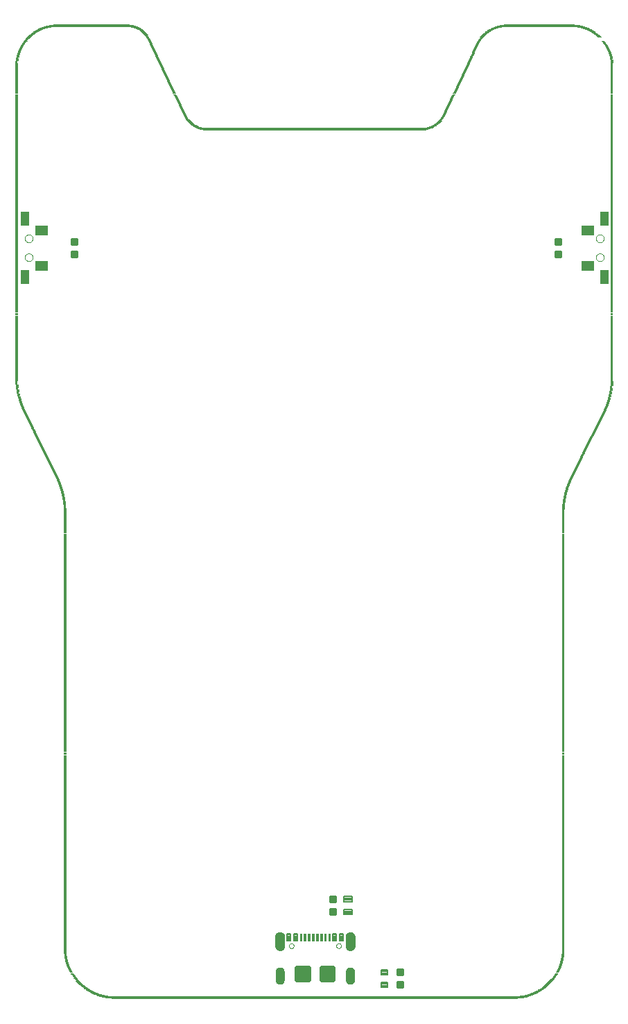
<source format=gbp>
G75*
G70*
%OFA0B0*%
%FSLAX24Y24*%
%IPPOS*%
%LPD*%
%AMOC8*
5,1,8,0,0,1.08239X$1,22.5*
%
%ADD10R,1.9505X0.0033*%
%ADD11R,2.0103X0.0033*%
%ADD12R,2.0435X0.0033*%
%ADD13R,2.0668X0.0033*%
%ADD14R,0.0532X0.0033*%
%ADD15R,0.0432X0.0033*%
%ADD16R,0.0399X0.0033*%
%ADD17R,0.0366X0.0033*%
%ADD18R,0.0332X0.0033*%
%ADD19R,0.0299X0.0033*%
%ADD20R,0.0266X0.0033*%
%ADD21R,0.0233X0.0033*%
%ADD22R,0.0199X0.0033*%
%ADD23R,0.0166X0.0033*%
%ADD24R,0.0133X0.0033*%
%ADD25R,0.0100X0.0033*%
%ADD26R,1.0733X0.0033*%
%ADD27R,1.1032X0.0033*%
%ADD28R,1.1231X0.0033*%
%ADD29R,1.1397X0.0033*%
%ADD30R,0.0498X0.0033*%
%ADD31R,0.0465X0.0033*%
%ADD32R,0.4552X0.0033*%
%ADD33R,0.4353X0.0033*%
%ADD34R,0.4154X0.0033*%
%ADD35R,0.4087X0.0033*%
%ADD36R,0.3888X0.0033*%
%ADD37R,0.3655X0.0033*%
%ADD38R,0.3423X0.0033*%
%ADD39C,0.0075*%
%ADD40C,0.0088*%
%ADD41R,0.0600X0.0450*%
%ADD42R,0.0400X0.0700*%
%ADD43C,0.0000*%
%ADD44C,0.0071*%
%ADD45C,0.0035*%
%ADD46C,0.0001*%
%ADD47C,0.0236*%
%ADD48C,0.0081*%
D10*
X015248Y002160D03*
D11*
X015248Y002193D03*
D12*
X015248Y002226D03*
D13*
X015231Y002260D03*
D14*
X005063Y002293D03*
X025399Y002293D03*
D15*
X025549Y002326D03*
X004947Y002326D03*
X024053Y048813D03*
D16*
X028257Y048779D03*
X006625Y048813D03*
X002239Y048779D03*
X004831Y002359D03*
D17*
X025648Y002359D03*
X025748Y002393D03*
X020830Y043994D03*
X023920Y048779D03*
X028340Y048746D03*
D18*
X028423Y048713D03*
X009649Y043994D03*
X006725Y048779D03*
X002139Y048746D03*
X004665Y002426D03*
X004731Y002393D03*
X025831Y002426D03*
D19*
X025881Y002459D03*
X004582Y002459D03*
X004515Y002492D03*
X009566Y044028D03*
X002056Y048713D03*
X001990Y048680D03*
X020897Y044028D03*
X023854Y048746D03*
D20*
X023771Y048713D03*
X023704Y048680D03*
X023605Y048613D03*
X020980Y044061D03*
X028489Y048680D03*
X028556Y048646D03*
X028622Y048613D03*
X009516Y044061D03*
X009450Y044094D03*
X006858Y048713D03*
X006791Y048746D03*
X001940Y048646D03*
X001873Y048613D03*
X004299Y002625D03*
X004399Y002559D03*
X004465Y002526D03*
X025964Y002492D03*
X026030Y002526D03*
X026130Y002592D03*
D21*
X026080Y002559D03*
X026180Y002625D03*
X026246Y002658D03*
X026280Y002692D03*
X026313Y002725D03*
X004349Y002592D03*
X004249Y002658D03*
X004216Y002692D03*
X004116Y002758D03*
X004083Y002791D03*
X009400Y044127D03*
X006941Y048646D03*
X006908Y048680D03*
X001824Y048580D03*
X001757Y048547D03*
X001724Y048514D03*
X001624Y048447D03*
X001591Y048414D03*
X001558Y048381D03*
X021030Y044094D03*
X021096Y044127D03*
X021129Y044161D03*
X023522Y048547D03*
X023555Y048580D03*
X023655Y048646D03*
X028672Y048580D03*
X028705Y048547D03*
X028772Y048514D03*
X028805Y048480D03*
D22*
X028855Y048447D03*
X028888Y048414D03*
X028921Y048381D03*
X028955Y048347D03*
X023472Y048514D03*
X023439Y048480D03*
X023405Y048447D03*
X023372Y048414D03*
X023339Y048381D03*
X023306Y048347D03*
X021279Y044294D03*
X021246Y044260D03*
X021212Y044227D03*
X021179Y044194D03*
X009350Y044161D03*
X009317Y044194D03*
X009283Y044227D03*
X009250Y044260D03*
X009217Y044294D03*
X009184Y044327D03*
X009150Y044360D03*
X007157Y048447D03*
X007124Y048480D03*
X007090Y048514D03*
X007057Y048547D03*
X007024Y048580D03*
X006991Y048613D03*
X001674Y048480D03*
X001508Y048347D03*
X001475Y048314D03*
X001441Y048281D03*
X001342Y048148D03*
X003767Y003124D03*
X003867Y002991D03*
X003900Y002957D03*
X003934Y002924D03*
X003967Y002891D03*
X004000Y002858D03*
X004033Y002825D03*
X004166Y002725D03*
X026363Y002758D03*
X026396Y002791D03*
X026429Y002825D03*
X026462Y002858D03*
X026496Y002891D03*
X026529Y002924D03*
X026562Y002957D03*
X026595Y002991D03*
X026629Y003024D03*
X026662Y003057D03*
X026695Y003090D03*
D23*
X026712Y003124D03*
X026745Y003157D03*
X026778Y003190D03*
X026778Y003223D03*
X026811Y003257D03*
X026845Y003290D03*
X026845Y003323D03*
X026878Y003356D03*
X026911Y003423D03*
X026944Y003489D03*
X026977Y003556D03*
X027011Y003622D03*
X027044Y003689D03*
X027443Y026815D03*
X027509Y026982D03*
X027576Y027148D03*
X027609Y027214D03*
X027642Y027281D03*
X027675Y027347D03*
X027709Y027414D03*
X027742Y027480D03*
X027775Y027546D03*
X027808Y027613D03*
X027841Y027679D03*
X027875Y027746D03*
X027908Y027812D03*
X027941Y027879D03*
X027974Y027945D03*
X028008Y028012D03*
X028041Y028078D03*
X028074Y028145D03*
X028107Y028211D03*
X028140Y028277D03*
X028174Y028344D03*
X028207Y028410D03*
X028240Y028477D03*
X028273Y028543D03*
X028307Y028610D03*
X028340Y028676D03*
X028373Y028743D03*
X028406Y028809D03*
X028440Y028876D03*
X028473Y028942D03*
X028506Y029009D03*
X028539Y029075D03*
X028572Y029141D03*
X029104Y030171D03*
X029137Y030238D03*
X029237Y030471D03*
X029270Y030537D03*
X021295Y044327D03*
X021329Y044360D03*
X021362Y044393D03*
X021395Y044460D03*
X021428Y044493D03*
X021561Y044792D03*
X021594Y044858D03*
X021628Y044925D03*
X021661Y044991D03*
X021694Y045058D03*
X021727Y045124D03*
X021827Y045357D03*
X021860Y045423D03*
X021894Y045490D03*
X021927Y045556D03*
X021960Y045623D03*
X021993Y045689D03*
X022126Y045988D03*
X022159Y046055D03*
X022193Y046121D03*
X022226Y046188D03*
X022259Y046254D03*
X022292Y046320D03*
X022392Y046553D03*
X022425Y046620D03*
X022458Y046686D03*
X022492Y046752D03*
X022525Y046819D03*
X022558Y046885D03*
X022658Y047118D03*
X022691Y047184D03*
X022724Y047251D03*
X022757Y047317D03*
X022791Y047384D03*
X022824Y047450D03*
X022957Y047749D03*
X022990Y047816D03*
X023023Y047882D03*
X023057Y047949D03*
X023090Y048015D03*
X023123Y048082D03*
X023156Y048148D03*
X023189Y048181D03*
X023189Y048214D03*
X023223Y048248D03*
X023256Y048281D03*
X023289Y048314D03*
X029137Y048148D03*
X029171Y048115D03*
X029204Y048082D03*
X029204Y048048D03*
X029237Y048015D03*
X029270Y047982D03*
X029303Y047915D03*
X029337Y047849D03*
X029370Y047783D03*
X029403Y047716D03*
X009134Y044393D03*
X009101Y044426D03*
X009067Y044493D03*
X008968Y044692D03*
X008934Y044759D03*
X008901Y044825D03*
X008868Y044892D03*
X008835Y044958D03*
X008802Y045025D03*
X008702Y045257D03*
X008669Y045324D03*
X008635Y045390D03*
X008602Y045457D03*
X008569Y045523D03*
X008536Y045589D03*
X008503Y045656D03*
X008403Y045889D03*
X008370Y045955D03*
X008336Y046021D03*
X008303Y046088D03*
X008270Y046154D03*
X008237Y046221D03*
X008137Y046453D03*
X008104Y046520D03*
X008071Y046586D03*
X008037Y046653D03*
X008004Y046719D03*
X007971Y046786D03*
X007838Y047085D03*
X007805Y047151D03*
X007771Y047218D03*
X007738Y047284D03*
X007705Y047351D03*
X007672Y047417D03*
X007572Y047650D03*
X007539Y047716D03*
X007506Y047783D03*
X007472Y047849D03*
X007439Y047915D03*
X007406Y047982D03*
X007306Y048214D03*
X007273Y048281D03*
X007240Y048314D03*
X007207Y048381D03*
X007173Y048414D03*
X001425Y048248D03*
X001392Y048214D03*
X001358Y048181D03*
X001325Y048115D03*
X001292Y048082D03*
X001259Y048048D03*
X001226Y047982D03*
X001192Y047949D03*
X001159Y047882D03*
X001126Y047816D03*
X001093Y047749D03*
X001059Y047683D03*
X001159Y030670D03*
X001226Y030504D03*
X001259Y030437D03*
X001491Y029972D03*
X001525Y029906D03*
X001558Y029839D03*
X001591Y029773D03*
X001624Y029706D03*
X001657Y029640D03*
X001691Y029573D03*
X001724Y029507D03*
X001757Y029440D03*
X001790Y029374D03*
X001824Y029308D03*
X001857Y029241D03*
X001890Y029175D03*
X001923Y029108D03*
X001957Y029042D03*
X001990Y028975D03*
X002023Y028909D03*
X002056Y028842D03*
X002089Y028776D03*
X002123Y028709D03*
X002156Y028643D03*
X002189Y028577D03*
X002222Y028510D03*
X002256Y028444D03*
X002289Y028377D03*
X002322Y028311D03*
X002355Y028244D03*
X002389Y028178D03*
X002422Y028111D03*
X002455Y028045D03*
X002488Y027978D03*
X002521Y027912D03*
X002555Y027846D03*
X002588Y027779D03*
X002621Y027713D03*
X002654Y027646D03*
X002688Y027580D03*
X002721Y027513D03*
X002754Y027447D03*
X002787Y027380D03*
X002820Y027314D03*
X002854Y027247D03*
X002887Y027181D03*
X002920Y027114D03*
X002987Y026948D03*
X003452Y003655D03*
X003485Y003589D03*
X003518Y003522D03*
X003551Y003456D03*
X003585Y003389D03*
X003618Y003323D03*
X003651Y003290D03*
X003684Y003257D03*
X003684Y003223D03*
X003718Y003190D03*
X003751Y003157D03*
X003784Y003090D03*
X003817Y003057D03*
X003851Y003024D03*
D24*
X003369Y003855D03*
X003369Y003888D03*
X003369Y003921D03*
X003336Y003954D03*
X003336Y003988D03*
X003336Y004021D03*
X003336Y004054D03*
X003302Y004120D03*
X003302Y004154D03*
X003302Y004187D03*
X003302Y004220D03*
X003269Y004353D03*
X003269Y004386D03*
X003269Y004420D03*
X003269Y004453D03*
X003269Y004486D03*
X003269Y004519D03*
X003269Y004552D03*
X003269Y004586D03*
X003269Y004619D03*
X003269Y004652D03*
X003269Y004685D03*
X003269Y004719D03*
X003269Y004752D03*
X003269Y004785D03*
X003269Y004818D03*
X003269Y004851D03*
X003269Y004885D03*
X003269Y004918D03*
X003269Y004951D03*
X003269Y004984D03*
X003269Y005018D03*
X003269Y005051D03*
X003269Y005084D03*
X003269Y005117D03*
X003269Y005151D03*
X003269Y005184D03*
X003269Y005217D03*
X003269Y005250D03*
X003269Y005283D03*
X003269Y005317D03*
X003269Y005350D03*
X003269Y005383D03*
X003269Y005416D03*
X003269Y005450D03*
X003269Y005483D03*
X003269Y005516D03*
X003269Y005549D03*
X003269Y005583D03*
X003269Y005616D03*
X003269Y005649D03*
X003269Y005682D03*
X003269Y005715D03*
X003269Y005749D03*
X003269Y005782D03*
X003269Y005815D03*
X003269Y005848D03*
X003269Y005882D03*
X003269Y005915D03*
X003269Y005948D03*
X003269Y005981D03*
X003269Y006014D03*
X003269Y006048D03*
X003269Y006081D03*
X003269Y006114D03*
X003269Y006147D03*
X003269Y006181D03*
X003269Y006214D03*
X003269Y006247D03*
X003269Y006280D03*
X003269Y006314D03*
X003269Y006347D03*
X003269Y006380D03*
X003269Y006413D03*
X003269Y006446D03*
X003269Y006480D03*
X003269Y006513D03*
X003269Y006546D03*
X003269Y006579D03*
X003269Y006613D03*
X003269Y006646D03*
X003269Y006679D03*
X003269Y006712D03*
X003269Y006746D03*
X003269Y006779D03*
X003269Y006812D03*
X003269Y006845D03*
X003269Y006878D03*
X003269Y006912D03*
X003269Y006945D03*
X003269Y006978D03*
X003269Y007011D03*
X003269Y007045D03*
X003269Y007078D03*
X003269Y007111D03*
X003269Y007144D03*
X003269Y007177D03*
X003269Y007211D03*
X003269Y007244D03*
X003269Y007277D03*
X003269Y007310D03*
X003269Y007344D03*
X003269Y007377D03*
X003269Y007410D03*
X003269Y007443D03*
X003269Y007477D03*
X003269Y007510D03*
X003269Y007543D03*
X003269Y007576D03*
X003269Y007609D03*
X003269Y007643D03*
X003269Y007676D03*
X003269Y007709D03*
X003269Y007742D03*
X003269Y007776D03*
X003269Y007809D03*
X003269Y007842D03*
X003269Y007875D03*
X003269Y007909D03*
X003269Y007942D03*
X003269Y007975D03*
X003269Y008008D03*
X003269Y008041D03*
X003269Y008075D03*
X003269Y008108D03*
X003269Y008141D03*
X003269Y008174D03*
X003269Y008208D03*
X003269Y008241D03*
X003269Y008274D03*
X003269Y008307D03*
X003269Y008340D03*
X003269Y008374D03*
X003269Y008407D03*
X003269Y008440D03*
X003269Y008473D03*
X003269Y008507D03*
X003269Y008540D03*
X003269Y008573D03*
X003269Y008606D03*
X003269Y008640D03*
X003269Y008673D03*
X003269Y008706D03*
X003269Y008739D03*
X003269Y008772D03*
X003269Y008806D03*
X003269Y008839D03*
X003269Y008872D03*
X003269Y008905D03*
X003269Y008939D03*
X003269Y008972D03*
X003269Y009005D03*
X003269Y009038D03*
X003269Y009071D03*
X003269Y009105D03*
X003269Y009138D03*
X003269Y009171D03*
X003269Y009204D03*
X003269Y009238D03*
X003269Y009271D03*
X003269Y009304D03*
X003269Y009337D03*
X003269Y009371D03*
X003269Y009404D03*
X003269Y009437D03*
X003269Y009470D03*
X003269Y009503D03*
X003269Y009537D03*
X003269Y009570D03*
X003269Y009603D03*
X003269Y009636D03*
X003269Y009670D03*
X003269Y009703D03*
X003269Y009736D03*
X003269Y009769D03*
X003269Y009803D03*
X003269Y009836D03*
X003269Y009869D03*
X003269Y009902D03*
X003269Y009935D03*
X003269Y009969D03*
X003269Y010002D03*
X003269Y010035D03*
X003269Y010068D03*
X003269Y010102D03*
X003269Y010135D03*
X003269Y010168D03*
X003269Y010201D03*
X003269Y010234D03*
X003269Y010268D03*
X003269Y010301D03*
X003269Y010334D03*
X003269Y010367D03*
X003269Y010401D03*
X003269Y010434D03*
X003269Y010467D03*
X003269Y010500D03*
X003269Y010534D03*
X003269Y010567D03*
X003269Y010600D03*
X003269Y010633D03*
X003269Y010666D03*
X003269Y010700D03*
X003269Y010733D03*
X003269Y010766D03*
X003269Y010799D03*
X003269Y010833D03*
X003269Y010866D03*
X003269Y010899D03*
X003269Y010932D03*
X003269Y010966D03*
X003269Y010999D03*
X003269Y011032D03*
X003269Y011065D03*
X003269Y011098D03*
X003269Y011132D03*
X003269Y011165D03*
X003269Y011198D03*
X003269Y011231D03*
X003269Y011265D03*
X003269Y011298D03*
X003269Y011331D03*
X003269Y011364D03*
X003269Y011397D03*
X003269Y011431D03*
X003269Y011464D03*
X003269Y011497D03*
X003269Y011530D03*
X003269Y011564D03*
X003269Y011597D03*
X003269Y011630D03*
X003269Y011663D03*
X003269Y011697D03*
X003269Y011730D03*
X003269Y011763D03*
X003269Y011796D03*
X003269Y011829D03*
X003269Y011863D03*
X003269Y011896D03*
X003269Y011929D03*
X003269Y011962D03*
X003269Y011996D03*
X003269Y012029D03*
X003269Y012062D03*
X003269Y012095D03*
X003269Y012129D03*
X003269Y012162D03*
X003269Y012195D03*
X003269Y012228D03*
X003269Y012261D03*
X003269Y012295D03*
X003269Y012328D03*
X003269Y012361D03*
X003269Y012394D03*
X003269Y012428D03*
X003269Y012461D03*
X003269Y012494D03*
X003269Y012527D03*
X003269Y012560D03*
X003269Y012594D03*
X003269Y012627D03*
X003269Y012660D03*
X003269Y012693D03*
X003269Y012727D03*
X003269Y012760D03*
X003269Y012793D03*
X003269Y012826D03*
X003269Y012860D03*
X003269Y012893D03*
X003269Y012926D03*
X003269Y012959D03*
X003269Y012992D03*
X003269Y013026D03*
X003269Y013059D03*
X003269Y013092D03*
X003269Y013125D03*
X003269Y013159D03*
X003269Y013192D03*
X003269Y013225D03*
X003269Y013258D03*
X003269Y013291D03*
X003269Y013325D03*
X003269Y013358D03*
X003269Y013391D03*
X003269Y013424D03*
X003269Y013458D03*
X003269Y013491D03*
X003269Y013524D03*
X003269Y013557D03*
X003269Y013591D03*
X003269Y013624D03*
X003269Y013657D03*
X003269Y013690D03*
X003269Y013723D03*
X003269Y013757D03*
X003269Y013790D03*
X003269Y013823D03*
X003269Y013856D03*
X003269Y013890D03*
X003269Y013923D03*
X003269Y013956D03*
X003269Y013989D03*
X003269Y014023D03*
X003269Y014056D03*
X003269Y014089D03*
X003269Y014122D03*
X003269Y014155D03*
X003269Y014189D03*
X003269Y014222D03*
X003269Y014255D03*
X003269Y014288D03*
X003269Y014322D03*
X003269Y014355D03*
X003269Y014388D03*
X003269Y014421D03*
X003269Y014454D03*
X003269Y014488D03*
X003269Y014521D03*
X003269Y014554D03*
X003269Y014587D03*
X003269Y014621D03*
X003269Y014654D03*
X003269Y014687D03*
X003269Y014720D03*
X003269Y014754D03*
X003269Y014787D03*
X003269Y014820D03*
X003269Y014853D03*
X003269Y014886D03*
X003269Y014920D03*
X003269Y014953D03*
X003269Y014986D03*
X003269Y015019D03*
X003269Y015053D03*
X003269Y015086D03*
X003269Y015119D03*
X003269Y015152D03*
X003269Y015186D03*
X003269Y015219D03*
X003269Y015252D03*
X003269Y015285D03*
X003269Y015318D03*
X003269Y015352D03*
X003269Y015385D03*
X003269Y015418D03*
X003269Y015451D03*
X003269Y015485D03*
X003269Y015518D03*
X003269Y015551D03*
X003269Y015584D03*
X003269Y015617D03*
X003269Y015651D03*
X003269Y015684D03*
X003269Y015717D03*
X003269Y015750D03*
X003269Y015784D03*
X003269Y015817D03*
X003269Y015850D03*
X003269Y015883D03*
X003269Y015917D03*
X003269Y015950D03*
X003269Y015983D03*
X003269Y016016D03*
X003269Y016049D03*
X003269Y016083D03*
X003269Y016116D03*
X003269Y016149D03*
X003269Y016182D03*
X003269Y016216D03*
X003269Y016249D03*
X003269Y016282D03*
X003269Y016315D03*
X003269Y016349D03*
X003269Y016382D03*
X003269Y016415D03*
X003269Y016448D03*
X003269Y016481D03*
X003269Y016515D03*
X003269Y016548D03*
X003269Y016581D03*
X003269Y016614D03*
X003269Y016648D03*
X003269Y016681D03*
X003269Y016714D03*
X003269Y016747D03*
X003269Y016780D03*
X003269Y016814D03*
X003269Y016847D03*
X003269Y016880D03*
X003269Y016913D03*
X003269Y016947D03*
X003269Y016980D03*
X003269Y017013D03*
X003269Y017046D03*
X003269Y017080D03*
X003269Y017113D03*
X003269Y017146D03*
X003269Y017179D03*
X003269Y017212D03*
X003269Y017246D03*
X003269Y017279D03*
X003269Y017312D03*
X003269Y017345D03*
X003269Y017379D03*
X003269Y017412D03*
X003269Y017445D03*
X003269Y017478D03*
X003269Y017511D03*
X003269Y017545D03*
X003269Y017578D03*
X003269Y017611D03*
X003269Y017644D03*
X003269Y017678D03*
X003269Y017711D03*
X003269Y017744D03*
X003269Y017777D03*
X003269Y017811D03*
X003269Y017844D03*
X003269Y017877D03*
X003269Y017910D03*
X003269Y017943D03*
X003269Y017977D03*
X003269Y018010D03*
X003269Y018043D03*
X003269Y018076D03*
X003269Y018110D03*
X003269Y018143D03*
X003269Y018176D03*
X003269Y018209D03*
X003269Y018243D03*
X003269Y018276D03*
X003269Y018309D03*
X003269Y018342D03*
X003269Y018375D03*
X003269Y018409D03*
X003269Y018442D03*
X003269Y018475D03*
X003269Y018508D03*
X003269Y018542D03*
X003269Y018575D03*
X003269Y018608D03*
X003269Y018641D03*
X003269Y018674D03*
X003269Y018708D03*
X003269Y018741D03*
X003269Y018774D03*
X003269Y018807D03*
X003269Y018841D03*
X003269Y018874D03*
X003269Y018907D03*
X003269Y018940D03*
X003269Y018974D03*
X003269Y019007D03*
X003269Y019040D03*
X003269Y019073D03*
X003269Y019106D03*
X003269Y019140D03*
X003269Y019173D03*
X003269Y019206D03*
X003269Y019239D03*
X003269Y019273D03*
X003269Y019306D03*
X003269Y019339D03*
X003269Y019372D03*
X003269Y019406D03*
X003269Y019439D03*
X003269Y019472D03*
X003269Y019505D03*
X003269Y019538D03*
X003269Y019572D03*
X003269Y019605D03*
X003269Y019638D03*
X003269Y019671D03*
X003269Y019705D03*
X003269Y019738D03*
X003269Y019771D03*
X003269Y019804D03*
X003269Y019837D03*
X003269Y019871D03*
X003269Y019904D03*
X003269Y019937D03*
X003269Y019970D03*
X003269Y020004D03*
X003269Y020037D03*
X003269Y020070D03*
X003269Y020103D03*
X003269Y020137D03*
X003269Y020170D03*
X003269Y020203D03*
X003269Y020236D03*
X003269Y020269D03*
X003269Y020303D03*
X003269Y020336D03*
X003269Y020369D03*
X003269Y020402D03*
X003269Y020436D03*
X003269Y020469D03*
X003269Y020502D03*
X003269Y020535D03*
X003269Y020569D03*
X003269Y020602D03*
X003269Y020635D03*
X003269Y020668D03*
X003269Y020701D03*
X003269Y020735D03*
X003269Y020768D03*
X003269Y020801D03*
X003269Y020834D03*
X003269Y020868D03*
X003269Y020901D03*
X003269Y020934D03*
X003269Y020967D03*
X003269Y021000D03*
X003269Y021034D03*
X003269Y021067D03*
X003269Y021100D03*
X003269Y021133D03*
X003269Y021167D03*
X003269Y021200D03*
X003269Y021233D03*
X003269Y021266D03*
X003269Y021300D03*
X003269Y021333D03*
X003269Y021366D03*
X003269Y021399D03*
X003269Y021432D03*
X003269Y021466D03*
X003269Y021499D03*
X003269Y021532D03*
X003269Y021565D03*
X003269Y021599D03*
X003269Y021632D03*
X003269Y021665D03*
X003269Y021698D03*
X003269Y021731D03*
X003269Y021765D03*
X003269Y021798D03*
X003269Y021831D03*
X003269Y021864D03*
X003269Y021898D03*
X003269Y021931D03*
X003269Y021964D03*
X003269Y021997D03*
X003269Y022031D03*
X003269Y022064D03*
X003269Y022097D03*
X003269Y022130D03*
X003269Y022163D03*
X003269Y022197D03*
X003269Y022230D03*
X003269Y022263D03*
X003269Y022296D03*
X003269Y022330D03*
X003269Y022363D03*
X003269Y022396D03*
X003269Y022429D03*
X003269Y022463D03*
X003269Y022496D03*
X003269Y022529D03*
X003269Y022562D03*
X003269Y022595D03*
X003269Y022629D03*
X003269Y022662D03*
X003269Y022695D03*
X003269Y022728D03*
X003269Y022762D03*
X003269Y022795D03*
X003269Y022828D03*
X003269Y022861D03*
X003269Y022894D03*
X003269Y022928D03*
X003269Y022961D03*
X003269Y022994D03*
X003269Y023027D03*
X003269Y023061D03*
X003269Y023094D03*
X003269Y023127D03*
X003269Y023160D03*
X003269Y023194D03*
X003269Y023227D03*
X003269Y023260D03*
X003269Y023293D03*
X003269Y023326D03*
X003269Y023360D03*
X003269Y023393D03*
X003269Y023426D03*
X003269Y023459D03*
X003269Y023493D03*
X003269Y023526D03*
X003269Y023559D03*
X003269Y023592D03*
X003269Y023626D03*
X003269Y023659D03*
X003269Y023692D03*
X003269Y023725D03*
X003269Y023758D03*
X003269Y023792D03*
X003269Y023825D03*
X003269Y023858D03*
X003269Y023891D03*
X003269Y023925D03*
X003269Y023958D03*
X003269Y023991D03*
X003269Y024024D03*
X003269Y024057D03*
X003269Y024091D03*
X003269Y024124D03*
X003269Y024157D03*
X003269Y024190D03*
X003269Y024224D03*
X003269Y024257D03*
X003269Y024290D03*
X003269Y024323D03*
X003269Y024357D03*
X003269Y024390D03*
X003269Y024423D03*
X003269Y024456D03*
X003269Y024489D03*
X003269Y024523D03*
X003269Y024556D03*
X003269Y024589D03*
X003269Y024622D03*
X003269Y024656D03*
X003269Y024689D03*
X003269Y024722D03*
X003269Y024755D03*
X003269Y024789D03*
X003269Y024822D03*
X003269Y024855D03*
X003269Y024888D03*
X003269Y024921D03*
X003269Y024955D03*
X003269Y024988D03*
X003269Y025021D03*
X003269Y025054D03*
X003269Y025088D03*
X003269Y025121D03*
X003269Y025154D03*
X003269Y025187D03*
X003269Y025220D03*
X003269Y025254D03*
X003269Y025287D03*
X003269Y025320D03*
X003269Y025353D03*
X003269Y025387D03*
X003269Y025420D03*
X003269Y025453D03*
X003269Y025486D03*
X003269Y025520D03*
X003269Y025553D03*
X003269Y025586D03*
X003269Y025619D03*
X003269Y025652D03*
X003269Y025686D03*
X003269Y025719D03*
X003236Y025918D03*
X003236Y025951D03*
X003236Y025985D03*
X003236Y026018D03*
X003236Y026051D03*
X003203Y026151D03*
X003203Y026184D03*
X003203Y026217D03*
X003203Y026251D03*
X003169Y026317D03*
X003169Y026350D03*
X003169Y026383D03*
X003169Y026417D03*
X003136Y026450D03*
X003136Y026483D03*
X003136Y026516D03*
X003136Y026550D03*
X003103Y026583D03*
X003103Y026616D03*
X003103Y026649D03*
X003070Y026683D03*
X003070Y026716D03*
X003070Y026749D03*
X003036Y026782D03*
X003036Y026815D03*
X003036Y026849D03*
X003003Y026882D03*
X003003Y026915D03*
X002970Y026982D03*
X002970Y027015D03*
X002937Y027048D03*
X002937Y027081D03*
X002904Y027148D03*
X002870Y027214D03*
X002837Y027281D03*
X002804Y027347D03*
X002771Y027414D03*
X002737Y027480D03*
X002704Y027546D03*
X002671Y027613D03*
X002638Y027679D03*
X002604Y027746D03*
X002571Y027812D03*
X002538Y027879D03*
X002505Y027945D03*
X002472Y028012D03*
X002438Y028078D03*
X002405Y028145D03*
X002372Y028211D03*
X002339Y028277D03*
X002305Y028344D03*
X002272Y028410D03*
X002239Y028477D03*
X002206Y028543D03*
X002173Y028610D03*
X002139Y028676D03*
X002106Y028743D03*
X002073Y028809D03*
X002040Y028876D03*
X002006Y028942D03*
X001973Y029009D03*
X001940Y029075D03*
X001907Y029141D03*
X001873Y029208D03*
X001840Y029274D03*
X001807Y029341D03*
X001774Y029407D03*
X001741Y029474D03*
X001707Y029540D03*
X001674Y029607D03*
X001641Y029673D03*
X001608Y029740D03*
X001574Y029806D03*
X001541Y029872D03*
X001508Y029939D03*
X001475Y030005D03*
X001441Y030039D03*
X001441Y030072D03*
X001408Y030105D03*
X001408Y030138D03*
X001375Y030171D03*
X001375Y030205D03*
X001342Y030238D03*
X001342Y030271D03*
X001309Y030304D03*
X001309Y030338D03*
X001275Y030371D03*
X001275Y030404D03*
X001242Y030471D03*
X001209Y030537D03*
X001209Y030570D03*
X001176Y030603D03*
X001176Y030637D03*
X001142Y030703D03*
X001142Y030736D03*
X001109Y030770D03*
X001109Y030803D03*
X001109Y030836D03*
X001076Y030869D03*
X001076Y030903D03*
X001076Y030936D03*
X001076Y030969D03*
X001043Y031002D03*
X001043Y031035D03*
X001043Y031069D03*
X001010Y031135D03*
X001010Y031168D03*
X001010Y031202D03*
X000976Y031301D03*
X000976Y031334D03*
X000976Y031368D03*
X000976Y031401D03*
X000943Y031501D03*
X000943Y031534D03*
X000943Y031567D03*
X000943Y031600D03*
X000943Y031634D03*
X000910Y031833D03*
X000910Y031866D03*
X000910Y031899D03*
X000910Y031933D03*
X000910Y031966D03*
X000910Y031999D03*
X000910Y032032D03*
X000910Y032066D03*
X000910Y032099D03*
X000910Y032132D03*
X000910Y032165D03*
X000910Y032198D03*
X000910Y032232D03*
X000910Y032265D03*
X000910Y032298D03*
X000910Y032331D03*
X000910Y032365D03*
X000910Y032398D03*
X000910Y032431D03*
X000910Y032464D03*
X000910Y032497D03*
X000910Y032531D03*
X000910Y032564D03*
X000910Y032597D03*
X000910Y032630D03*
X000910Y032664D03*
X000910Y032697D03*
X000910Y032730D03*
X000910Y032763D03*
X000910Y032797D03*
X000910Y032830D03*
X000910Y032863D03*
X000910Y032896D03*
X000910Y032929D03*
X000910Y032963D03*
X000910Y032996D03*
X000910Y033029D03*
X000910Y033062D03*
X000910Y033096D03*
X000910Y033129D03*
X000910Y033162D03*
X000910Y033195D03*
X000910Y033229D03*
X000910Y033262D03*
X000910Y033295D03*
X000910Y033328D03*
X000910Y033361D03*
X000910Y033395D03*
X000910Y033428D03*
X000910Y033461D03*
X000910Y033494D03*
X000910Y033528D03*
X000910Y033561D03*
X000910Y033594D03*
X000910Y033627D03*
X000910Y033660D03*
X000910Y033694D03*
X000910Y033727D03*
X000910Y033760D03*
X000910Y033793D03*
X000910Y033827D03*
X000910Y033860D03*
X000910Y033893D03*
X000910Y033926D03*
X000910Y033960D03*
X000910Y033993D03*
X000910Y034026D03*
X000910Y034059D03*
X000910Y034092D03*
X000910Y034126D03*
X000910Y034159D03*
X000910Y034192D03*
X000910Y034225D03*
X000910Y034259D03*
X000910Y034292D03*
X000910Y034325D03*
X000910Y034358D03*
X000910Y034391D03*
X000910Y034425D03*
X000910Y034458D03*
X000910Y034491D03*
X000910Y034524D03*
X000910Y034558D03*
X000910Y034591D03*
X000910Y034624D03*
X000910Y034657D03*
X000910Y034691D03*
X000910Y034724D03*
X000910Y034757D03*
X000910Y034790D03*
X000910Y034823D03*
X000910Y034857D03*
X000910Y034890D03*
X000910Y034923D03*
X000910Y034956D03*
X000910Y034990D03*
X000910Y035023D03*
X000910Y035056D03*
X000910Y035089D03*
X000910Y035123D03*
X000910Y035156D03*
X000910Y035189D03*
X000910Y035222D03*
X000910Y035255D03*
X000910Y035289D03*
X000910Y035322D03*
X000910Y035355D03*
X000910Y035388D03*
X000910Y035422D03*
X000910Y035455D03*
X000910Y035488D03*
X000910Y035521D03*
X000910Y035554D03*
X000910Y035588D03*
X000910Y035621D03*
X000910Y035654D03*
X000910Y035687D03*
X000910Y035721D03*
X000910Y035754D03*
X000910Y035787D03*
X000910Y035820D03*
X000910Y035854D03*
X000910Y035887D03*
X000910Y035920D03*
X000910Y035953D03*
X000910Y035986D03*
X000910Y036020D03*
X000910Y036053D03*
X000910Y036086D03*
X000910Y036119D03*
X000910Y036153D03*
X000910Y036186D03*
X000910Y036219D03*
X000910Y036252D03*
X000910Y036286D03*
X000910Y036319D03*
X000910Y036352D03*
X000910Y036385D03*
X000910Y036418D03*
X000910Y036452D03*
X000910Y036485D03*
X000910Y036518D03*
X000910Y036551D03*
X000910Y036585D03*
X000910Y036618D03*
X000910Y036651D03*
X000910Y036684D03*
X000910Y036717D03*
X000910Y036751D03*
X000910Y036784D03*
X000910Y036817D03*
X000910Y036850D03*
X000910Y036884D03*
X000910Y036917D03*
X000910Y036950D03*
X000910Y036983D03*
X000910Y037017D03*
X000910Y037050D03*
X000910Y037083D03*
X000910Y037116D03*
X000910Y037149D03*
X000910Y037183D03*
X000910Y037216D03*
X000910Y037249D03*
X000910Y037282D03*
X000910Y037316D03*
X000910Y037349D03*
X000910Y037382D03*
X000910Y037415D03*
X000910Y037449D03*
X000910Y037482D03*
X000910Y037515D03*
X000910Y037548D03*
X000910Y037581D03*
X000910Y037615D03*
X000910Y037648D03*
X000910Y037681D03*
X000910Y037714D03*
X000910Y037748D03*
X000910Y037781D03*
X000910Y037814D03*
X000910Y037847D03*
X000910Y037880D03*
X000910Y037914D03*
X000910Y037947D03*
X000910Y037980D03*
X000910Y038013D03*
X000910Y038047D03*
X000910Y038080D03*
X000910Y038113D03*
X000910Y038146D03*
X000910Y038180D03*
X000910Y038213D03*
X000910Y038246D03*
X000910Y038279D03*
X000910Y038312D03*
X000910Y038346D03*
X000910Y038379D03*
X000910Y038412D03*
X000910Y038445D03*
X000910Y038479D03*
X000910Y038512D03*
X000910Y038545D03*
X000910Y038578D03*
X000910Y038611D03*
X000910Y038645D03*
X000910Y038678D03*
X000910Y038711D03*
X000910Y038744D03*
X000910Y038778D03*
X000910Y038811D03*
X000910Y038844D03*
X000910Y038877D03*
X000910Y038911D03*
X000910Y038944D03*
X000910Y038977D03*
X000910Y039010D03*
X000910Y039043D03*
X000910Y039077D03*
X000910Y039110D03*
X000910Y039143D03*
X000910Y039176D03*
X000910Y039210D03*
X000910Y039243D03*
X000910Y039276D03*
X000910Y039309D03*
X000910Y039343D03*
X000910Y039376D03*
X000910Y039409D03*
X000910Y039442D03*
X000910Y039475D03*
X000910Y039509D03*
X000910Y039542D03*
X000910Y039575D03*
X000910Y039608D03*
X000910Y039642D03*
X000910Y039675D03*
X000910Y039708D03*
X000910Y039741D03*
X000910Y039774D03*
X000910Y039808D03*
X000910Y039841D03*
X000910Y039874D03*
X000910Y039907D03*
X000910Y039941D03*
X000910Y039974D03*
X000910Y040007D03*
X000910Y040040D03*
X000910Y040074D03*
X000910Y040107D03*
X000910Y040140D03*
X000910Y040173D03*
X000910Y040206D03*
X000910Y040240D03*
X000910Y040273D03*
X000910Y040306D03*
X000910Y040339D03*
X000910Y040373D03*
X000910Y040406D03*
X000910Y040439D03*
X000910Y040472D03*
X000910Y040506D03*
X000910Y040539D03*
X000910Y040572D03*
X000910Y040605D03*
X000910Y040638D03*
X000910Y040672D03*
X000910Y040705D03*
X000910Y040738D03*
X000910Y040771D03*
X000910Y040805D03*
X000910Y040838D03*
X000910Y040871D03*
X000910Y040904D03*
X000910Y040937D03*
X000910Y040971D03*
X000910Y041004D03*
X000910Y041037D03*
X000910Y041070D03*
X000910Y041104D03*
X000910Y041137D03*
X000910Y041170D03*
X000910Y041203D03*
X000910Y041237D03*
X000910Y041270D03*
X000910Y041303D03*
X000910Y041336D03*
X000910Y041369D03*
X000910Y041403D03*
X000910Y041436D03*
X000910Y041469D03*
X000910Y041502D03*
X000910Y041536D03*
X000910Y041569D03*
X000910Y041602D03*
X000910Y041635D03*
X000910Y041669D03*
X000910Y041702D03*
X000910Y041735D03*
X000910Y041768D03*
X000910Y041801D03*
X000910Y041835D03*
X000910Y041868D03*
X000910Y041901D03*
X000910Y041934D03*
X000910Y041968D03*
X000910Y042001D03*
X000910Y042034D03*
X000910Y042067D03*
X000910Y042100D03*
X000910Y042134D03*
X000910Y042167D03*
X000910Y042200D03*
X000910Y042233D03*
X000910Y042267D03*
X000910Y042300D03*
X000910Y042333D03*
X000910Y042366D03*
X000910Y042400D03*
X000910Y042433D03*
X000910Y042466D03*
X000910Y042499D03*
X000910Y042532D03*
X000910Y042566D03*
X000910Y042599D03*
X000910Y042632D03*
X000910Y042665D03*
X000910Y042699D03*
X000910Y042732D03*
X000910Y042765D03*
X000910Y042798D03*
X000910Y042831D03*
X000910Y042865D03*
X000910Y042898D03*
X000910Y042931D03*
X000910Y042964D03*
X000910Y042998D03*
X000910Y043031D03*
X000910Y043064D03*
X000910Y043097D03*
X000910Y043131D03*
X000910Y043164D03*
X000910Y043197D03*
X000910Y043230D03*
X000910Y043263D03*
X000910Y043297D03*
X000910Y043330D03*
X000910Y043363D03*
X000910Y043396D03*
X000910Y043430D03*
X000910Y043463D03*
X000910Y043496D03*
X000910Y043529D03*
X000910Y043563D03*
X000910Y043596D03*
X000910Y043629D03*
X000910Y043662D03*
X000910Y043695D03*
X000910Y043729D03*
X000910Y043762D03*
X000910Y043795D03*
X000910Y043828D03*
X000910Y043862D03*
X000910Y043895D03*
X000910Y043928D03*
X000910Y043961D03*
X000910Y043994D03*
X000910Y044028D03*
X000910Y044061D03*
X000910Y044094D03*
X000910Y044127D03*
X000910Y044161D03*
X000910Y044194D03*
X000910Y044227D03*
X000910Y044260D03*
X000910Y044294D03*
X000910Y044327D03*
X000910Y044360D03*
X000910Y044393D03*
X000910Y044426D03*
X000910Y044460D03*
X000910Y044493D03*
X000910Y044526D03*
X000910Y044559D03*
X000910Y044593D03*
X000910Y044626D03*
X000910Y044659D03*
X000910Y044692D03*
X000910Y044726D03*
X000910Y044759D03*
X000910Y044792D03*
X000910Y044825D03*
X000910Y044858D03*
X000910Y044892D03*
X000910Y044925D03*
X000910Y044958D03*
X000910Y044991D03*
X000910Y045025D03*
X000910Y045058D03*
X000910Y045091D03*
X000910Y045124D03*
X000910Y045157D03*
X000910Y045191D03*
X000910Y045224D03*
X000910Y045257D03*
X000910Y045290D03*
X000910Y045324D03*
X000910Y045357D03*
X000910Y045390D03*
X000910Y045423D03*
X000910Y045457D03*
X000910Y045490D03*
X000910Y045523D03*
X000910Y045556D03*
X000910Y045589D03*
X000910Y045623D03*
X000910Y045656D03*
X000910Y045689D03*
X000910Y045722D03*
X000910Y045756D03*
X000910Y045789D03*
X000910Y045822D03*
X000910Y045855D03*
X000910Y045889D03*
X000910Y045922D03*
X000910Y045955D03*
X000910Y045988D03*
X000910Y046021D03*
X000910Y046055D03*
X000910Y046088D03*
X000910Y046121D03*
X000910Y046154D03*
X000910Y046188D03*
X000910Y046221D03*
X000910Y046254D03*
X000910Y046287D03*
X000910Y046320D03*
X000910Y046354D03*
X000910Y046387D03*
X000910Y046420D03*
X000910Y046453D03*
X000910Y046487D03*
X000910Y046520D03*
X000910Y046553D03*
X000910Y046586D03*
X000910Y046620D03*
X000910Y046653D03*
X000910Y046686D03*
X000910Y046719D03*
X000910Y046752D03*
X000910Y046786D03*
X000910Y046819D03*
X000910Y046852D03*
X000910Y046885D03*
X000910Y046919D03*
X000910Y046952D03*
X000910Y046985D03*
X000910Y047018D03*
X000910Y047051D03*
X000910Y047085D03*
X000943Y047218D03*
X000943Y047251D03*
X000943Y047284D03*
X000943Y047317D03*
X000976Y047384D03*
X000976Y047417D03*
X000976Y047450D03*
X000976Y047483D03*
X001010Y047517D03*
X001010Y047550D03*
X001010Y047583D03*
X001043Y047616D03*
X001043Y047650D03*
X001076Y047716D03*
X001109Y047783D03*
X001142Y047849D03*
X001176Y047915D03*
X001242Y048015D03*
X007223Y048347D03*
X007290Y048248D03*
X007323Y048181D03*
X007323Y048148D03*
X007356Y048115D03*
X007356Y048082D03*
X007389Y048048D03*
X007389Y048015D03*
X007423Y047949D03*
X007456Y047882D03*
X007489Y047816D03*
X007522Y047749D03*
X007556Y047683D03*
X007589Y047616D03*
X007589Y047583D03*
X007622Y047550D03*
X007622Y047517D03*
X007655Y047483D03*
X007655Y047450D03*
X007688Y047384D03*
X007722Y047317D03*
X007755Y047251D03*
X007788Y047184D03*
X007821Y047118D03*
X007855Y047051D03*
X007855Y047018D03*
X007888Y046985D03*
X007888Y046952D03*
X007921Y046919D03*
X007921Y046885D03*
X007954Y046852D03*
X007954Y046819D03*
X007987Y046752D03*
X008021Y046686D03*
X008054Y046620D03*
X008087Y046553D03*
X008120Y046487D03*
X008154Y046420D03*
X008154Y046387D03*
X008187Y046354D03*
X008187Y046320D03*
X008220Y046287D03*
X008220Y046254D03*
X008253Y046188D03*
X008287Y046121D03*
X008320Y046055D03*
X008353Y045988D03*
X008386Y045922D03*
X008419Y045855D03*
X008419Y045822D03*
X008453Y045789D03*
X008453Y045756D03*
X008486Y045722D03*
X008486Y045689D03*
X008519Y045623D03*
X008552Y045556D03*
X008586Y045490D03*
X008619Y045423D03*
X008652Y045357D03*
X008685Y045290D03*
X008719Y045224D03*
X008719Y045191D03*
X008752Y045157D03*
X008752Y045124D03*
X008785Y045091D03*
X008785Y045058D03*
X008818Y044991D03*
X008851Y044925D03*
X008885Y044858D03*
X008918Y044792D03*
X008951Y044726D03*
X008984Y044659D03*
X008984Y044626D03*
X009018Y044593D03*
X009018Y044559D03*
X009051Y044526D03*
X009084Y044460D03*
X021379Y044426D03*
X021445Y044526D03*
X021445Y044559D03*
X021478Y044593D03*
X021478Y044626D03*
X021511Y044659D03*
X021511Y044692D03*
X021545Y044726D03*
X021545Y044759D03*
X021578Y044825D03*
X021611Y044892D03*
X021644Y044958D03*
X021678Y045025D03*
X021711Y045091D03*
X021744Y045157D03*
X021744Y045191D03*
X021777Y045224D03*
X021777Y045257D03*
X021810Y045290D03*
X021810Y045324D03*
X021844Y045390D03*
X021877Y045457D03*
X021910Y045523D03*
X021943Y045589D03*
X021977Y045656D03*
X022010Y045722D03*
X022010Y045756D03*
X022043Y045789D03*
X022043Y045822D03*
X022076Y045855D03*
X022076Y045889D03*
X022110Y045922D03*
X022110Y045955D03*
X022143Y046021D03*
X022176Y046088D03*
X022209Y046154D03*
X022242Y046221D03*
X022276Y046287D03*
X022309Y046354D03*
X022309Y046387D03*
X022342Y046420D03*
X022342Y046453D03*
X022375Y046487D03*
X022375Y046520D03*
X022409Y046586D03*
X022442Y046653D03*
X022475Y046719D03*
X022508Y046786D03*
X022541Y046852D03*
X022575Y046919D03*
X022575Y046952D03*
X022608Y046985D03*
X022608Y047018D03*
X022641Y047051D03*
X022641Y047085D03*
X022674Y047151D03*
X022708Y047218D03*
X022741Y047284D03*
X022774Y047351D03*
X022807Y047417D03*
X022841Y047483D03*
X022841Y047517D03*
X022874Y047550D03*
X022874Y047583D03*
X022907Y047616D03*
X022907Y047650D03*
X022940Y047683D03*
X022940Y047716D03*
X022973Y047783D03*
X023007Y047849D03*
X023040Y047915D03*
X023073Y047982D03*
X023106Y048048D03*
X023140Y048115D03*
X029287Y047949D03*
X029320Y047882D03*
X029353Y047816D03*
X029387Y047749D03*
X029420Y047683D03*
X029420Y047650D03*
X029453Y047616D03*
X029453Y047583D03*
X029453Y047550D03*
X029486Y047517D03*
X029486Y047483D03*
X029486Y047450D03*
X029519Y047417D03*
X029519Y047384D03*
X029519Y047351D03*
X029519Y047317D03*
X029553Y047251D03*
X029553Y047218D03*
X029553Y047184D03*
X029553Y047151D03*
X029553Y047118D03*
X029553Y031800D03*
X029553Y031766D03*
X029553Y031733D03*
X029553Y031700D03*
X029553Y031667D03*
X029553Y031634D03*
X029553Y031600D03*
X029519Y031467D03*
X029519Y031434D03*
X029519Y031401D03*
X029519Y031368D03*
X029486Y031301D03*
X029486Y031268D03*
X029486Y031235D03*
X029486Y031202D03*
X029453Y031135D03*
X029453Y031102D03*
X029453Y031069D03*
X029420Y031002D03*
X029420Y030969D03*
X029420Y030936D03*
X029387Y030903D03*
X029387Y030869D03*
X029387Y030836D03*
X029353Y030803D03*
X029353Y030770D03*
X029353Y030736D03*
X029320Y030703D03*
X029320Y030670D03*
X029320Y030637D03*
X029287Y030603D03*
X029287Y030570D03*
X029254Y030504D03*
X029220Y030437D03*
X029220Y030404D03*
X029187Y030371D03*
X029187Y030338D03*
X029154Y030304D03*
X029154Y030271D03*
X029121Y030205D03*
X029087Y030138D03*
X029054Y030105D03*
X029054Y030072D03*
X029021Y030039D03*
X029021Y030005D03*
X028988Y029972D03*
X028988Y029939D03*
X028955Y029906D03*
X028955Y029872D03*
X028921Y029839D03*
X028921Y029806D03*
X028888Y029773D03*
X028888Y029740D03*
X028855Y029706D03*
X028855Y029673D03*
X028822Y029640D03*
X028822Y029607D03*
X028788Y029573D03*
X028788Y029540D03*
X028755Y029507D03*
X028755Y029474D03*
X028722Y029440D03*
X028722Y029407D03*
X028689Y029374D03*
X028689Y029341D03*
X028656Y029308D03*
X028656Y029274D03*
X028622Y029241D03*
X028622Y029208D03*
X028589Y029175D03*
X028556Y029108D03*
X028523Y029042D03*
X028489Y028975D03*
X028456Y028909D03*
X028423Y028842D03*
X028390Y028776D03*
X028356Y028709D03*
X028323Y028643D03*
X028290Y028577D03*
X028257Y028510D03*
X028224Y028444D03*
X028190Y028377D03*
X028157Y028311D03*
X028124Y028244D03*
X028091Y028178D03*
X028057Y028111D03*
X028024Y028045D03*
X027991Y027978D03*
X027958Y027912D03*
X027924Y027846D03*
X027891Y027779D03*
X027858Y027713D03*
X027825Y027646D03*
X027792Y027580D03*
X027758Y027513D03*
X027725Y027447D03*
X027692Y027380D03*
X027659Y027314D03*
X027625Y027247D03*
X027592Y027181D03*
X027559Y027114D03*
X027559Y027081D03*
X027526Y027048D03*
X027526Y027015D03*
X027493Y026948D03*
X027493Y026915D03*
X027459Y026882D03*
X027459Y026849D03*
X027426Y026782D03*
X027426Y026749D03*
X027393Y026716D03*
X027393Y026683D03*
X027393Y026649D03*
X027393Y026616D03*
X027360Y026583D03*
X027360Y026550D03*
X027360Y026516D03*
X027326Y026483D03*
X027326Y026450D03*
X027326Y026417D03*
X027326Y026383D03*
X027293Y026317D03*
X027293Y026284D03*
X027293Y026251D03*
X027293Y026217D03*
X027260Y026151D03*
X027260Y026118D03*
X027260Y026084D03*
X027260Y026051D03*
X027260Y026018D03*
X027227Y025918D03*
X027227Y025885D03*
X027227Y025852D03*
X027227Y025819D03*
X027227Y025785D03*
X027227Y025752D03*
X027227Y025719D03*
X027227Y025686D03*
X027193Y004320D03*
X027193Y004287D03*
X027193Y004253D03*
X027193Y004220D03*
X027193Y004187D03*
X027160Y004120D03*
X027160Y004087D03*
X027160Y004054D03*
X027160Y004021D03*
X027127Y003988D03*
X027127Y003954D03*
X027127Y003921D03*
X027127Y003888D03*
X027094Y003855D03*
X027094Y003821D03*
X027094Y003788D03*
X027061Y003755D03*
X027061Y003722D03*
X027027Y003655D03*
X026994Y003589D03*
X026961Y003522D03*
X026928Y003456D03*
X026894Y003389D03*
X003601Y003356D03*
X003568Y003423D03*
X003535Y003489D03*
X003502Y003556D03*
X003468Y003622D03*
X003435Y003689D03*
X003435Y003722D03*
X003402Y003755D03*
X003402Y003788D03*
X003402Y003821D03*
D25*
X003319Y004087D03*
X003286Y004253D03*
X003286Y004287D03*
X003286Y004320D03*
X003252Y025752D03*
X003252Y025785D03*
X003252Y025819D03*
X003252Y025852D03*
X003252Y025885D03*
X003219Y026084D03*
X003219Y026118D03*
X003186Y026284D03*
X001026Y031102D03*
X000993Y031235D03*
X000993Y031268D03*
X000960Y031434D03*
X000960Y031467D03*
X000926Y031667D03*
X000926Y031700D03*
X000926Y031733D03*
X000926Y031766D03*
X000926Y031800D03*
X000926Y047118D03*
X000926Y047151D03*
X000926Y047184D03*
X000960Y047351D03*
X027310Y026350D03*
X027277Y026184D03*
X027243Y025985D03*
X027243Y025951D03*
X027210Y025652D03*
X027210Y025619D03*
X027210Y025586D03*
X027210Y025553D03*
X027210Y025520D03*
X027210Y025486D03*
X027210Y025453D03*
X027210Y025420D03*
X027210Y025387D03*
X027210Y025353D03*
X027210Y025320D03*
X027210Y025287D03*
X027210Y025254D03*
X027210Y025220D03*
X027210Y025187D03*
X027210Y025154D03*
X027210Y025121D03*
X027210Y025088D03*
X027210Y025054D03*
X027210Y025021D03*
X027210Y024988D03*
X027210Y024955D03*
X027210Y024921D03*
X027210Y024888D03*
X027210Y024855D03*
X027210Y024822D03*
X027210Y024789D03*
X027210Y024755D03*
X027210Y024722D03*
X027210Y024689D03*
X027210Y024656D03*
X027210Y024622D03*
X027210Y024589D03*
X027210Y024556D03*
X027210Y024523D03*
X027210Y024489D03*
X027210Y024456D03*
X027210Y024423D03*
X027210Y024390D03*
X027210Y024357D03*
X027210Y024323D03*
X027210Y024290D03*
X027210Y024257D03*
X027210Y024224D03*
X027210Y024190D03*
X027210Y024157D03*
X027210Y024124D03*
X027210Y024091D03*
X027210Y024057D03*
X027210Y024024D03*
X027210Y023991D03*
X027210Y023958D03*
X027210Y023925D03*
X027210Y023891D03*
X027210Y023858D03*
X027210Y023825D03*
X027210Y023792D03*
X027210Y023758D03*
X027210Y023725D03*
X027210Y023692D03*
X027210Y023659D03*
X027210Y023626D03*
X027210Y023592D03*
X027210Y023559D03*
X027210Y023526D03*
X027210Y023493D03*
X027210Y023459D03*
X027210Y023426D03*
X027210Y023393D03*
X027210Y023360D03*
X027210Y023326D03*
X027210Y023293D03*
X027210Y023260D03*
X027210Y023227D03*
X027210Y023194D03*
X027210Y023160D03*
X027210Y023127D03*
X027210Y023094D03*
X027210Y023061D03*
X027210Y023027D03*
X027210Y022994D03*
X027210Y022961D03*
X027210Y022928D03*
X027210Y022894D03*
X027210Y022861D03*
X027210Y022828D03*
X027210Y022795D03*
X027210Y022762D03*
X027210Y022728D03*
X027210Y022695D03*
X027210Y022662D03*
X027210Y022629D03*
X027210Y022595D03*
X027210Y022562D03*
X027210Y022529D03*
X027210Y022496D03*
X027210Y022463D03*
X027210Y022429D03*
X027210Y022396D03*
X027210Y022363D03*
X027210Y022330D03*
X027210Y022296D03*
X027210Y022263D03*
X027210Y022230D03*
X027210Y022197D03*
X027210Y022163D03*
X027210Y022130D03*
X027210Y022097D03*
X027210Y022064D03*
X027210Y022031D03*
X027210Y021997D03*
X027210Y021964D03*
X027210Y021931D03*
X027210Y021898D03*
X027210Y021864D03*
X027210Y021831D03*
X027210Y021798D03*
X027210Y021765D03*
X027210Y021731D03*
X027210Y021698D03*
X027210Y021665D03*
X027210Y021632D03*
X027210Y021599D03*
X027210Y021565D03*
X027210Y021532D03*
X027210Y021499D03*
X027210Y021466D03*
X027210Y021432D03*
X027210Y021399D03*
X027210Y021366D03*
X027210Y021333D03*
X027210Y021300D03*
X027210Y021266D03*
X027210Y021233D03*
X027210Y021200D03*
X027210Y021167D03*
X027210Y021133D03*
X027210Y021100D03*
X027210Y021067D03*
X027210Y021034D03*
X027210Y021000D03*
X027210Y020967D03*
X027210Y020934D03*
X027210Y020901D03*
X027210Y020868D03*
X027210Y020834D03*
X027210Y020801D03*
X027210Y020768D03*
X027210Y020735D03*
X027210Y020701D03*
X027210Y020668D03*
X027210Y020635D03*
X027210Y020602D03*
X027210Y020569D03*
X027210Y020535D03*
X027210Y020502D03*
X027210Y020469D03*
X027210Y020436D03*
X027210Y020402D03*
X027210Y020369D03*
X027210Y020336D03*
X027210Y020303D03*
X027210Y020269D03*
X027210Y020236D03*
X027210Y020203D03*
X027210Y020170D03*
X027210Y020137D03*
X027210Y020103D03*
X027210Y020070D03*
X027210Y020037D03*
X027210Y020004D03*
X027210Y019970D03*
X027210Y019937D03*
X027210Y019904D03*
X027210Y019871D03*
X027210Y019837D03*
X027210Y019804D03*
X027210Y019771D03*
X027210Y019738D03*
X027210Y019705D03*
X027210Y019671D03*
X027210Y019638D03*
X027210Y019605D03*
X027210Y019572D03*
X027210Y019538D03*
X027210Y019505D03*
X027210Y019472D03*
X027210Y019439D03*
X027210Y019406D03*
X027210Y019372D03*
X027210Y019339D03*
X027210Y019306D03*
X027210Y019273D03*
X027210Y019239D03*
X027210Y019206D03*
X027210Y019173D03*
X027210Y019140D03*
X027210Y019106D03*
X027210Y019073D03*
X027210Y019040D03*
X027210Y019007D03*
X027210Y018974D03*
X027210Y018940D03*
X027210Y018907D03*
X027210Y018874D03*
X027210Y018841D03*
X027210Y018807D03*
X027210Y018774D03*
X027210Y018741D03*
X027210Y018708D03*
X027210Y018674D03*
X027210Y018641D03*
X027210Y018608D03*
X027210Y018575D03*
X027210Y018542D03*
X027210Y018508D03*
X027210Y018475D03*
X027210Y018442D03*
X027210Y018409D03*
X027210Y018375D03*
X027210Y018342D03*
X027210Y018309D03*
X027210Y018276D03*
X027210Y018243D03*
X027210Y018209D03*
X027210Y018176D03*
X027210Y018143D03*
X027210Y018110D03*
X027210Y018076D03*
X027210Y018043D03*
X027210Y018010D03*
X027210Y017977D03*
X027210Y017943D03*
X027210Y017910D03*
X027210Y017877D03*
X027210Y017844D03*
X027210Y017811D03*
X027210Y017777D03*
X027210Y017744D03*
X027210Y017711D03*
X027210Y017678D03*
X027210Y017644D03*
X027210Y017611D03*
X027210Y017578D03*
X027210Y017545D03*
X027210Y017511D03*
X027210Y017478D03*
X027210Y017445D03*
X027210Y017412D03*
X027210Y017379D03*
X027210Y017345D03*
X027210Y017312D03*
X027210Y017279D03*
X027210Y017246D03*
X027210Y017212D03*
X027210Y017179D03*
X027210Y017146D03*
X027210Y017113D03*
X027210Y017080D03*
X027210Y017046D03*
X027210Y017013D03*
X027210Y016980D03*
X027210Y016947D03*
X027210Y016913D03*
X027210Y016880D03*
X027210Y016847D03*
X027210Y016814D03*
X027210Y016780D03*
X027210Y016747D03*
X027210Y016714D03*
X027210Y016681D03*
X027210Y016648D03*
X027210Y016614D03*
X027210Y016581D03*
X027210Y016548D03*
X027210Y016515D03*
X027210Y016481D03*
X027210Y016448D03*
X027210Y016415D03*
X027210Y016382D03*
X027210Y016349D03*
X027210Y016315D03*
X027210Y016282D03*
X027210Y016249D03*
X027210Y016216D03*
X027210Y016182D03*
X027210Y016149D03*
X027210Y016116D03*
X027210Y016083D03*
X027210Y016049D03*
X027210Y016016D03*
X027210Y015983D03*
X027210Y015950D03*
X027210Y015917D03*
X027210Y015883D03*
X027210Y015850D03*
X027210Y015817D03*
X027210Y015784D03*
X027210Y015750D03*
X027210Y015717D03*
X027210Y015684D03*
X027210Y015651D03*
X027210Y015617D03*
X027210Y015584D03*
X027210Y015551D03*
X027210Y015518D03*
X027210Y015485D03*
X027210Y015451D03*
X027210Y015418D03*
X027210Y015385D03*
X027210Y015352D03*
X027210Y015318D03*
X027210Y015285D03*
X027210Y015252D03*
X027210Y015219D03*
X027210Y015186D03*
X027210Y015152D03*
X027210Y015119D03*
X027210Y015086D03*
X027210Y015053D03*
X027210Y015019D03*
X027210Y014986D03*
X027210Y014953D03*
X027210Y014920D03*
X027210Y014886D03*
X027210Y014853D03*
X027210Y014820D03*
X027210Y014787D03*
X027210Y014754D03*
X027210Y014720D03*
X027210Y014687D03*
X027210Y014654D03*
X027210Y014621D03*
X027210Y014587D03*
X027210Y014554D03*
X027210Y014521D03*
X027210Y014488D03*
X027210Y014454D03*
X027210Y014421D03*
X027210Y014388D03*
X027210Y014355D03*
X027210Y014322D03*
X027210Y014288D03*
X027210Y014255D03*
X027210Y014222D03*
X027210Y014189D03*
X027210Y014155D03*
X027210Y014122D03*
X027210Y014089D03*
X027210Y014056D03*
X027210Y014023D03*
X027210Y013989D03*
X027210Y013956D03*
X027210Y013923D03*
X027210Y013890D03*
X027210Y013856D03*
X027210Y013823D03*
X027210Y013790D03*
X027210Y013757D03*
X027210Y013723D03*
X027210Y013690D03*
X027210Y013657D03*
X027210Y013624D03*
X027210Y013591D03*
X027210Y013557D03*
X027210Y013524D03*
X027210Y013491D03*
X027210Y013458D03*
X027210Y013424D03*
X027210Y013391D03*
X027210Y013358D03*
X027210Y013325D03*
X027210Y013291D03*
X027210Y013258D03*
X027210Y013225D03*
X027210Y013192D03*
X027210Y013159D03*
X027210Y013125D03*
X027210Y013092D03*
X027210Y013059D03*
X027210Y013026D03*
X027210Y012992D03*
X027210Y012959D03*
X027210Y012926D03*
X027210Y012893D03*
X027210Y012860D03*
X027210Y012826D03*
X027210Y012793D03*
X027210Y012760D03*
X027210Y012727D03*
X027210Y012693D03*
X027210Y012660D03*
X027210Y012627D03*
X027210Y012594D03*
X027210Y012560D03*
X027210Y012527D03*
X027210Y012494D03*
X027210Y012461D03*
X027210Y012428D03*
X027210Y012394D03*
X027210Y012361D03*
X027210Y012328D03*
X027210Y012295D03*
X027210Y012261D03*
X027210Y012228D03*
X027210Y012195D03*
X027210Y012162D03*
X027210Y012129D03*
X027210Y012095D03*
X027210Y012062D03*
X027210Y012029D03*
X027210Y011996D03*
X027210Y011962D03*
X027210Y011929D03*
X027210Y011896D03*
X027210Y011863D03*
X027210Y011829D03*
X027210Y011796D03*
X027210Y011763D03*
X027210Y011730D03*
X027210Y011697D03*
X027210Y011663D03*
X027210Y011630D03*
X027210Y011597D03*
X027210Y011564D03*
X027210Y011530D03*
X027210Y011497D03*
X027210Y011464D03*
X027210Y011431D03*
X027210Y011397D03*
X027210Y011364D03*
X027210Y011331D03*
X027210Y011298D03*
X027210Y011265D03*
X027210Y011231D03*
X027210Y011198D03*
X027210Y011165D03*
X027210Y011132D03*
X027210Y011098D03*
X027210Y011065D03*
X027210Y011032D03*
X027210Y010999D03*
X027210Y010966D03*
X027210Y010932D03*
X027210Y010899D03*
X027210Y010866D03*
X027210Y010833D03*
X027210Y010799D03*
X027210Y010766D03*
X027210Y010733D03*
X027210Y010700D03*
X027210Y010666D03*
X027210Y010633D03*
X027210Y010600D03*
X027210Y010567D03*
X027210Y010534D03*
X027210Y010500D03*
X027210Y010467D03*
X027210Y010434D03*
X027210Y010401D03*
X027210Y010367D03*
X027210Y010334D03*
X027210Y010301D03*
X027210Y010268D03*
X027210Y010234D03*
X027210Y010201D03*
X027210Y010168D03*
X027210Y010135D03*
X027210Y010102D03*
X027210Y010068D03*
X027210Y010035D03*
X027210Y010002D03*
X027210Y009969D03*
X027210Y009935D03*
X027210Y009902D03*
X027210Y009869D03*
X027210Y009836D03*
X027210Y009803D03*
X027210Y009769D03*
X027210Y009736D03*
X027210Y009703D03*
X027210Y009670D03*
X027210Y009636D03*
X027210Y009603D03*
X027210Y009570D03*
X027210Y009537D03*
X027210Y009503D03*
X027210Y009470D03*
X027210Y009437D03*
X027210Y009404D03*
X027210Y009371D03*
X027210Y009337D03*
X027210Y009304D03*
X027210Y009271D03*
X027210Y009238D03*
X027210Y009204D03*
X027210Y009171D03*
X027210Y009138D03*
X027210Y009105D03*
X027210Y009071D03*
X027210Y009038D03*
X027210Y009005D03*
X027210Y008972D03*
X027210Y008939D03*
X027210Y008905D03*
X027210Y008872D03*
X027210Y008839D03*
X027210Y008806D03*
X027210Y008772D03*
X027210Y008739D03*
X027210Y008706D03*
X027210Y008673D03*
X027210Y008640D03*
X027210Y008606D03*
X027210Y008573D03*
X027210Y008540D03*
X027210Y008507D03*
X027210Y008473D03*
X027210Y008440D03*
X027210Y008407D03*
X027210Y008374D03*
X027210Y008340D03*
X027210Y008307D03*
X027210Y008274D03*
X027210Y008241D03*
X027210Y008208D03*
X027210Y008174D03*
X027210Y008141D03*
X027210Y008108D03*
X027210Y008075D03*
X027210Y008041D03*
X027210Y008008D03*
X027210Y007975D03*
X027210Y007942D03*
X027210Y007909D03*
X027210Y007875D03*
X027210Y007842D03*
X027210Y007809D03*
X027210Y007776D03*
X027210Y007742D03*
X027210Y007709D03*
X027210Y007676D03*
X027210Y007643D03*
X027210Y007609D03*
X027210Y007576D03*
X027210Y007543D03*
X027210Y007510D03*
X027210Y007477D03*
X027210Y007443D03*
X027210Y007410D03*
X027210Y007377D03*
X027210Y007344D03*
X027210Y007310D03*
X027210Y007277D03*
X027210Y007244D03*
X027210Y007211D03*
X027210Y007177D03*
X027210Y007144D03*
X027210Y007111D03*
X027210Y007078D03*
X027210Y007045D03*
X027210Y007011D03*
X027210Y006978D03*
X027210Y006945D03*
X027210Y006912D03*
X027210Y006878D03*
X027210Y006845D03*
X027210Y006812D03*
X027210Y006779D03*
X027210Y006746D03*
X027210Y006712D03*
X027210Y006679D03*
X027210Y006646D03*
X027210Y006613D03*
X027210Y006579D03*
X027210Y006546D03*
X027210Y006513D03*
X027210Y006480D03*
X027210Y006446D03*
X027210Y006413D03*
X027210Y006380D03*
X027210Y006347D03*
X027210Y006314D03*
X027210Y006280D03*
X027210Y006247D03*
X027210Y006214D03*
X027210Y006181D03*
X027210Y006147D03*
X027210Y006114D03*
X027210Y006081D03*
X027210Y006048D03*
X027210Y006014D03*
X027210Y005981D03*
X027210Y005948D03*
X027210Y005915D03*
X027210Y005882D03*
X027210Y005848D03*
X027210Y005815D03*
X027210Y005782D03*
X027210Y005749D03*
X027210Y005715D03*
X027210Y005682D03*
X027210Y005649D03*
X027210Y005616D03*
X027210Y005583D03*
X027210Y005549D03*
X027210Y005516D03*
X027210Y005483D03*
X027210Y005450D03*
X027210Y005416D03*
X027210Y005383D03*
X027210Y005350D03*
X027210Y005317D03*
X027210Y005283D03*
X027210Y005250D03*
X027210Y005217D03*
X027210Y005184D03*
X027210Y005151D03*
X027210Y005117D03*
X027210Y005084D03*
X027210Y005051D03*
X027210Y005018D03*
X027210Y004984D03*
X027210Y004951D03*
X027210Y004918D03*
X027210Y004885D03*
X027210Y004851D03*
X027210Y004818D03*
X027210Y004785D03*
X027210Y004752D03*
X027210Y004719D03*
X027210Y004685D03*
X027210Y004652D03*
X027210Y004619D03*
X027210Y004586D03*
X027210Y004552D03*
X027210Y004519D03*
X027210Y004486D03*
X027210Y004453D03*
X027210Y004420D03*
X027210Y004386D03*
X027210Y004353D03*
X027177Y004154D03*
X029436Y031035D03*
X029470Y031168D03*
X029503Y031334D03*
X029536Y031501D03*
X029536Y031534D03*
X029536Y031567D03*
X029569Y031833D03*
X029569Y031866D03*
X029569Y031899D03*
X029569Y031933D03*
X029569Y031966D03*
X029569Y031999D03*
X029569Y032032D03*
X029569Y032066D03*
X029569Y032099D03*
X029569Y032132D03*
X029569Y032165D03*
X029569Y032198D03*
X029569Y032232D03*
X029569Y032265D03*
X029569Y032298D03*
X029569Y032331D03*
X029569Y032365D03*
X029569Y032398D03*
X029569Y032431D03*
X029569Y032464D03*
X029569Y032497D03*
X029569Y032531D03*
X029569Y032564D03*
X029569Y032597D03*
X029569Y032630D03*
X029569Y032664D03*
X029569Y032697D03*
X029569Y032730D03*
X029569Y032763D03*
X029569Y032797D03*
X029569Y032830D03*
X029569Y032863D03*
X029569Y032896D03*
X029569Y032929D03*
X029569Y032963D03*
X029569Y032996D03*
X029569Y033029D03*
X029569Y033062D03*
X029569Y033096D03*
X029569Y033129D03*
X029569Y033162D03*
X029569Y033195D03*
X029569Y033229D03*
X029569Y033262D03*
X029569Y033295D03*
X029569Y033328D03*
X029569Y033361D03*
X029569Y033395D03*
X029569Y033428D03*
X029569Y033461D03*
X029569Y033494D03*
X029569Y033528D03*
X029569Y033561D03*
X029569Y033594D03*
X029569Y033627D03*
X029569Y033660D03*
X029569Y033694D03*
X029569Y033727D03*
X029569Y033760D03*
X029569Y033793D03*
X029569Y033827D03*
X029569Y033860D03*
X029569Y033893D03*
X029569Y033926D03*
X029569Y033960D03*
X029569Y033993D03*
X029569Y034026D03*
X029569Y034059D03*
X029569Y034092D03*
X029569Y034126D03*
X029569Y034159D03*
X029569Y034192D03*
X029569Y034225D03*
X029569Y034259D03*
X029569Y034292D03*
X029569Y034325D03*
X029569Y034358D03*
X029569Y034391D03*
X029569Y034425D03*
X029569Y034458D03*
X029569Y034491D03*
X029569Y034524D03*
X029569Y034558D03*
X029569Y034591D03*
X029569Y034624D03*
X029569Y034657D03*
X029569Y034691D03*
X029569Y034724D03*
X029569Y034757D03*
X029569Y034790D03*
X029569Y034823D03*
X029569Y034857D03*
X029569Y034890D03*
X029569Y034923D03*
X029569Y034956D03*
X029569Y034990D03*
X029569Y035023D03*
X029569Y035056D03*
X029569Y035089D03*
X029569Y035123D03*
X029569Y035156D03*
X029569Y035189D03*
X029569Y035222D03*
X029569Y035255D03*
X029569Y035289D03*
X029569Y035322D03*
X029569Y035355D03*
X029569Y035388D03*
X029569Y035422D03*
X029569Y035455D03*
X029569Y035488D03*
X029569Y035521D03*
X029569Y035554D03*
X029569Y035588D03*
X029569Y035621D03*
X029569Y035654D03*
X029569Y035687D03*
X029569Y035721D03*
X029569Y035754D03*
X029569Y035787D03*
X029569Y035820D03*
X029569Y035854D03*
X029569Y035887D03*
X029569Y035920D03*
X029569Y035953D03*
X029569Y035986D03*
X029569Y036020D03*
X029569Y036053D03*
X029569Y036086D03*
X029569Y036119D03*
X029569Y036153D03*
X029569Y036186D03*
X029569Y036219D03*
X029569Y036252D03*
X029569Y036286D03*
X029569Y036319D03*
X029569Y036352D03*
X029569Y036385D03*
X029569Y036418D03*
X029569Y036452D03*
X029569Y036485D03*
X029569Y036518D03*
X029569Y036551D03*
X029569Y036585D03*
X029569Y036618D03*
X029569Y036651D03*
X029569Y036684D03*
X029569Y036717D03*
X029569Y036751D03*
X029569Y036784D03*
X029569Y036817D03*
X029569Y036850D03*
X029569Y036884D03*
X029569Y036917D03*
X029569Y036950D03*
X029569Y036983D03*
X029569Y037017D03*
X029569Y037050D03*
X029569Y037083D03*
X029569Y037116D03*
X029569Y037149D03*
X029569Y037183D03*
X029569Y037216D03*
X029569Y037249D03*
X029569Y037282D03*
X029569Y037316D03*
X029569Y037349D03*
X029569Y037382D03*
X029569Y037415D03*
X029569Y037449D03*
X029569Y037482D03*
X029569Y037515D03*
X029569Y037548D03*
X029569Y037581D03*
X029569Y037615D03*
X029569Y037648D03*
X029569Y037681D03*
X029569Y037714D03*
X029569Y037748D03*
X029569Y037781D03*
X029569Y037814D03*
X029569Y037847D03*
X029569Y037880D03*
X029569Y037914D03*
X029569Y037947D03*
X029569Y037980D03*
X029569Y038013D03*
X029569Y038047D03*
X029569Y038080D03*
X029569Y038113D03*
X029569Y038146D03*
X029569Y038180D03*
X029569Y038213D03*
X029569Y038246D03*
X029569Y038279D03*
X029569Y038312D03*
X029569Y038346D03*
X029569Y038379D03*
X029569Y038412D03*
X029569Y038445D03*
X029569Y038479D03*
X029569Y038512D03*
X029569Y038545D03*
X029569Y038578D03*
X029569Y038611D03*
X029569Y038645D03*
X029569Y038678D03*
X029569Y038711D03*
X029569Y038744D03*
X029569Y038778D03*
X029569Y038811D03*
X029569Y038844D03*
X029569Y038877D03*
X029569Y038911D03*
X029569Y038944D03*
X029569Y038977D03*
X029569Y039010D03*
X029569Y039043D03*
X029569Y039077D03*
X029569Y039110D03*
X029569Y039143D03*
X029569Y039176D03*
X029569Y039210D03*
X029569Y039243D03*
X029569Y039276D03*
X029569Y039309D03*
X029569Y039343D03*
X029569Y039376D03*
X029569Y039409D03*
X029569Y039442D03*
X029569Y039475D03*
X029569Y039509D03*
X029569Y039542D03*
X029569Y039575D03*
X029569Y039608D03*
X029569Y039642D03*
X029569Y039675D03*
X029569Y039708D03*
X029569Y039741D03*
X029569Y039774D03*
X029569Y039808D03*
X029569Y039841D03*
X029569Y039874D03*
X029569Y039907D03*
X029569Y039941D03*
X029569Y039974D03*
X029569Y040007D03*
X029569Y040040D03*
X029569Y040074D03*
X029569Y040107D03*
X029569Y040140D03*
X029569Y040173D03*
X029569Y040206D03*
X029569Y040240D03*
X029569Y040273D03*
X029569Y040306D03*
X029569Y040339D03*
X029569Y040373D03*
X029569Y040406D03*
X029569Y040439D03*
X029569Y040472D03*
X029569Y040506D03*
X029569Y040539D03*
X029569Y040572D03*
X029569Y040605D03*
X029569Y040638D03*
X029569Y040672D03*
X029569Y040705D03*
X029569Y040738D03*
X029569Y040771D03*
X029569Y040805D03*
X029569Y040838D03*
X029569Y040871D03*
X029569Y040904D03*
X029569Y040937D03*
X029569Y040971D03*
X029569Y041004D03*
X029569Y041037D03*
X029569Y041070D03*
X029569Y041104D03*
X029569Y041137D03*
X029569Y041170D03*
X029569Y041203D03*
X029569Y041237D03*
X029569Y041270D03*
X029569Y041303D03*
X029569Y041336D03*
X029569Y041369D03*
X029569Y041403D03*
X029569Y041436D03*
X029569Y041469D03*
X029569Y041502D03*
X029569Y041536D03*
X029569Y041569D03*
X029569Y041602D03*
X029569Y041635D03*
X029569Y041669D03*
X029569Y041702D03*
X029569Y041735D03*
X029569Y041768D03*
X029569Y041801D03*
X029569Y041835D03*
X029569Y041868D03*
X029569Y041901D03*
X029569Y041934D03*
X029569Y041968D03*
X029569Y042001D03*
X029569Y042034D03*
X029569Y042067D03*
X029569Y042100D03*
X029569Y042134D03*
X029569Y042167D03*
X029569Y042200D03*
X029569Y042233D03*
X029569Y042267D03*
X029569Y042300D03*
X029569Y042333D03*
X029569Y042366D03*
X029569Y042400D03*
X029569Y042433D03*
X029569Y042466D03*
X029569Y042499D03*
X029569Y042532D03*
X029569Y042566D03*
X029569Y042599D03*
X029569Y042632D03*
X029569Y042665D03*
X029569Y042699D03*
X029569Y042732D03*
X029569Y042765D03*
X029569Y042798D03*
X029569Y042831D03*
X029569Y042865D03*
X029569Y042898D03*
X029569Y042931D03*
X029569Y042964D03*
X029569Y042998D03*
X029569Y043031D03*
X029569Y043064D03*
X029569Y043097D03*
X029569Y043131D03*
X029569Y043164D03*
X029569Y043197D03*
X029569Y043230D03*
X029569Y043263D03*
X029569Y043297D03*
X029569Y043330D03*
X029569Y043363D03*
X029569Y043396D03*
X029569Y043430D03*
X029569Y043463D03*
X029569Y043496D03*
X029569Y043529D03*
X029569Y043563D03*
X029569Y043596D03*
X029569Y043629D03*
X029569Y043662D03*
X029569Y043695D03*
X029569Y043729D03*
X029569Y043762D03*
X029569Y043795D03*
X029569Y043828D03*
X029569Y043862D03*
X029569Y043895D03*
X029569Y043928D03*
X029569Y043961D03*
X029569Y043994D03*
X029569Y044028D03*
X029569Y044061D03*
X029569Y044094D03*
X029569Y044127D03*
X029569Y044161D03*
X029569Y044194D03*
X029569Y044227D03*
X029569Y044260D03*
X029569Y044294D03*
X029569Y044327D03*
X029569Y044360D03*
X029569Y044393D03*
X029569Y044426D03*
X029569Y044460D03*
X029569Y044493D03*
X029569Y044526D03*
X029569Y044559D03*
X029569Y044593D03*
X029569Y044626D03*
X029569Y044659D03*
X029569Y044692D03*
X029569Y044726D03*
X029569Y044759D03*
X029569Y044792D03*
X029569Y044825D03*
X029569Y044858D03*
X029569Y044892D03*
X029569Y044925D03*
X029569Y044958D03*
X029569Y044991D03*
X029569Y045025D03*
X029569Y045058D03*
X029569Y045091D03*
X029569Y045124D03*
X029569Y045157D03*
X029569Y045191D03*
X029569Y045224D03*
X029569Y045257D03*
X029569Y045290D03*
X029569Y045324D03*
X029569Y045357D03*
X029569Y045390D03*
X029569Y045423D03*
X029569Y045457D03*
X029569Y045490D03*
X029569Y045523D03*
X029569Y045556D03*
X029569Y045589D03*
X029569Y045623D03*
X029569Y045656D03*
X029569Y045689D03*
X029569Y045722D03*
X029569Y045756D03*
X029569Y045789D03*
X029569Y045822D03*
X029569Y045855D03*
X029569Y045889D03*
X029569Y045922D03*
X029569Y045955D03*
X029569Y045988D03*
X029569Y046021D03*
X029569Y046055D03*
X029569Y046088D03*
X029569Y046121D03*
X029569Y046154D03*
X029569Y046188D03*
X029569Y046221D03*
X029569Y046254D03*
X029569Y046287D03*
X029569Y046320D03*
X029569Y046354D03*
X029569Y046387D03*
X029569Y046420D03*
X029569Y046453D03*
X029569Y046487D03*
X029569Y046520D03*
X029569Y046553D03*
X029569Y046586D03*
X029569Y046620D03*
X029569Y046653D03*
X029569Y046686D03*
X029569Y046719D03*
X029569Y046752D03*
X029569Y046786D03*
X029569Y046819D03*
X029569Y046852D03*
X029569Y046885D03*
X029569Y046919D03*
X029569Y046952D03*
X029569Y046985D03*
X029569Y047018D03*
X029569Y047051D03*
X029569Y047085D03*
X029536Y047284D03*
D26*
X015248Y043862D03*
D27*
X015231Y043895D03*
D28*
X015231Y043928D03*
D29*
X015248Y043961D03*
D30*
X002355Y048813D03*
D31*
X028124Y048813D03*
D32*
X004482Y048846D03*
D33*
X004482Y048879D03*
X026080Y048846D03*
D34*
X026080Y048879D03*
D35*
X004515Y048912D03*
D36*
X026080Y048912D03*
D37*
X004532Y048946D03*
D38*
X026047Y048946D03*
D39*
X018749Y003573D02*
X018749Y003347D01*
X018473Y003347D01*
X018473Y003573D01*
X018749Y003573D01*
X018749Y003421D02*
X018473Y003421D01*
X018473Y003495D02*
X018749Y003495D01*
X018749Y003569D02*
X018473Y003569D01*
X018749Y002973D02*
X018749Y002747D01*
X018473Y002747D01*
X018473Y002973D01*
X018749Y002973D01*
X018749Y002821D02*
X018473Y002821D01*
X018473Y002895D02*
X018749Y002895D01*
X018749Y002969D02*
X018473Y002969D01*
D40*
X019229Y002991D02*
X019229Y002729D01*
X019229Y002991D02*
X019491Y002991D01*
X019491Y002729D01*
X019229Y002729D01*
X019229Y002816D02*
X019491Y002816D01*
X019491Y002903D02*
X019229Y002903D01*
X019229Y002990D02*
X019491Y002990D01*
X019229Y003329D02*
X019229Y003591D01*
X019491Y003591D01*
X019491Y003329D01*
X019229Y003329D01*
X019229Y003416D02*
X019491Y003416D01*
X019491Y003503D02*
X019229Y003503D01*
X019229Y003590D02*
X019491Y003590D01*
X015979Y006229D02*
X015979Y006491D01*
X016241Y006491D01*
X016241Y006229D01*
X015979Y006229D01*
X015979Y006316D02*
X016241Y006316D01*
X016241Y006403D02*
X015979Y006403D01*
X015979Y006490D02*
X016241Y006490D01*
X015979Y006829D02*
X015979Y007091D01*
X016241Y007091D01*
X016241Y006829D01*
X015979Y006829D01*
X015979Y006916D02*
X016241Y006916D01*
X016241Y007003D02*
X015979Y007003D01*
X015979Y007090D02*
X016241Y007090D01*
X026832Y037807D02*
X026832Y038069D01*
X027094Y038069D01*
X027094Y037807D01*
X026832Y037807D01*
X026832Y037894D02*
X027094Y037894D01*
X027094Y037981D02*
X026832Y037981D01*
X026832Y038068D02*
X027094Y038068D01*
X026832Y038407D02*
X026832Y038669D01*
X027094Y038669D01*
X027094Y038407D01*
X026832Y038407D01*
X026832Y038494D02*
X027094Y038494D01*
X027094Y038581D02*
X026832Y038581D01*
X026832Y038668D02*
X027094Y038668D01*
X003817Y038669D02*
X003817Y038407D01*
X003555Y038407D01*
X003555Y038669D01*
X003817Y038669D01*
X003817Y038494D02*
X003555Y038494D01*
X003555Y038581D02*
X003817Y038581D01*
X003817Y038668D02*
X003555Y038668D01*
X003817Y038069D02*
X003817Y037807D01*
X003555Y037807D01*
X003555Y038069D01*
X003817Y038069D01*
X003817Y037894D02*
X003555Y037894D01*
X003555Y037981D02*
X003817Y037981D01*
X003817Y038068D02*
X003555Y038068D01*
D41*
X002109Y037388D03*
X002109Y039088D03*
X028374Y039088D03*
X028374Y037388D03*
D42*
X029174Y036838D03*
X029174Y039638D03*
X001309Y039638D03*
X001309Y036838D03*
D43*
X001322Y037786D02*
X001324Y037813D01*
X001330Y037839D01*
X001339Y037864D01*
X001352Y037887D01*
X001368Y037908D01*
X001387Y037927D01*
X001408Y037943D01*
X001431Y037956D01*
X001456Y037965D01*
X001482Y037971D01*
X001509Y037973D01*
X001536Y037971D01*
X001562Y037965D01*
X001587Y037956D01*
X001610Y037943D01*
X001631Y037927D01*
X001650Y037908D01*
X001666Y037887D01*
X001679Y037864D01*
X001688Y037839D01*
X001694Y037813D01*
X001696Y037786D01*
X001694Y037759D01*
X001688Y037733D01*
X001679Y037708D01*
X001666Y037685D01*
X001650Y037664D01*
X001631Y037645D01*
X001610Y037629D01*
X001587Y037616D01*
X001562Y037607D01*
X001536Y037601D01*
X001509Y037599D01*
X001482Y037601D01*
X001456Y037607D01*
X001431Y037616D01*
X001408Y037629D01*
X001387Y037645D01*
X001368Y037664D01*
X001352Y037685D01*
X001339Y037708D01*
X001330Y037733D01*
X001324Y037759D01*
X001322Y037786D01*
X001322Y038691D02*
X001324Y038718D01*
X001330Y038744D01*
X001339Y038769D01*
X001352Y038792D01*
X001368Y038813D01*
X001387Y038832D01*
X001408Y038848D01*
X001431Y038861D01*
X001456Y038870D01*
X001482Y038876D01*
X001509Y038878D01*
X001536Y038876D01*
X001562Y038870D01*
X001587Y038861D01*
X001610Y038848D01*
X001631Y038832D01*
X001650Y038813D01*
X001666Y038792D01*
X001679Y038769D01*
X001688Y038744D01*
X001694Y038718D01*
X001696Y038691D01*
X001694Y038664D01*
X001688Y038638D01*
X001679Y038613D01*
X001666Y038590D01*
X001650Y038569D01*
X001631Y038550D01*
X001610Y038534D01*
X001587Y038521D01*
X001562Y038512D01*
X001536Y038506D01*
X001509Y038504D01*
X001482Y038506D01*
X001456Y038512D01*
X001431Y038521D01*
X001408Y038534D01*
X001387Y038550D01*
X001368Y038569D01*
X001352Y038590D01*
X001339Y038613D01*
X001330Y038638D01*
X001324Y038664D01*
X001322Y038691D01*
X013496Y005360D02*
X013459Y005340D01*
X013426Y005313D01*
X013399Y005280D01*
X013379Y005243D01*
X013367Y005202D01*
X013363Y005160D01*
X013363Y004727D01*
X013367Y004685D01*
X013379Y004644D01*
X013399Y004607D01*
X013426Y004574D01*
X013459Y004547D01*
X013496Y004527D01*
X013537Y004515D01*
X013579Y004510D01*
X013627Y004516D01*
X013673Y004532D01*
X013714Y004558D01*
X013749Y004592D01*
X013774Y004633D01*
X013790Y004679D01*
X013796Y004727D01*
X013796Y005160D01*
X013790Y005208D01*
X013774Y005254D01*
X013749Y005295D01*
X013714Y005329D01*
X013673Y005355D01*
X013627Y005371D01*
X013579Y005377D01*
X013537Y005372D01*
X013496Y005360D01*
X014016Y004727D02*
X014018Y004748D01*
X014024Y004768D01*
X014033Y004788D01*
X014045Y004805D01*
X014060Y004819D01*
X014078Y004831D01*
X014098Y004839D01*
X014118Y004844D01*
X014139Y004845D01*
X014160Y004842D01*
X014180Y004836D01*
X014199Y004825D01*
X014216Y004812D01*
X014229Y004796D01*
X014240Y004778D01*
X014248Y004758D01*
X014252Y004738D01*
X014252Y004716D01*
X014248Y004696D01*
X014240Y004676D01*
X014229Y004658D01*
X014216Y004642D01*
X014199Y004629D01*
X014180Y004618D01*
X014160Y004612D01*
X014139Y004609D01*
X014118Y004610D01*
X014098Y004615D01*
X014078Y004623D01*
X014060Y004635D01*
X014045Y004649D01*
X014033Y004666D01*
X014024Y004686D01*
X014018Y004706D01*
X014016Y004727D01*
X013665Y003664D02*
X013623Y003679D01*
X013579Y003684D01*
X013535Y003679D01*
X013494Y003664D01*
X013456Y003641D01*
X013425Y003610D01*
X013402Y003572D01*
X013387Y003531D01*
X013382Y003487D01*
X013382Y003093D01*
X013387Y003049D01*
X013402Y003008D01*
X013425Y002970D01*
X013456Y002939D01*
X013494Y002916D01*
X013535Y002901D01*
X013579Y002896D01*
X013623Y002901D01*
X013665Y002916D01*
X013702Y002939D01*
X013733Y002970D01*
X013757Y003008D01*
X013771Y003049D01*
X013776Y003093D01*
X013776Y003487D01*
X013771Y003531D01*
X013757Y003572D01*
X013733Y003610D01*
X013702Y003641D01*
X013665Y003664D01*
X016292Y004727D02*
X016294Y004748D01*
X016300Y004768D01*
X016309Y004788D01*
X016321Y004805D01*
X016336Y004819D01*
X016354Y004831D01*
X016374Y004839D01*
X016394Y004844D01*
X016415Y004845D01*
X016436Y004842D01*
X016456Y004836D01*
X016475Y004825D01*
X016492Y004812D01*
X016505Y004796D01*
X016516Y004778D01*
X016524Y004758D01*
X016528Y004738D01*
X016528Y004716D01*
X016524Y004696D01*
X016516Y004676D01*
X016505Y004658D01*
X016492Y004642D01*
X016475Y004629D01*
X016456Y004618D01*
X016436Y004612D01*
X016415Y004609D01*
X016394Y004610D01*
X016374Y004615D01*
X016354Y004623D01*
X016336Y004635D01*
X016321Y004649D01*
X016309Y004666D01*
X016300Y004686D01*
X016294Y004706D01*
X016292Y004727D01*
X016749Y004727D02*
X016753Y004685D01*
X016765Y004644D01*
X016785Y004607D01*
X016812Y004574D01*
X016845Y004547D01*
X016882Y004527D01*
X016923Y004515D01*
X016965Y004510D01*
X017013Y004516D01*
X017059Y004532D01*
X017100Y004558D01*
X017134Y004592D01*
X017160Y004633D01*
X017176Y004679D01*
X017182Y004727D01*
X017182Y005160D01*
X017176Y005208D01*
X017160Y005254D01*
X017134Y005295D01*
X017100Y005329D01*
X017059Y005355D01*
X017013Y005371D01*
X016965Y005377D01*
X016923Y005372D01*
X016882Y005360D01*
X016845Y005340D01*
X016812Y005313D01*
X016785Y005280D01*
X016765Y005243D01*
X016753Y005202D01*
X016749Y005160D01*
X016749Y004727D01*
X016921Y003679D02*
X016880Y003664D01*
X016842Y003641D01*
X016811Y003610D01*
X016788Y003572D01*
X016773Y003531D01*
X016768Y003487D01*
X016768Y003093D01*
X016773Y003049D01*
X016788Y003008D01*
X016811Y002970D01*
X016842Y002939D01*
X016880Y002916D01*
X016921Y002901D01*
X016965Y002896D01*
X017009Y002901D01*
X017050Y002916D01*
X017088Y002939D01*
X017119Y002970D01*
X017142Y003008D01*
X017157Y003049D01*
X017162Y003093D01*
X017162Y003487D01*
X017157Y003531D01*
X017142Y003572D01*
X017119Y003610D01*
X017088Y003641D01*
X017050Y003664D01*
X017009Y003679D01*
X016965Y003684D01*
X016921Y003679D01*
X028787Y037786D02*
X028789Y037813D01*
X028795Y037839D01*
X028804Y037864D01*
X028817Y037887D01*
X028833Y037908D01*
X028852Y037927D01*
X028873Y037943D01*
X028896Y037956D01*
X028921Y037965D01*
X028947Y037971D01*
X028974Y037973D01*
X029001Y037971D01*
X029027Y037965D01*
X029052Y037956D01*
X029075Y037943D01*
X029096Y037927D01*
X029115Y037908D01*
X029131Y037887D01*
X029144Y037864D01*
X029153Y037839D01*
X029159Y037813D01*
X029161Y037786D01*
X029159Y037759D01*
X029153Y037733D01*
X029144Y037708D01*
X029131Y037685D01*
X029115Y037664D01*
X029096Y037645D01*
X029075Y037629D01*
X029052Y037616D01*
X029027Y037607D01*
X029001Y037601D01*
X028974Y037599D01*
X028947Y037601D01*
X028921Y037607D01*
X028896Y037616D01*
X028873Y037629D01*
X028852Y037645D01*
X028833Y037664D01*
X028817Y037685D01*
X028804Y037708D01*
X028795Y037733D01*
X028789Y037759D01*
X028787Y037786D01*
X028787Y038691D02*
X028789Y038718D01*
X028795Y038744D01*
X028804Y038769D01*
X028817Y038792D01*
X028833Y038813D01*
X028852Y038832D01*
X028873Y038848D01*
X028896Y038861D01*
X028921Y038870D01*
X028947Y038876D01*
X028974Y038878D01*
X029001Y038876D01*
X029027Y038870D01*
X029052Y038861D01*
X029075Y038848D01*
X029096Y038832D01*
X029115Y038813D01*
X029131Y038792D01*
X029144Y038769D01*
X029153Y038744D01*
X029159Y038718D01*
X029161Y038691D01*
X029159Y038664D01*
X029153Y038638D01*
X029144Y038613D01*
X029131Y038590D01*
X029115Y038569D01*
X029096Y038550D01*
X029075Y038534D01*
X029052Y038521D01*
X029027Y038512D01*
X029001Y038506D01*
X028974Y038504D01*
X028947Y038506D01*
X028921Y038512D01*
X028896Y038521D01*
X028873Y038534D01*
X028852Y038550D01*
X028833Y038569D01*
X028817Y038590D01*
X028804Y038613D01*
X028795Y038638D01*
X028789Y038664D01*
X028787Y038691D01*
D44*
X016635Y005302D02*
X016635Y004978D01*
X016469Y004978D01*
X016469Y005302D01*
X016635Y005302D01*
X016635Y005048D02*
X016469Y005048D01*
X016469Y005118D02*
X016635Y005118D01*
X016635Y005188D02*
X016469Y005188D01*
X016469Y005258D02*
X016635Y005258D01*
X016300Y005302D02*
X016300Y004978D01*
X016134Y004978D01*
X016134Y005302D01*
X016300Y005302D01*
X016300Y005048D02*
X016134Y005048D01*
X016134Y005118D02*
X016300Y005118D01*
X016300Y005188D02*
X016134Y005188D01*
X016134Y005258D02*
X016300Y005258D01*
X014410Y005302D02*
X014410Y004978D01*
X014244Y004978D01*
X014244Y005302D01*
X014410Y005302D01*
X014410Y005048D02*
X014244Y005048D01*
X014244Y005118D02*
X014410Y005118D01*
X014410Y005188D02*
X014244Y005188D01*
X014244Y005258D02*
X014410Y005258D01*
X014095Y005302D02*
X014095Y004978D01*
X013929Y004978D01*
X013929Y005302D01*
X014095Y005302D01*
X014095Y005048D02*
X013929Y005048D01*
X013929Y005118D02*
X014095Y005118D01*
X014095Y005188D02*
X013929Y005188D01*
X013929Y005258D02*
X014095Y005258D01*
D45*
X014625Y005320D02*
X014625Y004960D01*
X014541Y004960D01*
X014541Y005320D01*
X014625Y005320D01*
X014625Y004994D02*
X014541Y004994D01*
X014541Y005028D02*
X014625Y005028D01*
X014625Y005062D02*
X014541Y005062D01*
X014541Y005096D02*
X014625Y005096D01*
X014625Y005130D02*
X014541Y005130D01*
X014541Y005164D02*
X014625Y005164D01*
X014625Y005198D02*
X014541Y005198D01*
X014541Y005232D02*
X014625Y005232D01*
X014625Y005266D02*
X014541Y005266D01*
X014541Y005300D02*
X014625Y005300D01*
X014822Y005320D02*
X014822Y004960D01*
X014738Y004960D01*
X014738Y005320D01*
X014822Y005320D01*
X014822Y004994D02*
X014738Y004994D01*
X014738Y005028D02*
X014822Y005028D01*
X014822Y005062D02*
X014738Y005062D01*
X014738Y005096D02*
X014822Y005096D01*
X014822Y005130D02*
X014738Y005130D01*
X014738Y005164D02*
X014822Y005164D01*
X014822Y005198D02*
X014738Y005198D01*
X014738Y005232D02*
X014822Y005232D01*
X014822Y005266D02*
X014738Y005266D01*
X014738Y005300D02*
X014822Y005300D01*
X015019Y005320D02*
X015019Y004960D01*
X014935Y004960D01*
X014935Y005320D01*
X015019Y005320D01*
X015019Y004994D02*
X014935Y004994D01*
X014935Y005028D02*
X015019Y005028D01*
X015019Y005062D02*
X014935Y005062D01*
X014935Y005096D02*
X015019Y005096D01*
X015019Y005130D02*
X014935Y005130D01*
X014935Y005164D02*
X015019Y005164D01*
X015019Y005198D02*
X014935Y005198D01*
X014935Y005232D02*
X015019Y005232D01*
X015019Y005266D02*
X014935Y005266D01*
X014935Y005300D02*
X015019Y005300D01*
X015216Y005320D02*
X015216Y004960D01*
X015132Y004960D01*
X015132Y005320D01*
X015216Y005320D01*
X015216Y004994D02*
X015132Y004994D01*
X015132Y005028D02*
X015216Y005028D01*
X015216Y005062D02*
X015132Y005062D01*
X015132Y005096D02*
X015216Y005096D01*
X015216Y005130D02*
X015132Y005130D01*
X015132Y005164D02*
X015216Y005164D01*
X015216Y005198D02*
X015132Y005198D01*
X015132Y005232D02*
X015216Y005232D01*
X015216Y005266D02*
X015132Y005266D01*
X015132Y005300D02*
X015216Y005300D01*
X015413Y005320D02*
X015413Y004960D01*
X015329Y004960D01*
X015329Y005320D01*
X015413Y005320D01*
X015413Y004994D02*
X015329Y004994D01*
X015329Y005028D02*
X015413Y005028D01*
X015413Y005062D02*
X015329Y005062D01*
X015329Y005096D02*
X015413Y005096D01*
X015413Y005130D02*
X015329Y005130D01*
X015329Y005164D02*
X015413Y005164D01*
X015413Y005198D02*
X015329Y005198D01*
X015329Y005232D02*
X015413Y005232D01*
X015413Y005266D02*
X015329Y005266D01*
X015329Y005300D02*
X015413Y005300D01*
X015609Y005320D02*
X015609Y004960D01*
X015525Y004960D01*
X015525Y005320D01*
X015609Y005320D01*
X015609Y004994D02*
X015525Y004994D01*
X015525Y005028D02*
X015609Y005028D01*
X015609Y005062D02*
X015525Y005062D01*
X015525Y005096D02*
X015609Y005096D01*
X015609Y005130D02*
X015525Y005130D01*
X015525Y005164D02*
X015609Y005164D01*
X015609Y005198D02*
X015525Y005198D01*
X015525Y005232D02*
X015609Y005232D01*
X015609Y005266D02*
X015525Y005266D01*
X015525Y005300D02*
X015609Y005300D01*
X015806Y005320D02*
X015806Y004960D01*
X015722Y004960D01*
X015722Y005320D01*
X015806Y005320D01*
X015806Y004994D02*
X015722Y004994D01*
X015722Y005028D02*
X015806Y005028D01*
X015806Y005062D02*
X015722Y005062D01*
X015722Y005096D02*
X015806Y005096D01*
X015806Y005130D02*
X015722Y005130D01*
X015722Y005164D02*
X015806Y005164D01*
X015806Y005198D02*
X015722Y005198D01*
X015722Y005232D02*
X015806Y005232D01*
X015806Y005266D02*
X015722Y005266D01*
X015722Y005300D02*
X015806Y005300D01*
X016003Y005320D02*
X016003Y004960D01*
X015919Y004960D01*
X015919Y005320D01*
X016003Y005320D01*
X016003Y004994D02*
X015919Y004994D01*
X015919Y005028D02*
X016003Y005028D01*
X016003Y005062D02*
X015919Y005062D01*
X015919Y005096D02*
X016003Y005096D01*
X016003Y005130D02*
X015919Y005130D01*
X015919Y005164D02*
X016003Y005164D01*
X016003Y005198D02*
X015919Y005198D01*
X015919Y005232D02*
X016003Y005232D01*
X016003Y005266D02*
X015919Y005266D01*
X015919Y005300D02*
X016003Y005300D01*
D46*
X016753Y005202D02*
X017177Y005202D01*
X017177Y005201D02*
X016753Y005201D01*
X016752Y005200D02*
X017177Y005200D01*
X017177Y005199D02*
X016752Y005199D01*
X016752Y005198D02*
X017177Y005198D01*
X017177Y005197D02*
X016752Y005197D01*
X016752Y005196D02*
X017178Y005196D01*
X017178Y005195D02*
X016752Y005195D01*
X016752Y005194D02*
X017178Y005194D01*
X017178Y005193D02*
X016752Y005193D01*
X016752Y005192D02*
X017178Y005192D01*
X017178Y005191D02*
X016752Y005191D01*
X016751Y005190D02*
X017178Y005190D01*
X017178Y005189D02*
X016751Y005189D01*
X016751Y005188D02*
X017178Y005188D01*
X017179Y005187D02*
X016751Y005187D01*
X016751Y005186D02*
X017179Y005186D01*
X017179Y005185D02*
X016751Y005185D01*
X016751Y005184D02*
X017179Y005184D01*
X017179Y005183D02*
X016751Y005183D01*
X016751Y005182D02*
X017179Y005182D01*
X017179Y005181D02*
X016751Y005181D01*
X016750Y005180D02*
X017179Y005180D01*
X017179Y005179D02*
X016750Y005179D01*
X016750Y005178D02*
X017180Y005178D01*
X017180Y005177D02*
X016750Y005177D01*
X016750Y005176D02*
X017180Y005176D01*
X017180Y005175D02*
X016750Y005175D01*
X016750Y005174D02*
X017180Y005174D01*
X017180Y005173D02*
X016750Y005173D01*
X016750Y005172D02*
X017180Y005172D01*
X017180Y005171D02*
X016750Y005171D01*
X016749Y005170D02*
X017180Y005170D01*
X017181Y005169D02*
X016749Y005169D01*
X016749Y005168D02*
X017181Y005168D01*
X017181Y005167D02*
X016749Y005167D01*
X016749Y005166D02*
X017181Y005166D01*
X017181Y005165D02*
X016749Y005165D01*
X016749Y005164D02*
X017181Y005164D01*
X017181Y005163D02*
X016749Y005163D01*
X016749Y005162D02*
X017181Y005162D01*
X017181Y005161D02*
X016749Y005161D01*
X016749Y005160D02*
X017182Y005160D01*
X017182Y005159D02*
X016749Y005159D01*
X016749Y005158D02*
X017182Y005158D01*
X017182Y005157D02*
X016749Y005157D01*
X016749Y005156D02*
X017182Y005156D01*
X017182Y005155D02*
X016749Y005155D01*
X016749Y005154D02*
X017182Y005154D01*
X017182Y005153D02*
X016749Y005153D01*
X016749Y005152D02*
X017182Y005152D01*
X017182Y005151D02*
X016749Y005151D01*
X016749Y005150D02*
X017182Y005150D01*
X017182Y005149D02*
X016749Y005149D01*
X016749Y005148D02*
X017182Y005148D01*
X017182Y005147D02*
X016749Y005147D01*
X016749Y005146D02*
X017182Y005146D01*
X017182Y005145D02*
X016749Y005145D01*
X016749Y005144D02*
X017182Y005144D01*
X017182Y005143D02*
X016749Y005143D01*
X016749Y005142D02*
X017182Y005142D01*
X017182Y005141D02*
X016749Y005141D01*
X016749Y005140D02*
X017182Y005140D01*
X017182Y005139D02*
X016749Y005139D01*
X016749Y005138D02*
X017182Y005138D01*
X017182Y005137D02*
X016749Y005137D01*
X016749Y005136D02*
X017182Y005136D01*
X017182Y005135D02*
X016749Y005135D01*
X016749Y005134D02*
X017182Y005134D01*
X017182Y005133D02*
X016749Y005133D01*
X016749Y005132D02*
X017182Y005132D01*
X017182Y005131D02*
X016749Y005131D01*
X016749Y005130D02*
X017182Y005130D01*
X017182Y005129D02*
X016749Y005129D01*
X016749Y005128D02*
X017182Y005128D01*
X017182Y005127D02*
X016749Y005127D01*
X016749Y005126D02*
X017182Y005126D01*
X017182Y005125D02*
X016749Y005125D01*
X016749Y005124D02*
X017182Y005124D01*
X017182Y005123D02*
X016749Y005123D01*
X016749Y005122D02*
X017182Y005122D01*
X017182Y005121D02*
X016749Y005121D01*
X016749Y005120D02*
X017182Y005120D01*
X017182Y005119D02*
X016749Y005119D01*
X016749Y005118D02*
X017182Y005118D01*
X017182Y005117D02*
X016749Y005117D01*
X016749Y005116D02*
X017182Y005116D01*
X017182Y005115D02*
X016749Y005115D01*
X016749Y005114D02*
X017182Y005114D01*
X017182Y005113D02*
X016749Y005113D01*
X016749Y005112D02*
X017182Y005112D01*
X017182Y005111D02*
X016749Y005111D01*
X016749Y005110D02*
X017182Y005110D01*
X017182Y005109D02*
X016749Y005109D01*
X016749Y005108D02*
X017182Y005108D01*
X017182Y005107D02*
X016749Y005107D01*
X016749Y005106D02*
X017182Y005106D01*
X017182Y005105D02*
X016749Y005105D01*
X016749Y005104D02*
X017182Y005104D01*
X017182Y005103D02*
X016749Y005103D01*
X016749Y005102D02*
X017182Y005102D01*
X017182Y005101D02*
X016749Y005101D01*
X016749Y005100D02*
X017182Y005100D01*
X017182Y005099D02*
X016749Y005099D01*
X016749Y005098D02*
X017182Y005098D01*
X017182Y005097D02*
X016749Y005097D01*
X016749Y005096D02*
X017182Y005096D01*
X017182Y005095D02*
X016749Y005095D01*
X016749Y005094D02*
X017182Y005094D01*
X017182Y005093D02*
X016749Y005093D01*
X016749Y005092D02*
X017182Y005092D01*
X017182Y005091D02*
X016749Y005091D01*
X016749Y005090D02*
X017182Y005090D01*
X017182Y005089D02*
X016749Y005089D01*
X016749Y005088D02*
X017182Y005088D01*
X017182Y005087D02*
X016749Y005087D01*
X016749Y005086D02*
X017182Y005086D01*
X017182Y005085D02*
X016749Y005085D01*
X016749Y005084D02*
X017182Y005084D01*
X017182Y005083D02*
X016749Y005083D01*
X016749Y005082D02*
X017182Y005082D01*
X017182Y005081D02*
X016749Y005081D01*
X016749Y005080D02*
X017182Y005080D01*
X017182Y005079D02*
X016749Y005079D01*
X016749Y005078D02*
X017182Y005078D01*
X017182Y005077D02*
X016749Y005077D01*
X016749Y005076D02*
X017182Y005076D01*
X017182Y005075D02*
X016749Y005075D01*
X016749Y005074D02*
X017182Y005074D01*
X017182Y005073D02*
X016749Y005073D01*
X016749Y005072D02*
X017182Y005072D01*
X017182Y005071D02*
X016749Y005071D01*
X016749Y005070D02*
X017182Y005070D01*
X017182Y005069D02*
X016749Y005069D01*
X016749Y005068D02*
X017182Y005068D01*
X017182Y005067D02*
X016749Y005067D01*
X016749Y005066D02*
X017182Y005066D01*
X017182Y005065D02*
X016749Y005065D01*
X016749Y005064D02*
X017182Y005064D01*
X017182Y005063D02*
X016749Y005063D01*
X016749Y005062D02*
X017182Y005062D01*
X017182Y005061D02*
X016749Y005061D01*
X016749Y005060D02*
X017182Y005060D01*
X017182Y005059D02*
X016749Y005059D01*
X016749Y005058D02*
X017182Y005058D01*
X017182Y005057D02*
X016749Y005057D01*
X016749Y005056D02*
X017182Y005056D01*
X017182Y005055D02*
X016749Y005055D01*
X016749Y005054D02*
X017182Y005054D01*
X017182Y005053D02*
X016749Y005053D01*
X016749Y005052D02*
X017182Y005052D01*
X017182Y005051D02*
X016749Y005051D01*
X016749Y005050D02*
X017182Y005050D01*
X017182Y005049D02*
X016749Y005049D01*
X016749Y005048D02*
X017182Y005048D01*
X017182Y005047D02*
X016749Y005047D01*
X016749Y005046D02*
X017182Y005046D01*
X017182Y005045D02*
X016749Y005045D01*
X016749Y005044D02*
X017182Y005044D01*
X017182Y005043D02*
X016749Y005043D01*
X016749Y005042D02*
X017182Y005042D01*
X017182Y005041D02*
X016749Y005041D01*
X016749Y005040D02*
X017182Y005040D01*
X017182Y005039D02*
X016749Y005039D01*
X016749Y005038D02*
X017182Y005038D01*
X017182Y005037D02*
X016749Y005037D01*
X016749Y005036D02*
X017182Y005036D01*
X017182Y005035D02*
X016749Y005035D01*
X016749Y005034D02*
X017182Y005034D01*
X017182Y005033D02*
X016749Y005033D01*
X016749Y005032D02*
X017182Y005032D01*
X017182Y005031D02*
X016749Y005031D01*
X016749Y005030D02*
X017182Y005030D01*
X017182Y005029D02*
X016749Y005029D01*
X016749Y005028D02*
X017182Y005028D01*
X017182Y005027D02*
X016749Y005027D01*
X016749Y005026D02*
X017182Y005026D01*
X017182Y005025D02*
X016749Y005025D01*
X016749Y005024D02*
X017182Y005024D01*
X017182Y005023D02*
X016749Y005023D01*
X016749Y005022D02*
X017182Y005022D01*
X017182Y005021D02*
X016749Y005021D01*
X016749Y005020D02*
X017182Y005020D01*
X017182Y005019D02*
X016749Y005019D01*
X016749Y005018D02*
X017182Y005018D01*
X017182Y005017D02*
X016749Y005017D01*
X016749Y005016D02*
X017182Y005016D01*
X017182Y005015D02*
X016749Y005015D01*
X016749Y005014D02*
X017182Y005014D01*
X017182Y005013D02*
X016749Y005013D01*
X016749Y005012D02*
X017182Y005012D01*
X017182Y005011D02*
X016749Y005011D01*
X016749Y005010D02*
X017182Y005010D01*
X017182Y005009D02*
X016749Y005009D01*
X016749Y005008D02*
X017182Y005008D01*
X017182Y005007D02*
X016749Y005007D01*
X016749Y005006D02*
X017182Y005006D01*
X017182Y005005D02*
X016749Y005005D01*
X016749Y005004D02*
X017182Y005004D01*
X017182Y005003D02*
X016749Y005003D01*
X016749Y005002D02*
X017182Y005002D01*
X017182Y005001D02*
X016749Y005001D01*
X016749Y005000D02*
X017182Y005000D01*
X017182Y004999D02*
X016749Y004999D01*
X016749Y004998D02*
X017182Y004998D01*
X017182Y004997D02*
X016749Y004997D01*
X016749Y004996D02*
X017182Y004996D01*
X017182Y004995D02*
X016749Y004995D01*
X016749Y004994D02*
X017182Y004994D01*
X017182Y004993D02*
X016749Y004993D01*
X016749Y004992D02*
X017182Y004992D01*
X017182Y004991D02*
X016749Y004991D01*
X016749Y004990D02*
X017182Y004990D01*
X017182Y004989D02*
X016749Y004989D01*
X016749Y004988D02*
X017182Y004988D01*
X017182Y004987D02*
X016749Y004987D01*
X016749Y004986D02*
X017182Y004986D01*
X017182Y004985D02*
X016749Y004985D01*
X016749Y004984D02*
X017182Y004984D01*
X017182Y004983D02*
X016749Y004983D01*
X016749Y004982D02*
X017182Y004982D01*
X017182Y004981D02*
X016749Y004981D01*
X016749Y004980D02*
X017182Y004980D01*
X017182Y004979D02*
X016749Y004979D01*
X016749Y004978D02*
X017182Y004978D01*
X017182Y004977D02*
X016749Y004977D01*
X016749Y004976D02*
X017182Y004976D01*
X017182Y004975D02*
X016749Y004975D01*
X016749Y004974D02*
X017182Y004974D01*
X017182Y004973D02*
X016749Y004973D01*
X016749Y004972D02*
X017182Y004972D01*
X017182Y004971D02*
X016749Y004971D01*
X016749Y004970D02*
X017182Y004970D01*
X017182Y004969D02*
X016749Y004969D01*
X016749Y004968D02*
X017182Y004968D01*
X017182Y004967D02*
X016749Y004967D01*
X016749Y004966D02*
X017182Y004966D01*
X017182Y004965D02*
X016749Y004965D01*
X016749Y004964D02*
X017182Y004964D01*
X017182Y004963D02*
X016749Y004963D01*
X016749Y004962D02*
X017182Y004962D01*
X017182Y004961D02*
X016749Y004961D01*
X016749Y004960D02*
X017182Y004960D01*
X017182Y004959D02*
X016749Y004959D01*
X016749Y004958D02*
X017182Y004958D01*
X017182Y004957D02*
X016749Y004957D01*
X016749Y004956D02*
X017182Y004956D01*
X017182Y004955D02*
X016749Y004955D01*
X016749Y004954D02*
X017182Y004954D01*
X017182Y004953D02*
X016749Y004953D01*
X016749Y004952D02*
X017182Y004952D01*
X017182Y004951D02*
X016749Y004951D01*
X016749Y004950D02*
X017182Y004950D01*
X017182Y004949D02*
X016749Y004949D01*
X016749Y004948D02*
X017182Y004948D01*
X017182Y004947D02*
X016749Y004947D01*
X016749Y004946D02*
X017182Y004946D01*
X017182Y004945D02*
X016749Y004945D01*
X016749Y004944D02*
X017182Y004944D01*
X017182Y004943D02*
X016749Y004943D01*
X016749Y004942D02*
X017182Y004942D01*
X017182Y004941D02*
X016749Y004941D01*
X016749Y004940D02*
X017182Y004940D01*
X017182Y004939D02*
X016749Y004939D01*
X016749Y004938D02*
X017182Y004938D01*
X017182Y004937D02*
X016749Y004937D01*
X016749Y004936D02*
X017182Y004936D01*
X017182Y004935D02*
X016749Y004935D01*
X016749Y004934D02*
X017182Y004934D01*
X017182Y004933D02*
X016749Y004933D01*
X016749Y004932D02*
X017182Y004932D01*
X017182Y004931D02*
X016749Y004931D01*
X016749Y004930D02*
X017182Y004930D01*
X017182Y004929D02*
X016749Y004929D01*
X016749Y004928D02*
X017182Y004928D01*
X017182Y004927D02*
X016749Y004927D01*
X016749Y004926D02*
X017182Y004926D01*
X017182Y004925D02*
X016749Y004925D01*
X016749Y004924D02*
X017182Y004924D01*
X017182Y004923D02*
X016749Y004923D01*
X016749Y004922D02*
X017182Y004922D01*
X017182Y004921D02*
X016749Y004921D01*
X016749Y004920D02*
X017182Y004920D01*
X017182Y004919D02*
X016749Y004919D01*
X016749Y004918D02*
X017182Y004918D01*
X017182Y004917D02*
X016749Y004917D01*
X016749Y004916D02*
X017182Y004916D01*
X017182Y004915D02*
X016749Y004915D01*
X016749Y004914D02*
X017182Y004914D01*
X017182Y004913D02*
X016749Y004913D01*
X016749Y004912D02*
X017182Y004912D01*
X017182Y004911D02*
X016749Y004911D01*
X016749Y004910D02*
X017182Y004910D01*
X017182Y004909D02*
X016749Y004909D01*
X016749Y004908D02*
X017182Y004908D01*
X017182Y004907D02*
X016749Y004907D01*
X016749Y004906D02*
X017182Y004906D01*
X017182Y004905D02*
X016749Y004905D01*
X016749Y004904D02*
X017182Y004904D01*
X017182Y004903D02*
X016749Y004903D01*
X016749Y004902D02*
X017182Y004902D01*
X017182Y004901D02*
X016749Y004901D01*
X016749Y004900D02*
X017182Y004900D01*
X017182Y004899D02*
X016749Y004899D01*
X016749Y004898D02*
X017182Y004898D01*
X017182Y004897D02*
X016749Y004897D01*
X016749Y004896D02*
X017182Y004896D01*
X017182Y004895D02*
X016749Y004895D01*
X016749Y004894D02*
X017182Y004894D01*
X017182Y004893D02*
X016749Y004893D01*
X016749Y004892D02*
X017182Y004892D01*
X017182Y004891D02*
X016749Y004891D01*
X016749Y004890D02*
X017182Y004890D01*
X017182Y004889D02*
X016749Y004889D01*
X016749Y004888D02*
X017182Y004888D01*
X017182Y004887D02*
X016749Y004887D01*
X016749Y004886D02*
X017182Y004886D01*
X017182Y004885D02*
X016749Y004885D01*
X016749Y004884D02*
X017182Y004884D01*
X017182Y004883D02*
X016749Y004883D01*
X016749Y004882D02*
X017182Y004882D01*
X017182Y004881D02*
X016749Y004881D01*
X016749Y004880D02*
X017182Y004880D01*
X017182Y004879D02*
X016749Y004879D01*
X016749Y004878D02*
X017182Y004878D01*
X017182Y004877D02*
X016749Y004877D01*
X016749Y004876D02*
X017182Y004876D01*
X017182Y004875D02*
X016749Y004875D01*
X016749Y004874D02*
X017182Y004874D01*
X017182Y004873D02*
X016749Y004873D01*
X016749Y004872D02*
X017182Y004872D01*
X017182Y004871D02*
X016749Y004871D01*
X016749Y004870D02*
X017182Y004870D01*
X017182Y004869D02*
X016749Y004869D01*
X016749Y004868D02*
X017182Y004868D01*
X017182Y004867D02*
X016749Y004867D01*
X016749Y004866D02*
X017182Y004866D01*
X017182Y004865D02*
X016749Y004865D01*
X016749Y004864D02*
X017182Y004864D01*
X017182Y004863D02*
X016749Y004863D01*
X016749Y004862D02*
X017182Y004862D01*
X017182Y004861D02*
X016749Y004861D01*
X016749Y004860D02*
X017182Y004860D01*
X017182Y004859D02*
X016749Y004859D01*
X016749Y004858D02*
X017182Y004858D01*
X017182Y004857D02*
X016749Y004857D01*
X016749Y004856D02*
X017182Y004856D01*
X017182Y004855D02*
X016749Y004855D01*
X016749Y004854D02*
X017182Y004854D01*
X017182Y004853D02*
X016749Y004853D01*
X016749Y004852D02*
X017182Y004852D01*
X017182Y004851D02*
X016749Y004851D01*
X016749Y004850D02*
X017182Y004850D01*
X017182Y004849D02*
X016749Y004849D01*
X016749Y004848D02*
X017182Y004848D01*
X017182Y004847D02*
X016749Y004847D01*
X016749Y004846D02*
X017182Y004846D01*
X017182Y004845D02*
X016749Y004845D01*
X016749Y004844D02*
X017182Y004844D01*
X017182Y004843D02*
X016749Y004843D01*
X016749Y004842D02*
X017182Y004842D01*
X017182Y004841D02*
X016749Y004841D01*
X016749Y004840D02*
X017182Y004840D01*
X017182Y004839D02*
X016749Y004839D01*
X016749Y004838D02*
X017182Y004838D01*
X017182Y004837D02*
X016749Y004837D01*
X016749Y004836D02*
X017182Y004836D01*
X017182Y004835D02*
X016749Y004835D01*
X016749Y004834D02*
X017182Y004834D01*
X017182Y004833D02*
X016749Y004833D01*
X016749Y004832D02*
X017182Y004832D01*
X017182Y004831D02*
X016749Y004831D01*
X016749Y004830D02*
X017182Y004830D01*
X017182Y004829D02*
X016749Y004829D01*
X016749Y004828D02*
X017182Y004828D01*
X017182Y004827D02*
X016749Y004827D01*
X016749Y004826D02*
X017182Y004826D01*
X017182Y004825D02*
X016749Y004825D01*
X016749Y004824D02*
X017182Y004824D01*
X017182Y004823D02*
X016749Y004823D01*
X016749Y004822D02*
X017182Y004822D01*
X017182Y004821D02*
X016749Y004821D01*
X016749Y004820D02*
X017182Y004820D01*
X017182Y004819D02*
X016749Y004819D01*
X016749Y004818D02*
X017182Y004818D01*
X017182Y004817D02*
X016749Y004817D01*
X016749Y004816D02*
X017182Y004816D01*
X017182Y004815D02*
X016749Y004815D01*
X016749Y004814D02*
X017182Y004814D01*
X017182Y004813D02*
X016749Y004813D01*
X016749Y004812D02*
X017182Y004812D01*
X017182Y004811D02*
X016749Y004811D01*
X016749Y004810D02*
X017182Y004810D01*
X017182Y004809D02*
X016749Y004809D01*
X016749Y004808D02*
X017182Y004808D01*
X017182Y004807D02*
X016749Y004807D01*
X016749Y004806D02*
X017182Y004806D01*
X017182Y004805D02*
X016749Y004805D01*
X016749Y004804D02*
X017182Y004804D01*
X017182Y004803D02*
X016749Y004803D01*
X016749Y004802D02*
X017182Y004802D01*
X017182Y004801D02*
X016749Y004801D01*
X016749Y004800D02*
X017182Y004800D01*
X017182Y004799D02*
X016749Y004799D01*
X016749Y004798D02*
X017182Y004798D01*
X017182Y004797D02*
X016749Y004797D01*
X016749Y004796D02*
X017182Y004796D01*
X017182Y004795D02*
X016749Y004795D01*
X016749Y004794D02*
X017182Y004794D01*
X017182Y004793D02*
X016749Y004793D01*
X016749Y004792D02*
X017182Y004792D01*
X017182Y004791D02*
X016749Y004791D01*
X016749Y004790D02*
X017182Y004790D01*
X017182Y004789D02*
X016749Y004789D01*
X016749Y004788D02*
X017182Y004788D01*
X017182Y004787D02*
X016749Y004787D01*
X016749Y004786D02*
X017182Y004786D01*
X017182Y004785D02*
X016749Y004785D01*
X016749Y004784D02*
X017182Y004784D01*
X017182Y004783D02*
X016749Y004783D01*
X016749Y004782D02*
X017182Y004782D01*
X017182Y004781D02*
X016749Y004781D01*
X016749Y004780D02*
X017182Y004780D01*
X017182Y004779D02*
X016749Y004779D01*
X016749Y004778D02*
X017182Y004778D01*
X017182Y004777D02*
X016749Y004777D01*
X016749Y004776D02*
X017182Y004776D01*
X017182Y004775D02*
X016749Y004775D01*
X016749Y004774D02*
X017182Y004774D01*
X017182Y004773D02*
X016749Y004773D01*
X016749Y004772D02*
X017182Y004772D01*
X017182Y004771D02*
X016749Y004771D01*
X016749Y004770D02*
X017182Y004770D01*
X017182Y004769D02*
X016749Y004769D01*
X016749Y004768D02*
X017182Y004768D01*
X017182Y004767D02*
X016749Y004767D01*
X016749Y004766D02*
X017182Y004766D01*
X017182Y004765D02*
X016749Y004765D01*
X016749Y004764D02*
X017182Y004764D01*
X017182Y004763D02*
X016749Y004763D01*
X016749Y004762D02*
X017182Y004762D01*
X017182Y004761D02*
X016749Y004761D01*
X016749Y004760D02*
X017182Y004760D01*
X017182Y004759D02*
X016749Y004759D01*
X016749Y004758D02*
X017182Y004758D01*
X017182Y004757D02*
X016749Y004757D01*
X016749Y004756D02*
X017182Y004756D01*
X017182Y004755D02*
X016749Y004755D01*
X016749Y004754D02*
X017182Y004754D01*
X017182Y004753D02*
X016749Y004753D01*
X016749Y004752D02*
X017182Y004752D01*
X017182Y004751D02*
X016749Y004751D01*
X016749Y004750D02*
X017182Y004750D01*
X017182Y004749D02*
X016749Y004749D01*
X016749Y004748D02*
X017182Y004748D01*
X017182Y004747D02*
X016749Y004747D01*
X016749Y004746D02*
X017182Y004746D01*
X017182Y004745D02*
X016749Y004745D01*
X016749Y004744D02*
X017182Y004744D01*
X017182Y004743D02*
X016749Y004743D01*
X016749Y004742D02*
X017182Y004742D01*
X017182Y004741D02*
X016749Y004741D01*
X016749Y004740D02*
X017182Y004740D01*
X017182Y004739D02*
X016749Y004739D01*
X016749Y004738D02*
X017182Y004738D01*
X017182Y004737D02*
X016749Y004737D01*
X016749Y004736D02*
X017182Y004736D01*
X017182Y004735D02*
X016749Y004735D01*
X016749Y004734D02*
X017182Y004734D01*
X017182Y004733D02*
X016749Y004733D01*
X016749Y004732D02*
X017182Y004732D01*
X017182Y004731D02*
X016749Y004731D01*
X016749Y004730D02*
X017182Y004730D01*
X017182Y004729D02*
X016749Y004729D01*
X016749Y004728D02*
X017182Y004728D01*
X017182Y004727D02*
X016749Y004727D01*
X016749Y004726D02*
X017182Y004726D01*
X017181Y004725D02*
X016749Y004725D01*
X016749Y004724D02*
X017181Y004724D01*
X017181Y004723D02*
X016749Y004723D01*
X016749Y004722D02*
X017181Y004722D01*
X017181Y004721D02*
X016749Y004721D01*
X016749Y004720D02*
X017181Y004720D01*
X017181Y004719D02*
X016749Y004719D01*
X016749Y004718D02*
X017181Y004718D01*
X017181Y004717D02*
X016749Y004717D01*
X016750Y004716D02*
X017180Y004716D01*
X017180Y004715D02*
X016750Y004715D01*
X016750Y004714D02*
X017180Y004714D01*
X017180Y004713D02*
X016750Y004713D01*
X016750Y004712D02*
X017180Y004712D01*
X017180Y004711D02*
X016750Y004711D01*
X016750Y004710D02*
X017180Y004710D01*
X017180Y004709D02*
X016750Y004709D01*
X016750Y004708D02*
X017179Y004708D01*
X017179Y004707D02*
X016750Y004707D01*
X016751Y004706D02*
X017179Y004706D01*
X017179Y004705D02*
X016751Y004705D01*
X016751Y004704D02*
X017179Y004704D01*
X017179Y004703D02*
X016751Y004703D01*
X016751Y004702D02*
X017179Y004702D01*
X017179Y004701D02*
X016751Y004701D01*
X016751Y004700D02*
X017179Y004700D01*
X017178Y004699D02*
X016751Y004699D01*
X016751Y004698D02*
X017178Y004698D01*
X016751Y004698D01*
X016752Y004697D02*
X017178Y004697D01*
X017178Y004696D02*
X016752Y004696D01*
X016752Y004695D02*
X017178Y004695D01*
X017178Y004694D02*
X016752Y004694D01*
X016752Y004693D02*
X017178Y004693D01*
X017178Y004692D02*
X016752Y004692D01*
X016752Y004691D02*
X017177Y004691D01*
X017177Y004690D02*
X016752Y004690D01*
X016752Y004689D02*
X017177Y004689D01*
X017177Y004688D02*
X016752Y004688D01*
X016752Y004687D02*
X017177Y004687D01*
X017177Y004686D02*
X016753Y004686D01*
X016753Y004685D02*
X017177Y004685D01*
X017177Y004684D02*
X016753Y004684D01*
X016753Y004683D02*
X017177Y004683D01*
X017176Y004682D02*
X016754Y004682D01*
X016754Y004681D02*
X017176Y004681D01*
X017176Y004680D02*
X016754Y004680D01*
X016755Y004679D02*
X017176Y004679D01*
X017176Y004678D02*
X016755Y004678D01*
X016755Y004677D02*
X017175Y004677D01*
X017175Y004676D02*
X016755Y004676D01*
X016756Y004675D02*
X017175Y004675D01*
X017174Y004674D02*
X016756Y004674D01*
X016756Y004673D02*
X017174Y004673D01*
X017174Y004672D02*
X016757Y004672D01*
X016757Y004671D02*
X017173Y004671D01*
X017173Y004670D02*
X016757Y004670D01*
X016758Y004669D02*
X017173Y004669D01*
X017172Y004668D02*
X016758Y004668D01*
X016758Y004667D02*
X017172Y004667D01*
X017172Y004666D02*
X016758Y004666D01*
X016759Y004665D02*
X017171Y004665D01*
X017171Y004664D02*
X016759Y004664D01*
X016759Y004663D02*
X017170Y004663D01*
X017170Y004662D02*
X016760Y004662D01*
X016760Y004661D02*
X017170Y004661D01*
X017169Y004660D02*
X016760Y004660D01*
X016761Y004659D02*
X017169Y004659D01*
X017169Y004658D02*
X016761Y004658D01*
X016761Y004657D02*
X017168Y004657D01*
X017168Y004656D02*
X016762Y004656D01*
X016762Y004655D02*
X017168Y004655D01*
X017167Y004654D02*
X016762Y004654D01*
X016762Y004653D02*
X017167Y004653D01*
X017167Y004652D02*
X016763Y004652D01*
X016763Y004651D02*
X017166Y004651D01*
X017166Y004650D02*
X016763Y004650D01*
X016764Y004649D02*
X017166Y004649D01*
X017165Y004648D02*
X016764Y004648D01*
X016764Y004647D02*
X017165Y004647D01*
X017165Y004646D02*
X016765Y004646D01*
X016765Y004645D02*
X017164Y004645D01*
X017164Y004644D02*
X016765Y004644D01*
X016766Y004643D02*
X017163Y004643D01*
X017163Y004642D02*
X016766Y004642D01*
X016767Y004641D02*
X017163Y004641D01*
X017162Y004640D02*
X016767Y004640D01*
X016768Y004639D02*
X017162Y004639D01*
X017162Y004638D02*
X016768Y004638D01*
X016769Y004637D02*
X017161Y004637D01*
X017161Y004636D02*
X016770Y004636D01*
X016770Y004635D02*
X017161Y004635D01*
X017160Y004634D02*
X016771Y004634D01*
X016771Y004633D02*
X017160Y004633D01*
X017159Y004632D02*
X016772Y004632D01*
X016772Y004631D02*
X017159Y004631D01*
X017158Y004630D02*
X016773Y004630D01*
X016773Y004629D02*
X017157Y004629D01*
X017157Y004628D02*
X016774Y004628D01*
X016774Y004627D02*
X017156Y004627D01*
X017155Y004626D02*
X016775Y004626D01*
X016775Y004625D02*
X017155Y004625D01*
X017154Y004624D02*
X016776Y004624D01*
X016776Y004623D02*
X017154Y004623D01*
X017153Y004622D02*
X016777Y004622D01*
X016778Y004621D02*
X017152Y004621D01*
X017152Y004620D02*
X016778Y004620D01*
X016779Y004619D02*
X017151Y004619D01*
X017150Y004618D02*
X016779Y004618D01*
X016780Y004617D02*
X017150Y004617D01*
X017149Y004616D02*
X016780Y004616D01*
X016781Y004615D02*
X017149Y004615D01*
X017148Y004614D02*
X016781Y004614D01*
X016782Y004613D02*
X017147Y004613D01*
X017147Y004612D02*
X016782Y004612D01*
X016783Y004611D02*
X017146Y004611D01*
X017145Y004610D02*
X016783Y004610D01*
X016784Y004609D02*
X017145Y004609D01*
X017144Y004608D02*
X016784Y004608D01*
X016785Y004607D02*
X017144Y004607D01*
X017143Y004606D02*
X016786Y004606D01*
X016787Y004605D02*
X017142Y004605D01*
X017142Y004604D02*
X016787Y004604D01*
X016788Y004603D02*
X017141Y004603D01*
X017140Y004602D02*
X016789Y004602D01*
X016790Y004601D02*
X017140Y004601D01*
X017139Y004600D02*
X016791Y004600D01*
X016792Y004599D02*
X017139Y004599D01*
X017138Y004598D02*
X016792Y004598D01*
X016793Y004597D02*
X017137Y004597D01*
X017137Y004596D02*
X016794Y004596D01*
X016795Y004595D02*
X017136Y004595D01*
X017135Y004594D02*
X016796Y004594D01*
X016797Y004593D02*
X017135Y004593D01*
X017134Y004592D02*
X016797Y004592D01*
X016798Y004591D02*
X017133Y004591D01*
X017132Y004590D02*
X016799Y004590D01*
X016800Y004589D02*
X017131Y004589D01*
X017130Y004588D02*
X016801Y004588D01*
X016801Y004587D02*
X017129Y004587D01*
X017128Y004586D02*
X016802Y004586D01*
X016803Y004585D02*
X017127Y004585D01*
X017126Y004584D02*
X016804Y004584D01*
X016805Y004583D02*
X017125Y004583D01*
X017124Y004582D02*
X016806Y004582D01*
X016806Y004581D02*
X017123Y004581D01*
X017122Y004580D02*
X016807Y004580D01*
X016808Y004579D02*
X017121Y004579D01*
X017120Y004578D02*
X016809Y004578D01*
X016810Y004577D02*
X017119Y004577D01*
X017118Y004576D02*
X016810Y004576D01*
X016811Y004575D02*
X017117Y004575D01*
X017116Y004574D02*
X016812Y004574D01*
X016813Y004573D02*
X017115Y004573D01*
X017114Y004572D02*
X016815Y004572D01*
X016816Y004571D02*
X017113Y004571D01*
X017112Y004570D02*
X016817Y004570D01*
X016818Y004569D02*
X017111Y004569D01*
X017110Y004568D02*
X016819Y004568D01*
X016821Y004567D02*
X017109Y004567D01*
X017108Y004566D02*
X016822Y004566D01*
X016823Y004565D02*
X017107Y004565D01*
X017106Y004564D02*
X016824Y004564D01*
X016826Y004563D02*
X017105Y004563D01*
X017104Y004562D02*
X016827Y004562D01*
X016828Y004561D02*
X017103Y004561D01*
X017102Y004560D02*
X016829Y004560D01*
X016830Y004559D02*
X017101Y004559D01*
X017100Y004558D02*
X016832Y004558D01*
X016833Y004557D02*
X017098Y004557D01*
X017097Y004556D02*
X016834Y004556D01*
X016835Y004555D02*
X017095Y004555D01*
X017094Y004554D02*
X016837Y004554D01*
X016838Y004553D02*
X017092Y004553D01*
X017091Y004552D02*
X016839Y004552D01*
X016840Y004551D02*
X017089Y004551D01*
X017087Y004550D02*
X016841Y004550D01*
X016843Y004549D02*
X017086Y004549D01*
X017084Y004548D02*
X016844Y004548D01*
X016845Y004547D02*
X017083Y004547D01*
X017081Y004546D02*
X016847Y004546D01*
X016849Y004545D02*
X017079Y004545D01*
X017078Y004544D02*
X016851Y004544D01*
X016853Y004543D02*
X017076Y004543D01*
X017075Y004542D02*
X016855Y004542D01*
X016856Y004541D02*
X017073Y004541D01*
X017071Y004540D02*
X016858Y004540D01*
X016860Y004539D02*
X017070Y004539D01*
X017068Y004538D02*
X016862Y004538D01*
X016864Y004537D02*
X017067Y004537D01*
X017065Y004536D02*
X016866Y004536D01*
X016868Y004535D02*
X017063Y004535D01*
X017062Y004534D02*
X016869Y004534D01*
X016871Y004533D02*
X017060Y004533D01*
X017058Y004532D02*
X016873Y004532D01*
X016875Y004531D02*
X017056Y004531D01*
X017053Y004530D02*
X016877Y004530D01*
X016879Y004529D02*
X017050Y004529D01*
X017047Y004528D02*
X016881Y004528D01*
X016883Y004527D02*
X017044Y004527D01*
X017041Y004526D02*
X016886Y004526D01*
X016889Y004525D02*
X017039Y004525D01*
X017036Y004524D02*
X016893Y004524D01*
X016896Y004523D02*
X017033Y004523D01*
X017030Y004522D02*
X016899Y004522D01*
X016903Y004521D02*
X017027Y004521D01*
X017024Y004520D02*
X016906Y004520D01*
X016909Y004519D02*
X017021Y004519D01*
X017019Y004518D02*
X016913Y004518D01*
X016916Y004517D02*
X017016Y004517D01*
X017012Y004516D02*
X016919Y004516D01*
X016922Y004515D02*
X017003Y004515D01*
X016994Y004514D02*
X016932Y004514D01*
X016942Y004513D02*
X016985Y004513D01*
X016976Y004512D02*
X016952Y004512D01*
X016962Y004511D02*
X016968Y004511D01*
X017177Y005203D02*
X016753Y005203D01*
X016753Y005204D02*
X017177Y005204D01*
X017177Y005205D02*
X016754Y005205D01*
X016754Y005206D02*
X017176Y005206D01*
X017176Y005207D02*
X016754Y005207D01*
X016754Y005208D02*
X017176Y005208D01*
X017176Y005209D02*
X016755Y005209D01*
X016755Y005210D02*
X017176Y005210D01*
X017175Y005211D02*
X016755Y005211D01*
X016756Y005212D02*
X017175Y005212D01*
X017174Y005213D02*
X016756Y005213D01*
X016756Y005214D02*
X017174Y005214D01*
X017174Y005215D02*
X016757Y005215D01*
X016757Y005216D02*
X017173Y005216D01*
X017173Y005217D02*
X016757Y005217D01*
X016757Y005218D02*
X017173Y005218D01*
X017172Y005219D02*
X016758Y005219D01*
X016758Y005220D02*
X017172Y005220D01*
X017172Y005221D02*
X016758Y005221D01*
X016759Y005222D02*
X017171Y005222D01*
X017171Y005223D02*
X016759Y005223D01*
X016759Y005224D02*
X017171Y005224D01*
X017170Y005225D02*
X016760Y005225D01*
X016760Y005226D02*
X017170Y005226D01*
X017170Y005227D02*
X016760Y005227D01*
X016760Y005228D02*
X017169Y005228D01*
X017169Y005229D02*
X016761Y005229D01*
X016761Y005230D02*
X017169Y005230D01*
X017168Y005231D02*
X016761Y005231D01*
X016762Y005232D02*
X017168Y005232D01*
X017167Y005233D02*
X016762Y005233D01*
X016762Y005234D02*
X017167Y005234D01*
X017167Y005235D02*
X016763Y005235D01*
X016763Y005236D02*
X017166Y005236D01*
X017166Y005237D02*
X016763Y005237D01*
X016764Y005238D02*
X017166Y005238D01*
X017165Y005239D02*
X016764Y005239D01*
X016764Y005240D02*
X017165Y005240D01*
X017165Y005241D02*
X016764Y005241D01*
X016765Y005242D02*
X017164Y005242D01*
X017164Y005243D02*
X016765Y005243D01*
X016766Y005244D02*
X017164Y005244D01*
X017163Y005245D02*
X016766Y005245D01*
X016767Y005246D02*
X017163Y005246D01*
X017163Y005247D02*
X016767Y005247D01*
X016768Y005248D02*
X017162Y005248D01*
X017162Y005249D02*
X016768Y005249D01*
X016769Y005250D02*
X017162Y005250D01*
X017161Y005251D02*
X016769Y005251D01*
X016770Y005252D02*
X017161Y005252D01*
X017160Y005253D02*
X016770Y005253D01*
X016771Y005254D02*
X017160Y005254D01*
X017160Y005255D02*
X016771Y005255D01*
X016772Y005256D02*
X017159Y005256D01*
X017158Y005257D02*
X016773Y005257D01*
X016773Y005258D02*
X017158Y005258D01*
X017157Y005259D02*
X016774Y005259D01*
X016774Y005260D02*
X017156Y005260D01*
X017156Y005261D02*
X016775Y005261D01*
X016775Y005262D02*
X017155Y005262D01*
X017154Y005263D02*
X016776Y005263D01*
X016776Y005264D02*
X017154Y005264D01*
X017153Y005265D02*
X016777Y005265D01*
X016777Y005266D02*
X017153Y005266D01*
X017152Y005267D02*
X016778Y005267D01*
X016778Y005268D02*
X017151Y005268D01*
X017151Y005269D02*
X016779Y005269D01*
X016779Y005270D02*
X017150Y005270D01*
X017149Y005271D02*
X016780Y005271D01*
X016781Y005272D02*
X017149Y005272D01*
X017148Y005273D02*
X016781Y005273D01*
X016782Y005274D02*
X017148Y005274D01*
X017147Y005275D02*
X016782Y005275D01*
X016783Y005276D02*
X017146Y005276D01*
X017146Y005277D02*
X016783Y005277D01*
X016784Y005278D02*
X017145Y005278D01*
X017144Y005279D02*
X016784Y005279D01*
X016785Y005280D02*
X017144Y005280D01*
X017143Y005281D02*
X016786Y005281D01*
X016786Y005282D02*
X017143Y005282D01*
X017142Y005283D02*
X016787Y005283D01*
X016788Y005284D02*
X017141Y005284D01*
X017141Y005285D02*
X016789Y005285D01*
X016790Y005286D02*
X017140Y005286D01*
X017139Y005287D02*
X016790Y005287D01*
X016791Y005288D02*
X017139Y005288D01*
X017138Y005289D02*
X016792Y005289D01*
X016793Y005290D02*
X017138Y005290D01*
X017137Y005291D02*
X016794Y005291D01*
X016795Y005292D02*
X017136Y005292D01*
X017136Y005293D02*
X016795Y005293D01*
X016796Y005294D02*
X017135Y005294D01*
X017134Y005295D02*
X016797Y005295D01*
X016798Y005296D02*
X017133Y005296D01*
X017132Y005297D02*
X016799Y005297D01*
X016799Y005298D02*
X017131Y005298D01*
X017130Y005299D02*
X016800Y005299D01*
X016801Y005300D02*
X017129Y005300D01*
X017128Y005301D02*
X016802Y005301D01*
X016803Y005302D02*
X017127Y005302D01*
X017126Y005303D02*
X016804Y005303D01*
X016804Y005304D02*
X017125Y005304D01*
X017124Y005305D02*
X016805Y005305D01*
X016806Y005306D02*
X017123Y005306D01*
X017122Y005307D02*
X016807Y005307D01*
X016808Y005308D02*
X017121Y005308D01*
X017120Y005309D02*
X016808Y005309D01*
X016809Y005310D02*
X017119Y005310D01*
X017118Y005311D02*
X016810Y005311D01*
X016811Y005312D02*
X017117Y005312D01*
X017116Y005313D02*
X016812Y005313D01*
X016813Y005314D02*
X017115Y005314D01*
X017114Y005315D02*
X016814Y005315D01*
X016815Y005316D02*
X017113Y005316D01*
X017112Y005317D02*
X016817Y005317D01*
X016818Y005318D02*
X017111Y005318D01*
X017110Y005319D02*
X016819Y005319D01*
X016820Y005320D02*
X017109Y005320D01*
X017108Y005321D02*
X016821Y005321D01*
X016823Y005322D02*
X017107Y005322D01*
X017106Y005323D02*
X016824Y005323D01*
X016825Y005324D02*
X017105Y005324D01*
X017104Y005325D02*
X016826Y005325D01*
X016827Y005326D02*
X017103Y005326D01*
X017102Y005327D02*
X016829Y005327D01*
X016830Y005328D02*
X017101Y005328D01*
X017100Y005329D02*
X016831Y005329D01*
X016832Y005330D02*
X017099Y005330D01*
X017098Y005331D02*
X016834Y005331D01*
X016835Y005332D02*
X017096Y005332D01*
X017094Y005333D02*
X016836Y005333D01*
X016837Y005334D02*
X017093Y005334D01*
X017091Y005335D02*
X016838Y005335D01*
X016840Y005336D02*
X017090Y005336D01*
X017088Y005337D02*
X016841Y005337D01*
X016842Y005338D02*
X017086Y005338D01*
X017085Y005339D02*
X016843Y005339D01*
X016845Y005340D02*
X017083Y005340D01*
X017082Y005341D02*
X016846Y005341D01*
X016848Y005342D02*
X017080Y005342D01*
X017078Y005343D02*
X016850Y005343D01*
X016852Y005344D02*
X017077Y005344D01*
X017075Y005345D02*
X016854Y005345D01*
X016856Y005346D02*
X017074Y005346D01*
X017072Y005347D02*
X016857Y005347D01*
X016859Y005348D02*
X017071Y005348D01*
X017069Y005349D02*
X016861Y005349D01*
X016863Y005350D02*
X017067Y005350D01*
X017066Y005351D02*
X016865Y005351D01*
X016867Y005352D02*
X017064Y005352D01*
X017063Y005353D02*
X016869Y005353D01*
X016871Y005354D02*
X017061Y005354D01*
X017059Y005355D02*
X016872Y005355D01*
X016874Y005356D02*
X017057Y005356D01*
X017054Y005357D02*
X016876Y005357D01*
X016878Y005358D02*
X017051Y005358D01*
X017048Y005359D02*
X016880Y005359D01*
X016882Y005360D02*
X017045Y005360D01*
X017043Y005361D02*
X016885Y005361D01*
X016888Y005362D02*
X017040Y005362D01*
X017037Y005363D02*
X016891Y005363D01*
X016895Y005364D02*
X017034Y005364D01*
X017031Y005365D02*
X016898Y005365D01*
X016901Y005366D02*
X017028Y005366D01*
X017025Y005367D02*
X016905Y005367D01*
X016908Y005368D02*
X017023Y005368D01*
X017020Y005369D02*
X016911Y005369D01*
X016914Y005370D02*
X017017Y005370D01*
X017014Y005371D02*
X016918Y005371D01*
X016921Y005372D02*
X017007Y005372D01*
X016998Y005373D02*
X016927Y005373D01*
X016938Y005374D02*
X016989Y005374D01*
X016980Y005375D02*
X016948Y005375D01*
X016958Y005376D02*
X016971Y005376D01*
X016964Y003683D02*
X016966Y003683D01*
X016975Y003683D02*
X016955Y003683D01*
X016946Y003682D02*
X016984Y003682D01*
X016993Y003681D02*
X016937Y003681D01*
X016928Y003680D02*
X017002Y003680D01*
X017009Y003679D02*
X016921Y003679D01*
X016918Y003678D02*
X017012Y003678D01*
X017015Y003677D02*
X016915Y003677D01*
X016912Y003676D02*
X017018Y003676D01*
X017021Y003675D02*
X016909Y003675D01*
X016906Y003674D02*
X017024Y003674D01*
X017026Y003673D02*
X016904Y003673D01*
X016901Y003672D02*
X017029Y003672D01*
X017032Y003671D02*
X016898Y003671D01*
X016895Y003670D02*
X017035Y003670D01*
X017038Y003669D02*
X016892Y003669D01*
X016889Y003668D02*
X017041Y003668D01*
X017044Y003667D02*
X016886Y003667D01*
X016884Y003666D02*
X017046Y003666D01*
X017049Y003665D02*
X016881Y003665D01*
X016879Y003664D02*
X017051Y003664D01*
X017053Y003663D02*
X016877Y003663D01*
X016875Y003662D02*
X017055Y003662D01*
X017056Y003661D02*
X016874Y003661D01*
X016872Y003660D02*
X017058Y003660D01*
X017059Y003659D02*
X016871Y003659D01*
X016869Y003658D02*
X017061Y003658D01*
X017063Y003657D02*
X016868Y003657D01*
X016866Y003656D02*
X017064Y003656D01*
X017066Y003655D02*
X016864Y003655D01*
X016863Y003654D02*
X017067Y003654D01*
X017069Y003653D02*
X016861Y003653D01*
X016860Y003652D02*
X017070Y003652D01*
X017072Y003651D02*
X016858Y003651D01*
X016856Y003650D02*
X017074Y003650D01*
X017075Y003649D02*
X016855Y003649D01*
X016853Y003648D02*
X017077Y003648D01*
X017078Y003647D02*
X016852Y003647D01*
X016850Y003646D02*
X017080Y003646D01*
X017082Y003645D02*
X016848Y003645D01*
X016847Y003644D02*
X017083Y003644D01*
X017085Y003643D02*
X016845Y003643D01*
X016844Y003642D02*
X017086Y003642D01*
X017088Y003641D02*
X016842Y003641D01*
X016841Y003640D02*
X017089Y003640D01*
X017090Y003639D02*
X016840Y003639D01*
X016839Y003638D02*
X017091Y003638D01*
X017092Y003637D02*
X016838Y003637D01*
X016837Y003636D02*
X017093Y003636D01*
X017094Y003635D02*
X016836Y003635D01*
X016835Y003634D02*
X017095Y003634D01*
X017096Y003633D02*
X016834Y003633D01*
X016833Y003632D02*
X017097Y003632D01*
X017098Y003631D02*
X016832Y003631D01*
X016831Y003630D02*
X017099Y003630D01*
X017100Y003629D02*
X016830Y003629D01*
X016829Y003628D02*
X017101Y003628D01*
X017102Y003627D02*
X016828Y003627D01*
X016827Y003626D02*
X017103Y003626D01*
X017104Y003625D02*
X016826Y003625D01*
X016825Y003624D02*
X017105Y003624D01*
X017106Y003623D02*
X016824Y003623D01*
X016823Y003622D02*
X017107Y003622D01*
X017108Y003621D02*
X016822Y003621D01*
X016821Y003620D02*
X017109Y003620D01*
X017110Y003619D02*
X016820Y003619D01*
X016819Y003618D02*
X017111Y003618D01*
X017112Y003617D02*
X016818Y003617D01*
X016817Y003616D02*
X017113Y003616D01*
X017114Y003615D02*
X016816Y003615D01*
X016815Y003614D02*
X017115Y003614D01*
X017116Y003613D02*
X016814Y003613D01*
X016813Y003612D02*
X017117Y003612D01*
X017118Y003611D02*
X016812Y003611D01*
X016811Y003610D02*
X017119Y003610D01*
X017120Y003609D02*
X016811Y003609D01*
X016810Y003608D02*
X017120Y003608D01*
X017121Y003607D02*
X016809Y003607D01*
X016809Y003606D02*
X017121Y003606D01*
X017122Y003605D02*
X016808Y003605D01*
X016807Y003604D02*
X017123Y003604D01*
X017123Y003603D02*
X016807Y003603D01*
X016806Y003602D02*
X017124Y003602D01*
X017125Y003601D02*
X016806Y003601D01*
X016805Y003600D02*
X017125Y003600D01*
X017126Y003599D02*
X016804Y003599D01*
X016804Y003598D02*
X017126Y003598D01*
X017127Y003597D02*
X016803Y003597D01*
X016802Y003596D02*
X017128Y003596D01*
X017128Y003595D02*
X016802Y003595D01*
X016801Y003594D02*
X017129Y003594D01*
X017130Y003593D02*
X016801Y003593D01*
X016800Y003592D02*
X017130Y003592D01*
X017131Y003591D02*
X016799Y003591D01*
X016799Y003590D02*
X017131Y003590D01*
X017132Y003589D02*
X016798Y003589D01*
X016797Y003588D02*
X017133Y003588D01*
X017133Y003587D02*
X016797Y003587D01*
X016796Y003586D02*
X017134Y003586D01*
X017135Y003585D02*
X016795Y003585D01*
X016795Y003584D02*
X017135Y003584D01*
X017136Y003583D02*
X016794Y003583D01*
X016794Y003582D02*
X017136Y003582D01*
X017137Y003581D02*
X016793Y003581D01*
X016792Y003580D02*
X017138Y003580D01*
X017138Y003579D02*
X016792Y003579D01*
X016791Y003578D02*
X017139Y003578D01*
X017140Y003577D02*
X016790Y003577D01*
X016790Y003576D02*
X017140Y003576D01*
X017141Y003575D02*
X016789Y003575D01*
X016789Y003574D02*
X017141Y003574D01*
X017142Y003573D02*
X016788Y003573D01*
X016787Y003572D02*
X017143Y003572D01*
X017143Y003571D02*
X016787Y003571D01*
X016787Y003570D02*
X017143Y003570D01*
X017144Y003569D02*
X016786Y003569D01*
X016786Y003568D02*
X017144Y003568D01*
X017144Y003567D02*
X016786Y003567D01*
X016785Y003566D02*
X017145Y003566D01*
X017145Y003565D02*
X016785Y003565D01*
X016785Y003564D02*
X017145Y003564D01*
X017146Y003563D02*
X016784Y003563D01*
X016784Y003562D02*
X017146Y003562D01*
X017146Y003561D02*
X016784Y003561D01*
X016783Y003560D02*
X017147Y003560D01*
X017147Y003559D02*
X016783Y003559D01*
X016783Y003558D02*
X017147Y003558D01*
X017148Y003557D02*
X016782Y003557D01*
X016782Y003556D02*
X017148Y003556D01*
X017149Y003555D02*
X016782Y003555D01*
X016781Y003554D02*
X017149Y003554D01*
X017149Y003553D02*
X016781Y003553D01*
X016780Y003552D02*
X017150Y003552D01*
X017150Y003551D02*
X016780Y003551D01*
X016780Y003550D02*
X017150Y003550D01*
X017151Y003549D02*
X016779Y003549D01*
X016779Y003548D02*
X017151Y003548D01*
X017151Y003547D02*
X016779Y003547D01*
X016778Y003546D02*
X017152Y003546D01*
X017152Y003545D02*
X016778Y003545D01*
X016778Y003544D02*
X017152Y003544D01*
X017153Y003543D02*
X016777Y003543D01*
X016777Y003542D02*
X017153Y003542D01*
X017153Y003541D02*
X016777Y003541D01*
X016776Y003540D02*
X017154Y003540D01*
X017154Y003539D02*
X016776Y003539D01*
X016776Y003538D02*
X017154Y003538D01*
X017155Y003537D02*
X016775Y003537D01*
X016775Y003536D02*
X017155Y003536D01*
X017156Y003535D02*
X016775Y003535D01*
X016774Y003534D02*
X017156Y003534D01*
X017156Y003533D02*
X016774Y003533D01*
X016774Y003532D02*
X017157Y003532D01*
X017157Y003531D02*
X016773Y003531D01*
X016773Y003530D02*
X017157Y003530D01*
X017157Y003529D02*
X016773Y003529D01*
X016773Y003528D02*
X017157Y003528D01*
X017157Y003527D02*
X016773Y003527D01*
X016773Y003526D02*
X017158Y003526D01*
X017158Y003525D02*
X016772Y003525D01*
X016772Y003524D02*
X017158Y003524D01*
X017158Y003523D02*
X016772Y003523D01*
X016772Y003522D02*
X017158Y003522D01*
X017158Y003521D02*
X016772Y003521D01*
X016772Y003520D02*
X017158Y003520D01*
X017158Y003519D02*
X016772Y003519D01*
X016772Y003518D02*
X017158Y003518D01*
X017159Y003517D02*
X016772Y003517D01*
X016771Y003516D02*
X017159Y003516D01*
X017159Y003515D02*
X016771Y003515D01*
X016771Y003514D02*
X017159Y003514D01*
X017159Y003513D02*
X016771Y003513D01*
X016771Y003512D02*
X017159Y003512D01*
X017159Y003511D02*
X016771Y003511D01*
X016771Y003510D02*
X017159Y003510D01*
X017159Y003509D02*
X016771Y003509D01*
X016771Y003508D02*
X017160Y003508D01*
X017160Y003507D02*
X016770Y003507D01*
X016770Y003506D02*
X017160Y003506D01*
X017160Y003505D02*
X016770Y003505D01*
X016770Y003504D02*
X017160Y003504D01*
X017160Y003503D02*
X016770Y003503D01*
X016770Y003502D02*
X017160Y003502D01*
X017160Y003501D02*
X016770Y003501D01*
X016770Y003500D02*
X017160Y003500D01*
X017161Y003499D02*
X016770Y003499D01*
X016769Y003498D02*
X017161Y003498D01*
X017161Y003497D02*
X016769Y003497D01*
X016769Y003496D02*
X017161Y003496D01*
X017161Y003495D02*
X016769Y003495D01*
X016769Y003494D02*
X017161Y003494D01*
X017161Y003493D02*
X016769Y003493D01*
X016769Y003492D02*
X017161Y003492D01*
X017161Y003491D02*
X016769Y003491D01*
X016769Y003490D02*
X017162Y003490D01*
X017162Y003489D02*
X016768Y003489D01*
X016768Y003488D02*
X017162Y003488D01*
X017162Y003487D02*
X016768Y003487D01*
X016768Y003486D02*
X017162Y003486D01*
X017162Y003485D02*
X016768Y003485D01*
X016768Y003484D02*
X017162Y003484D01*
X017162Y003483D02*
X016768Y003483D01*
X016768Y003482D02*
X017162Y003482D01*
X017162Y003481D02*
X016768Y003481D01*
X016768Y003480D02*
X017162Y003480D01*
X017162Y003479D02*
X016768Y003479D01*
X016768Y003478D02*
X017162Y003478D01*
X017162Y003477D02*
X016768Y003477D01*
X016768Y003476D02*
X017162Y003476D01*
X017162Y003475D02*
X016768Y003475D01*
X016768Y003474D02*
X017162Y003474D01*
X017162Y003473D02*
X016768Y003473D01*
X016768Y003472D02*
X017162Y003472D01*
X017162Y003471D02*
X016768Y003471D01*
X016768Y003470D02*
X017162Y003470D01*
X017162Y003469D02*
X016768Y003469D01*
X016768Y003468D02*
X017162Y003468D01*
X017162Y003467D02*
X016768Y003467D01*
X016768Y003466D02*
X017162Y003466D01*
X017162Y003465D02*
X016768Y003465D01*
X016768Y003464D02*
X017162Y003464D01*
X017162Y003463D02*
X016768Y003463D01*
X016768Y003462D02*
X017162Y003462D01*
X017162Y003461D02*
X016768Y003461D01*
X016768Y003460D02*
X017162Y003460D01*
X017162Y003459D02*
X016768Y003459D01*
X016768Y003458D02*
X017162Y003458D01*
X017162Y003457D02*
X016768Y003457D01*
X016768Y003456D02*
X017162Y003456D01*
X017162Y003455D02*
X016768Y003455D01*
X016768Y003454D02*
X017162Y003454D01*
X017162Y003453D02*
X016768Y003453D01*
X016768Y003452D02*
X017162Y003452D01*
X017162Y003451D02*
X016768Y003451D01*
X016768Y003450D02*
X017162Y003450D01*
X017162Y003449D02*
X016768Y003449D01*
X016768Y003448D02*
X017162Y003448D01*
X017162Y003447D02*
X016768Y003447D01*
X016768Y003446D02*
X017162Y003446D01*
X017162Y003445D02*
X016768Y003445D01*
X016768Y003444D02*
X017162Y003444D01*
X017162Y003443D02*
X016768Y003443D01*
X016768Y003442D02*
X017162Y003442D01*
X017162Y003441D02*
X016768Y003441D01*
X016768Y003440D02*
X017162Y003440D01*
X017162Y003439D02*
X016768Y003439D01*
X016768Y003438D02*
X017162Y003438D01*
X017162Y003437D02*
X016768Y003437D01*
X016768Y003436D02*
X017162Y003436D01*
X017162Y003435D02*
X016768Y003435D01*
X016768Y003434D02*
X017162Y003434D01*
X017162Y003433D02*
X016768Y003433D01*
X016768Y003432D02*
X017162Y003432D01*
X017162Y003431D02*
X016768Y003431D01*
X016768Y003430D02*
X017162Y003430D01*
X017162Y003429D02*
X016768Y003429D01*
X016768Y003428D02*
X017162Y003428D01*
X017162Y003427D02*
X016768Y003427D01*
X016768Y003426D02*
X017162Y003426D01*
X017162Y003425D02*
X016768Y003425D01*
X016768Y003424D02*
X017162Y003424D01*
X017162Y003423D02*
X016768Y003423D01*
X016768Y003422D02*
X017162Y003422D01*
X017162Y003421D02*
X016768Y003421D01*
X016768Y003420D02*
X017162Y003420D01*
X017162Y003419D02*
X016768Y003419D01*
X016768Y003418D02*
X017162Y003418D01*
X017162Y003417D02*
X016768Y003417D01*
X016768Y003416D02*
X017162Y003416D01*
X017162Y003415D02*
X016768Y003415D01*
X016768Y003414D02*
X017162Y003414D01*
X017162Y003413D02*
X016768Y003413D01*
X016768Y003412D02*
X017162Y003412D01*
X017162Y003411D02*
X016768Y003411D01*
X016768Y003410D02*
X017162Y003410D01*
X017162Y003409D02*
X016768Y003409D01*
X016768Y003408D02*
X017162Y003408D01*
X017162Y003407D02*
X016768Y003407D01*
X016768Y003406D02*
X017162Y003406D01*
X017162Y003405D02*
X016768Y003405D01*
X016768Y003404D02*
X017162Y003404D01*
X017162Y003403D02*
X016768Y003403D01*
X016768Y003402D02*
X017162Y003402D01*
X017162Y003401D02*
X016768Y003401D01*
X016768Y003400D02*
X017162Y003400D01*
X017162Y003399D02*
X016768Y003399D01*
X016768Y003398D02*
X017162Y003398D01*
X017162Y003397D02*
X016768Y003397D01*
X016768Y003396D02*
X017162Y003396D01*
X017162Y003395D02*
X016768Y003395D01*
X016768Y003394D02*
X017162Y003394D01*
X017162Y003393D02*
X016768Y003393D01*
X016768Y003392D02*
X017162Y003392D01*
X017162Y003391D02*
X016768Y003391D01*
X016768Y003390D02*
X017162Y003390D01*
X017162Y003389D02*
X016768Y003389D01*
X016768Y003388D02*
X017162Y003388D01*
X017162Y003387D02*
X016768Y003387D01*
X016768Y003386D02*
X017162Y003386D01*
X017162Y003385D02*
X016768Y003385D01*
X016768Y003384D02*
X017162Y003384D01*
X017162Y003383D02*
X016768Y003383D01*
X016768Y003382D02*
X017162Y003382D01*
X017162Y003381D02*
X016768Y003381D01*
X016768Y003380D02*
X017162Y003380D01*
X017162Y003379D02*
X016768Y003379D01*
X016768Y003378D02*
X017162Y003378D01*
X017162Y003377D02*
X016768Y003377D01*
X016768Y003376D02*
X017162Y003376D01*
X017162Y003375D02*
X016768Y003375D01*
X016768Y003374D02*
X017162Y003374D01*
X017162Y003373D02*
X016768Y003373D01*
X016768Y003372D02*
X017162Y003372D01*
X017162Y003371D02*
X016768Y003371D01*
X016768Y003370D02*
X017162Y003370D01*
X017162Y003369D02*
X016768Y003369D01*
X016768Y003368D02*
X017162Y003368D01*
X017162Y003367D02*
X016768Y003367D01*
X016768Y003366D02*
X017162Y003366D01*
X017162Y003365D02*
X016768Y003365D01*
X016768Y003364D02*
X017162Y003364D01*
X017162Y003363D02*
X016768Y003363D01*
X016768Y003362D02*
X017162Y003362D01*
X017162Y003361D02*
X016768Y003361D01*
X016768Y003360D02*
X017162Y003360D01*
X017162Y003359D02*
X016768Y003359D01*
X016768Y003358D02*
X017162Y003358D01*
X017162Y003357D02*
X016768Y003357D01*
X016768Y003356D02*
X017162Y003356D01*
X017162Y003355D02*
X016768Y003355D01*
X016768Y003354D02*
X017162Y003354D01*
X017162Y003353D02*
X016768Y003353D01*
X016768Y003352D02*
X017162Y003352D01*
X017162Y003351D02*
X016768Y003351D01*
X016768Y003350D02*
X017162Y003350D01*
X017162Y003349D02*
X016768Y003349D01*
X016768Y003348D02*
X017162Y003348D01*
X017162Y003347D02*
X016768Y003347D01*
X016768Y003346D02*
X017162Y003346D01*
X017162Y003345D02*
X016768Y003345D01*
X016768Y003344D02*
X017162Y003344D01*
X017162Y003343D02*
X016768Y003343D01*
X016768Y003342D02*
X017162Y003342D01*
X017162Y003341D02*
X016768Y003341D01*
X016768Y003340D02*
X017162Y003340D01*
X017162Y003339D02*
X016768Y003339D01*
X016768Y003338D02*
X017162Y003338D01*
X017162Y003337D02*
X016768Y003337D01*
X016768Y003336D02*
X017162Y003336D01*
X017162Y003335D02*
X016768Y003335D01*
X016768Y003334D02*
X017162Y003334D01*
X017162Y003333D02*
X016768Y003333D01*
X016768Y003332D02*
X017162Y003332D01*
X017162Y003331D02*
X016768Y003331D01*
X016768Y003330D02*
X017162Y003330D01*
X017162Y003329D02*
X016768Y003329D01*
X016768Y003328D02*
X017162Y003328D01*
X017162Y003327D02*
X016768Y003327D01*
X016768Y003326D02*
X017162Y003326D01*
X017162Y003325D02*
X016768Y003325D01*
X016768Y003324D02*
X017162Y003324D01*
X017162Y003323D02*
X016768Y003323D01*
X016768Y003322D02*
X017162Y003322D01*
X017162Y003321D02*
X016768Y003321D01*
X016768Y003320D02*
X017162Y003320D01*
X017162Y003319D02*
X016768Y003319D01*
X016768Y003318D02*
X017162Y003318D01*
X017162Y003317D02*
X016768Y003317D01*
X016768Y003316D02*
X017162Y003316D01*
X017162Y003315D02*
X016768Y003315D01*
X016768Y003314D02*
X017162Y003314D01*
X017162Y003313D02*
X016768Y003313D01*
X016768Y003312D02*
X017162Y003312D01*
X017162Y003311D02*
X016768Y003311D01*
X016768Y003310D02*
X017162Y003310D01*
X017162Y003309D02*
X016768Y003309D01*
X016768Y003308D02*
X017162Y003308D01*
X017162Y003307D02*
X016768Y003307D01*
X016768Y003306D02*
X017162Y003306D01*
X017162Y003305D02*
X016768Y003305D01*
X016768Y003304D02*
X017162Y003304D01*
X017162Y003303D02*
X016768Y003303D01*
X016768Y003302D02*
X017162Y003302D01*
X017162Y003301D02*
X016768Y003301D01*
X016768Y003300D02*
X017162Y003300D01*
X017162Y003299D02*
X016768Y003299D01*
X016768Y003298D02*
X017162Y003298D01*
X017162Y003297D02*
X016768Y003297D01*
X016768Y003296D02*
X017162Y003296D01*
X017162Y003295D02*
X016768Y003295D01*
X016768Y003294D02*
X017162Y003294D01*
X017162Y003293D02*
X016768Y003293D01*
X016768Y003292D02*
X017162Y003292D01*
X017162Y003291D02*
X016768Y003291D01*
X016768Y003290D02*
X017162Y003290D01*
X017162Y003289D02*
X016768Y003289D01*
X016768Y003288D02*
X017162Y003288D01*
X017162Y003287D02*
X016768Y003287D01*
X016768Y003286D02*
X017162Y003286D01*
X017162Y003285D02*
X016768Y003285D01*
X016768Y003284D02*
X017162Y003284D01*
X017162Y003283D02*
X016768Y003283D01*
X016768Y003282D02*
X017162Y003282D01*
X017162Y003281D02*
X016768Y003281D01*
X016768Y003280D02*
X017162Y003280D01*
X017162Y003279D02*
X016768Y003279D01*
X016768Y003278D02*
X017162Y003278D01*
X017162Y003277D02*
X016768Y003277D01*
X016768Y003276D02*
X017162Y003276D01*
X017162Y003275D02*
X016768Y003275D01*
X016768Y003274D02*
X017162Y003274D01*
X017162Y003273D02*
X016768Y003273D01*
X016768Y003272D02*
X017162Y003272D01*
X017162Y003271D02*
X016768Y003271D01*
X016768Y003270D02*
X017162Y003270D01*
X017162Y003269D02*
X016768Y003269D01*
X016768Y003268D02*
X017162Y003268D01*
X017162Y003267D02*
X016768Y003267D01*
X016768Y003266D02*
X017162Y003266D01*
X017162Y003265D02*
X016768Y003265D01*
X016768Y003264D02*
X017162Y003264D01*
X017162Y003263D02*
X016768Y003263D01*
X016768Y003262D02*
X017162Y003262D01*
X017162Y003261D02*
X016768Y003261D01*
X016768Y003260D02*
X017162Y003260D01*
X017162Y003259D02*
X016768Y003259D01*
X016768Y003258D02*
X017162Y003258D01*
X017162Y003257D02*
X016768Y003257D01*
X016768Y003256D02*
X017162Y003256D01*
X017162Y003255D02*
X016768Y003255D01*
X016768Y003254D02*
X017162Y003254D01*
X017162Y003253D02*
X016768Y003253D01*
X016768Y003252D02*
X017162Y003252D01*
X017162Y003251D02*
X016768Y003251D01*
X016768Y003250D02*
X017162Y003250D01*
X017162Y003249D02*
X016768Y003249D01*
X016768Y003248D02*
X017162Y003248D01*
X017162Y003247D02*
X016768Y003247D01*
X016768Y003246D02*
X017162Y003246D01*
X017162Y003245D02*
X016768Y003245D01*
X016768Y003244D02*
X017162Y003244D01*
X017162Y003243D02*
X016768Y003243D01*
X016768Y003242D02*
X017162Y003242D01*
X017162Y003241D02*
X016768Y003241D01*
X016768Y003240D02*
X017162Y003240D01*
X017162Y003239D02*
X016768Y003239D01*
X016768Y003238D02*
X017162Y003238D01*
X017162Y003237D02*
X016768Y003237D01*
X016768Y003236D02*
X017162Y003236D01*
X017162Y003235D02*
X016768Y003235D01*
X016768Y003234D02*
X017162Y003234D01*
X017162Y003233D02*
X016768Y003233D01*
X016768Y003232D02*
X017162Y003232D01*
X017162Y003231D02*
X016768Y003231D01*
X016768Y003230D02*
X017162Y003230D01*
X017162Y003229D02*
X016768Y003229D01*
X016768Y003228D02*
X017162Y003228D01*
X017162Y003227D02*
X016768Y003227D01*
X016768Y003226D02*
X017162Y003226D01*
X017162Y003225D02*
X016768Y003225D01*
X016768Y003224D02*
X017162Y003224D01*
X017162Y003223D02*
X016768Y003223D01*
X016768Y003222D02*
X017162Y003222D01*
X017162Y003221D02*
X016768Y003221D01*
X016768Y003220D02*
X017162Y003220D01*
X017162Y003219D02*
X016768Y003219D01*
X016768Y003218D02*
X017162Y003218D01*
X017162Y003217D02*
X016768Y003217D01*
X016768Y003216D02*
X017162Y003216D01*
X017162Y003215D02*
X016768Y003215D01*
X016768Y003214D02*
X017162Y003214D01*
X017162Y003213D02*
X016768Y003213D01*
X016768Y003212D02*
X017162Y003212D01*
X017162Y003211D02*
X016768Y003211D01*
X016768Y003210D02*
X017162Y003210D01*
X017162Y003209D02*
X016768Y003209D01*
X016768Y003208D02*
X017162Y003208D01*
X017162Y003207D02*
X016768Y003207D01*
X016768Y003206D02*
X017162Y003206D01*
X017162Y003205D02*
X016768Y003205D01*
X016768Y003204D02*
X017162Y003204D01*
X017162Y003203D02*
X016768Y003203D01*
X016768Y003202D02*
X017162Y003202D01*
X017162Y003201D02*
X016768Y003201D01*
X016768Y003200D02*
X017162Y003200D01*
X017162Y003199D02*
X016768Y003199D01*
X016768Y003198D02*
X017162Y003198D01*
X017162Y003197D02*
X016768Y003197D01*
X016768Y003196D02*
X017162Y003196D01*
X017162Y003195D02*
X016768Y003195D01*
X016768Y003194D02*
X017162Y003194D01*
X017162Y003193D02*
X016768Y003193D01*
X016768Y003192D02*
X017162Y003192D01*
X017162Y003191D02*
X016768Y003191D01*
X016768Y003190D02*
X017162Y003190D01*
X017162Y003189D02*
X016768Y003189D01*
X016768Y003188D02*
X017162Y003188D01*
X017162Y003187D02*
X016768Y003187D01*
X016768Y003186D02*
X017162Y003186D01*
X017162Y003185D02*
X016768Y003185D01*
X016768Y003184D02*
X017162Y003184D01*
X017162Y003183D02*
X016768Y003183D01*
X016768Y003182D02*
X017162Y003182D01*
X017162Y003181D02*
X016768Y003181D01*
X016768Y003180D02*
X017162Y003180D01*
X017162Y003179D02*
X016768Y003179D01*
X016768Y003178D02*
X017162Y003178D01*
X017162Y003177D02*
X016768Y003177D01*
X016768Y003176D02*
X017162Y003176D01*
X017162Y003175D02*
X016768Y003175D01*
X016768Y003174D02*
X017162Y003174D01*
X017162Y003173D02*
X016768Y003173D01*
X016768Y003172D02*
X017162Y003172D01*
X017162Y003171D02*
X016768Y003171D01*
X016768Y003170D02*
X017162Y003170D01*
X017162Y003169D02*
X016768Y003169D01*
X016768Y003168D02*
X017162Y003168D01*
X017162Y003167D02*
X016768Y003167D01*
X016768Y003166D02*
X017162Y003166D01*
X017162Y003165D02*
X016768Y003165D01*
X016768Y003164D02*
X017162Y003164D01*
X017162Y003163D02*
X016768Y003163D01*
X016768Y003162D02*
X017162Y003162D01*
X017162Y003161D02*
X016768Y003161D01*
X016768Y003160D02*
X017162Y003160D01*
X017162Y003159D02*
X016768Y003159D01*
X016768Y003158D02*
X017162Y003158D01*
X017162Y003157D02*
X016768Y003157D01*
X016768Y003156D02*
X017162Y003156D01*
X017162Y003155D02*
X016768Y003155D01*
X016768Y003154D02*
X017162Y003154D01*
X017162Y003153D02*
X016768Y003153D01*
X016768Y003152D02*
X017162Y003152D01*
X017162Y003151D02*
X016768Y003151D01*
X016768Y003150D02*
X017162Y003150D01*
X017162Y003149D02*
X016768Y003149D01*
X016768Y003148D02*
X017162Y003148D01*
X017162Y003147D02*
X016768Y003147D01*
X016768Y003146D02*
X017162Y003146D01*
X017162Y003145D02*
X016768Y003145D01*
X016768Y003144D02*
X017162Y003144D01*
X017162Y003143D02*
X016768Y003143D01*
X016768Y003142D02*
X017162Y003142D01*
X017162Y003141D02*
X016768Y003141D01*
X016768Y003140D02*
X017162Y003140D01*
X017162Y003139D02*
X016768Y003139D01*
X016768Y003138D02*
X017162Y003138D01*
X017162Y003137D02*
X016768Y003137D01*
X016768Y003136D02*
X017162Y003136D01*
X017162Y003135D02*
X016768Y003135D01*
X016768Y003134D02*
X017162Y003134D01*
X017162Y003133D02*
X016768Y003133D01*
X016768Y003132D02*
X017162Y003132D01*
X017162Y003131D02*
X016768Y003131D01*
X016768Y003130D02*
X017162Y003130D01*
X017162Y003129D02*
X016768Y003129D01*
X016768Y003128D02*
X017162Y003128D01*
X017162Y003127D02*
X016768Y003127D01*
X016768Y003126D02*
X017162Y003126D01*
X017162Y003125D02*
X016768Y003125D01*
X016768Y003124D02*
X017162Y003124D01*
X017162Y003123D02*
X016768Y003123D01*
X016768Y003122D02*
X017162Y003122D01*
X017162Y003121D02*
X016768Y003121D01*
X016768Y003120D02*
X017162Y003120D01*
X017162Y003119D02*
X016768Y003119D01*
X016768Y003118D02*
X017162Y003118D01*
X017162Y003117D02*
X016768Y003117D01*
X016768Y003116D02*
X017162Y003116D01*
X017162Y003115D02*
X016768Y003115D01*
X016768Y003114D02*
X017162Y003114D01*
X017162Y003113D02*
X016768Y003113D01*
X016768Y003112D02*
X017162Y003112D01*
X017162Y003111D02*
X016768Y003111D01*
X016768Y003110D02*
X017162Y003110D01*
X017162Y003109D02*
X016768Y003109D01*
X016768Y003108D02*
X017162Y003108D01*
X017162Y003107D02*
X016768Y003107D01*
X016768Y003106D02*
X017162Y003106D01*
X017162Y003105D02*
X016768Y003105D01*
X016768Y003104D02*
X017162Y003104D01*
X017162Y003103D02*
X016768Y003103D01*
X016768Y003102D02*
X017162Y003102D01*
X017162Y003101D02*
X016768Y003101D01*
X016768Y003100D02*
X017162Y003100D01*
X017162Y003099D02*
X016768Y003099D01*
X016768Y003098D02*
X017162Y003098D01*
X017162Y003097D02*
X016768Y003097D01*
X016768Y003096D02*
X017162Y003096D01*
X017162Y003095D02*
X016768Y003095D01*
X016768Y003094D02*
X017162Y003094D01*
X017162Y003093D02*
X016768Y003093D01*
X016768Y003092D02*
X017162Y003092D01*
X017162Y003091D02*
X016768Y003091D01*
X016769Y003090D02*
X017162Y003090D01*
X017161Y003089D02*
X016769Y003089D01*
X016769Y003088D02*
X017161Y003088D01*
X017161Y003087D02*
X016769Y003087D01*
X016769Y003086D02*
X017161Y003086D01*
X017161Y003085D02*
X016769Y003085D01*
X016769Y003084D02*
X017161Y003084D01*
X017161Y003083D02*
X016769Y003083D01*
X016769Y003082D02*
X017161Y003082D01*
X017161Y003081D02*
X016770Y003081D01*
X016770Y003080D02*
X017160Y003080D01*
X017160Y003079D02*
X016770Y003079D01*
X016770Y003078D02*
X017160Y003078D01*
X017160Y003077D02*
X016770Y003077D01*
X016770Y003076D02*
X017160Y003076D01*
X017160Y003075D02*
X016770Y003075D01*
X016770Y003074D02*
X017160Y003074D01*
X017160Y003073D02*
X016770Y003073D01*
X016771Y003072D02*
X017160Y003072D01*
X017159Y003071D02*
X016771Y003071D01*
X016771Y003070D02*
X017159Y003070D01*
X017159Y003069D02*
X016771Y003069D01*
X016771Y003068D02*
X017159Y003068D01*
X017159Y003067D02*
X016771Y003067D01*
X016771Y003066D02*
X017159Y003066D01*
X017159Y003065D02*
X016771Y003065D01*
X016771Y003064D02*
X017159Y003064D01*
X017159Y003063D02*
X016772Y003063D01*
X016772Y003062D02*
X017158Y003062D01*
X017158Y003061D02*
X016772Y003061D01*
X016772Y003060D02*
X017158Y003060D01*
X017158Y003059D02*
X016772Y003059D01*
X016772Y003058D02*
X017158Y003058D01*
X017158Y003057D02*
X016772Y003057D01*
X016772Y003056D02*
X017158Y003056D01*
X017158Y003055D02*
X016772Y003055D01*
X016773Y003054D02*
X017158Y003054D01*
X017157Y003053D02*
X016773Y003053D01*
X016773Y003052D02*
X017157Y003052D01*
X017157Y003051D02*
X016773Y003051D01*
X016773Y003050D02*
X017157Y003050D01*
X017157Y003049D02*
X016773Y003049D01*
X016774Y003048D02*
X017157Y003048D01*
X017156Y003047D02*
X016774Y003047D01*
X016774Y003046D02*
X017156Y003046D01*
X017156Y003045D02*
X016775Y003045D01*
X016775Y003044D02*
X017155Y003044D01*
X017155Y003043D02*
X016775Y003043D01*
X016776Y003042D02*
X017154Y003042D01*
X017154Y003041D02*
X016776Y003041D01*
X016776Y003040D02*
X017154Y003040D01*
X017153Y003039D02*
X016777Y003039D01*
X016777Y003038D02*
X017153Y003038D01*
X017153Y003037D02*
X016777Y003037D01*
X016778Y003036D02*
X017152Y003036D01*
X017152Y003035D02*
X016778Y003035D01*
X016778Y003034D02*
X017152Y003034D01*
X017151Y003033D02*
X016779Y003033D01*
X016779Y003032D02*
X017151Y003032D01*
X017151Y003031D02*
X016779Y003031D01*
X016780Y003030D02*
X017150Y003030D01*
X017150Y003029D02*
X016780Y003029D01*
X016781Y003028D02*
X017150Y003028D01*
X017149Y003027D02*
X016781Y003027D01*
X016781Y003026D02*
X017149Y003026D01*
X017149Y003025D02*
X016782Y003025D01*
X016782Y003024D02*
X017148Y003024D01*
X017148Y003023D02*
X016782Y003023D01*
X016783Y003022D02*
X017147Y003022D01*
X017147Y003021D02*
X016783Y003021D01*
X016783Y003020D02*
X017147Y003020D01*
X017146Y003019D02*
X016784Y003019D01*
X016784Y003018D02*
X017146Y003018D01*
X017146Y003017D02*
X016784Y003017D01*
X016785Y003016D02*
X017145Y003016D01*
X017145Y003015D02*
X016785Y003015D01*
X016785Y003014D02*
X017145Y003014D01*
X017144Y003013D02*
X016786Y003013D01*
X016786Y003012D02*
X017144Y003012D01*
X017144Y003011D02*
X016786Y003011D01*
X016787Y003010D02*
X017143Y003010D01*
X017143Y003009D02*
X016787Y003009D01*
X016788Y003008D02*
X017143Y003008D01*
X017142Y003007D02*
X016788Y003007D01*
X016789Y003006D02*
X017141Y003006D01*
X017141Y003005D02*
X016789Y003005D01*
X016790Y003004D02*
X017140Y003004D01*
X017140Y003003D02*
X016791Y003003D01*
X016791Y003002D02*
X017139Y003002D01*
X017138Y003001D02*
X016792Y003001D01*
X016792Y003000D02*
X017138Y003000D01*
X017137Y002999D02*
X016793Y002999D01*
X016794Y002998D02*
X017136Y002998D01*
X017136Y002997D02*
X016794Y002997D01*
X016795Y002996D02*
X017135Y002996D01*
X017135Y002995D02*
X016796Y002995D01*
X016796Y002994D02*
X017134Y002994D01*
X017133Y002993D02*
X016797Y002993D01*
X016797Y002992D02*
X017133Y002992D01*
X017132Y002991D02*
X016798Y002991D01*
X016799Y002990D02*
X017131Y002990D01*
X017131Y002989D02*
X016799Y002989D01*
X016800Y002988D02*
X017130Y002988D01*
X017130Y002987D02*
X016801Y002987D01*
X016801Y002986D02*
X017129Y002986D01*
X017128Y002985D02*
X016802Y002985D01*
X016802Y002984D02*
X017128Y002984D01*
X017127Y002983D02*
X016803Y002983D01*
X016804Y002982D02*
X017126Y002982D01*
X017126Y002981D02*
X016804Y002981D01*
X016805Y002980D02*
X017125Y002980D01*
X017125Y002979D02*
X016806Y002979D01*
X016806Y002978D02*
X017124Y002978D01*
X017123Y002977D02*
X016807Y002977D01*
X016807Y002976D02*
X017123Y002976D01*
X017122Y002975D02*
X016808Y002975D01*
X016809Y002974D02*
X017121Y002974D01*
X017121Y002973D02*
X016809Y002973D01*
X016810Y002972D02*
X017120Y002972D01*
X017119Y002971D02*
X016811Y002971D01*
X016811Y002970D02*
X017119Y002970D01*
X017118Y002969D02*
X016812Y002969D01*
X016813Y002968D02*
X017117Y002968D01*
X017116Y002967D02*
X016814Y002967D01*
X016815Y002966D02*
X017115Y002966D01*
X017114Y002965D02*
X016816Y002965D01*
X016817Y002964D02*
X017113Y002964D01*
X017112Y002963D02*
X016818Y002963D01*
X016819Y002962D02*
X017111Y002962D01*
X017110Y002961D02*
X016820Y002961D01*
X016821Y002960D02*
X017109Y002960D01*
X017108Y002959D02*
X016822Y002959D01*
X016823Y002958D02*
X017107Y002958D01*
X017106Y002957D02*
X016824Y002957D01*
X016825Y002956D02*
X017105Y002956D01*
X017104Y002955D02*
X016826Y002955D01*
X016827Y002954D02*
X017103Y002954D01*
X017102Y002953D02*
X016828Y002953D01*
X016829Y002952D02*
X017101Y002952D01*
X017100Y002951D02*
X016830Y002951D01*
X016831Y002950D02*
X017099Y002950D01*
X017098Y002949D02*
X016832Y002949D01*
X016833Y002948D02*
X017097Y002948D01*
X017096Y002947D02*
X016834Y002947D01*
X016835Y002946D02*
X017095Y002946D01*
X017094Y002945D02*
X016836Y002945D01*
X016837Y002944D02*
X017093Y002944D01*
X017092Y002943D02*
X016838Y002943D01*
X016839Y002942D02*
X017091Y002942D01*
X017090Y002941D02*
X016840Y002941D01*
X016841Y002940D02*
X017089Y002940D01*
X017088Y002939D02*
X016842Y002939D01*
X016844Y002938D02*
X017086Y002938D01*
X017085Y002937D02*
X016845Y002937D01*
X016847Y002936D02*
X017083Y002936D01*
X017082Y002935D02*
X016849Y002935D01*
X016850Y002934D02*
X017080Y002934D01*
X017078Y002933D02*
X016852Y002933D01*
X016853Y002932D02*
X017077Y002932D01*
X017075Y002931D02*
X016855Y002931D01*
X016857Y002930D02*
X017074Y002930D01*
X017072Y002929D02*
X016858Y002929D01*
X016860Y002928D02*
X017070Y002928D01*
X017069Y002927D02*
X016861Y002927D01*
X016863Y002926D02*
X017067Y002926D01*
X017066Y002925D02*
X016864Y002925D01*
X016866Y002924D02*
X017064Y002924D01*
X017062Y002923D02*
X016868Y002923D01*
X016869Y002922D02*
X017061Y002922D01*
X017059Y002921D02*
X016871Y002921D01*
X016872Y002920D02*
X017058Y002920D01*
X017056Y002919D02*
X016874Y002919D01*
X016876Y002918D02*
X017054Y002918D01*
X017053Y002917D02*
X016877Y002917D01*
X016879Y002916D02*
X017051Y002916D01*
X017049Y002915D02*
X016881Y002915D01*
X016884Y002914D02*
X017046Y002914D01*
X017043Y002913D02*
X016887Y002913D01*
X016890Y002912D02*
X017041Y002912D01*
X017038Y002911D02*
X016892Y002911D01*
X016895Y002910D02*
X017035Y002910D01*
X017032Y002909D02*
X016898Y002909D01*
X016901Y002908D02*
X017029Y002908D01*
X017026Y002907D02*
X016904Y002907D01*
X016907Y002906D02*
X017023Y002906D01*
X017021Y002905D02*
X016909Y002905D01*
X016912Y002904D02*
X017018Y002904D01*
X017015Y002903D02*
X016915Y002903D01*
X016918Y002902D02*
X017012Y002902D01*
X017009Y002901D02*
X016921Y002901D01*
X016929Y002900D02*
X017001Y002900D01*
X016992Y002899D02*
X016938Y002899D01*
X016947Y002898D02*
X016983Y002898D01*
X016974Y002897D02*
X016956Y002897D01*
X016965Y002896D02*
X016966Y002896D01*
X013776Y003093D02*
X013382Y003093D01*
X013382Y003092D02*
X013776Y003092D01*
X013776Y003091D02*
X013383Y003091D01*
X013383Y003090D02*
X013776Y003090D01*
X013776Y003089D02*
X013383Y003089D01*
X013383Y003088D02*
X013776Y003088D01*
X013775Y003087D02*
X013383Y003087D01*
X013383Y003086D02*
X013775Y003086D01*
X013775Y003085D02*
X013383Y003085D01*
X013383Y003084D02*
X013775Y003084D01*
X013775Y003083D02*
X013383Y003083D01*
X013384Y003082D02*
X013775Y003082D01*
X013775Y003081D02*
X013384Y003081D01*
X013384Y003080D02*
X013775Y003080D01*
X013774Y003079D02*
X013384Y003079D01*
X013384Y003078D02*
X013774Y003078D01*
X013774Y003077D02*
X013384Y003077D01*
X013384Y003076D02*
X013774Y003076D01*
X013774Y003075D02*
X013384Y003075D01*
X013384Y003074D02*
X013774Y003074D01*
X013774Y003073D02*
X013385Y003073D01*
X013385Y003072D02*
X013774Y003072D01*
X013774Y003071D02*
X013385Y003071D01*
X013385Y003070D02*
X013773Y003070D01*
X013773Y003069D02*
X013385Y003069D01*
X013385Y003068D02*
X013773Y003068D01*
X013773Y003067D02*
X013385Y003067D01*
X013385Y003066D02*
X013773Y003066D01*
X013773Y003065D02*
X013386Y003065D01*
X013386Y003064D02*
X013773Y003064D01*
X013773Y003063D02*
X013386Y003063D01*
X013386Y003062D02*
X013773Y003062D01*
X013772Y003061D02*
X013386Y003061D01*
X013386Y003060D02*
X013772Y003060D01*
X013772Y003059D02*
X013386Y003059D01*
X013386Y003058D02*
X013772Y003058D01*
X013772Y003057D02*
X013386Y003057D01*
X013387Y003056D02*
X013772Y003056D01*
X013772Y003055D02*
X013387Y003055D01*
X013387Y003054D02*
X013772Y003054D01*
X013772Y003053D02*
X013387Y003053D01*
X013387Y003052D02*
X013771Y003052D01*
X013771Y003051D02*
X013387Y003051D01*
X013387Y003050D02*
X013771Y003050D01*
X013771Y003049D02*
X013387Y003049D01*
X013388Y003048D02*
X013771Y003048D01*
X013770Y003047D02*
X013388Y003047D01*
X013388Y003046D02*
X013770Y003046D01*
X013770Y003045D02*
X013389Y003045D01*
X013389Y003044D02*
X013769Y003044D01*
X013769Y003043D02*
X013389Y003043D01*
X013390Y003042D02*
X013769Y003042D01*
X013768Y003041D02*
X013390Y003041D01*
X013390Y003040D02*
X013768Y003040D01*
X013768Y003039D02*
X013391Y003039D01*
X013391Y003038D02*
X013767Y003038D01*
X013767Y003037D02*
X013392Y003037D01*
X013392Y003036D02*
X013767Y003036D01*
X013766Y003035D02*
X013392Y003035D01*
X013393Y003034D02*
X013766Y003034D01*
X013765Y003033D02*
X013393Y003033D01*
X013393Y003032D02*
X013765Y003032D01*
X013765Y003031D02*
X013394Y003031D01*
X013394Y003030D02*
X013764Y003030D01*
X013764Y003029D02*
X013394Y003029D01*
X013395Y003028D02*
X013764Y003028D01*
X013763Y003027D02*
X013395Y003027D01*
X013395Y003026D02*
X013763Y003026D01*
X013763Y003025D02*
X013396Y003025D01*
X013396Y003024D02*
X013762Y003024D01*
X013762Y003023D02*
X013396Y003023D01*
X013397Y003022D02*
X013762Y003022D01*
X013761Y003021D02*
X013397Y003021D01*
X013397Y003020D02*
X013761Y003020D01*
X013761Y003019D02*
X013398Y003019D01*
X013398Y003018D02*
X013760Y003018D01*
X013760Y003017D02*
X013399Y003017D01*
X013399Y003016D02*
X013760Y003016D01*
X013759Y003015D02*
X013399Y003015D01*
X013400Y003014D02*
X013759Y003014D01*
X013758Y003013D02*
X013400Y003013D01*
X013400Y003012D02*
X013758Y003012D01*
X013758Y003011D02*
X013401Y003011D01*
X013401Y003010D02*
X013757Y003010D01*
X013757Y003009D02*
X013401Y003009D01*
X013402Y003008D02*
X013757Y003008D01*
X013756Y003007D02*
X013402Y003007D01*
X013403Y003006D02*
X013756Y003006D01*
X013755Y003005D02*
X013403Y003005D01*
X013404Y003004D02*
X013754Y003004D01*
X013754Y003003D02*
X013405Y003003D01*
X013405Y003002D02*
X013753Y003002D01*
X013752Y003001D02*
X013406Y003001D01*
X013407Y003000D02*
X013752Y003000D01*
X013751Y002999D02*
X013407Y002999D01*
X013408Y002998D02*
X013751Y002998D01*
X013750Y002997D02*
X013408Y002997D01*
X013409Y002996D02*
X013749Y002996D01*
X013749Y002995D02*
X013410Y002995D01*
X013410Y002994D02*
X013748Y002994D01*
X013747Y002993D02*
X013411Y002993D01*
X013412Y002992D02*
X013747Y002992D01*
X013746Y002991D02*
X013412Y002991D01*
X013413Y002990D02*
X013746Y002990D01*
X013745Y002989D02*
X013413Y002989D01*
X013414Y002988D02*
X013744Y002988D01*
X013744Y002987D02*
X013415Y002987D01*
X013415Y002986D02*
X013743Y002986D01*
X013742Y002985D02*
X013416Y002985D01*
X013417Y002984D02*
X013742Y002984D01*
X013741Y002983D02*
X013417Y002983D01*
X013418Y002982D02*
X013741Y002982D01*
X013740Y002981D02*
X013418Y002981D01*
X013419Y002980D02*
X013739Y002980D01*
X013739Y002979D02*
X013420Y002979D01*
X013420Y002978D02*
X013738Y002978D01*
X013737Y002977D02*
X013421Y002977D01*
X013422Y002976D02*
X013737Y002976D01*
X013736Y002975D02*
X013422Y002975D01*
X013423Y002974D02*
X013736Y002974D01*
X013735Y002973D02*
X013424Y002973D01*
X013424Y002972D02*
X013734Y002972D01*
X013734Y002971D02*
X013425Y002971D01*
X013425Y002970D02*
X013733Y002970D01*
X013732Y002969D02*
X013426Y002969D01*
X013427Y002968D02*
X013731Y002968D01*
X013730Y002967D02*
X013428Y002967D01*
X013429Y002966D02*
X013729Y002966D01*
X013728Y002965D02*
X013430Y002965D01*
X013431Y002964D02*
X013727Y002964D01*
X013726Y002963D02*
X013432Y002963D01*
X013433Y002962D02*
X013725Y002962D01*
X013724Y002961D02*
X013434Y002961D01*
X013435Y002960D02*
X013723Y002960D01*
X013722Y002959D02*
X013436Y002959D01*
X013437Y002958D02*
X013721Y002958D01*
X013720Y002957D02*
X013438Y002957D01*
X013439Y002956D02*
X013719Y002956D01*
X013718Y002955D02*
X013440Y002955D01*
X013441Y002954D02*
X013717Y002954D01*
X013716Y002953D02*
X013442Y002953D01*
X013443Y002952D02*
X013715Y002952D01*
X013714Y002951D02*
X013444Y002951D01*
X013445Y002950D02*
X013713Y002950D01*
X013712Y002949D02*
X013446Y002949D01*
X013447Y002948D02*
X013711Y002948D01*
X013710Y002947D02*
X013448Y002947D01*
X013449Y002946D02*
X013709Y002946D01*
X013708Y002945D02*
X013450Y002945D01*
X013451Y002944D02*
X013707Y002944D01*
X013706Y002943D02*
X013452Y002943D01*
X013453Y002942D02*
X013705Y002942D01*
X013704Y002941D02*
X013454Y002941D01*
X013455Y002940D02*
X013703Y002940D01*
X013702Y002939D02*
X013456Y002939D01*
X013458Y002938D02*
X013700Y002938D01*
X013699Y002937D02*
X013460Y002937D01*
X013461Y002936D02*
X013697Y002936D01*
X013696Y002935D02*
X013463Y002935D01*
X013464Y002934D02*
X013694Y002934D01*
X013693Y002933D02*
X013466Y002933D01*
X013468Y002932D02*
X013691Y002932D01*
X013689Y002931D02*
X013469Y002931D01*
X013471Y002930D02*
X013688Y002930D01*
X013686Y002929D02*
X013472Y002929D01*
X013474Y002928D02*
X013685Y002928D01*
X013683Y002927D02*
X013475Y002927D01*
X013477Y002926D02*
X013681Y002926D01*
X013680Y002925D02*
X013479Y002925D01*
X013480Y002924D02*
X013678Y002924D01*
X013677Y002923D02*
X013482Y002923D01*
X013483Y002922D02*
X013675Y002922D01*
X013673Y002921D02*
X013485Y002921D01*
X013487Y002920D02*
X013672Y002920D01*
X013670Y002919D02*
X013488Y002919D01*
X013490Y002918D02*
X013669Y002918D01*
X013667Y002917D02*
X013491Y002917D01*
X013493Y002916D02*
X013665Y002916D01*
X013663Y002915D02*
X013495Y002915D01*
X013498Y002914D02*
X013660Y002914D01*
X013658Y002913D02*
X013501Y002913D01*
X013504Y002912D02*
X013655Y002912D01*
X013652Y002911D02*
X013507Y002911D01*
X013509Y002910D02*
X013649Y002910D01*
X013646Y002909D02*
X013512Y002909D01*
X013515Y002908D02*
X013643Y002908D01*
X013640Y002907D02*
X013518Y002907D01*
X013521Y002906D02*
X013638Y002906D01*
X013635Y002905D02*
X013524Y002905D01*
X013527Y002904D02*
X013632Y002904D01*
X013629Y002903D02*
X013529Y002903D01*
X013532Y002902D02*
X013626Y002902D01*
X013623Y002901D02*
X013535Y002901D01*
X013543Y002900D02*
X013615Y002900D01*
X013606Y002899D02*
X013552Y002899D01*
X013561Y002898D02*
X013597Y002898D01*
X013589Y002897D02*
X013570Y002897D01*
X013579Y002896D02*
X013580Y002896D01*
X013776Y003094D02*
X013382Y003094D01*
X013382Y003095D02*
X013776Y003095D01*
X013776Y003096D02*
X013382Y003096D01*
X013382Y003097D02*
X013776Y003097D01*
X013776Y003098D02*
X013382Y003098D01*
X013382Y003099D02*
X013776Y003099D01*
X013776Y003100D02*
X013382Y003100D01*
X013382Y003101D02*
X013776Y003101D01*
X013776Y003102D02*
X013382Y003102D01*
X013382Y003103D02*
X013776Y003103D01*
X013776Y003104D02*
X013382Y003104D01*
X013382Y003105D02*
X013776Y003105D01*
X013776Y003106D02*
X013382Y003106D01*
X013382Y003107D02*
X013776Y003107D01*
X013776Y003108D02*
X013382Y003108D01*
X013382Y003109D02*
X013776Y003109D01*
X013776Y003110D02*
X013382Y003110D01*
X013382Y003111D02*
X013776Y003111D01*
X013776Y003112D02*
X013382Y003112D01*
X013382Y003113D02*
X013776Y003113D01*
X013776Y003114D02*
X013382Y003114D01*
X013382Y003115D02*
X013776Y003115D01*
X013776Y003116D02*
X013382Y003116D01*
X013382Y003117D02*
X013776Y003117D01*
X013776Y003118D02*
X013382Y003118D01*
X013382Y003119D02*
X013776Y003119D01*
X013776Y003120D02*
X013382Y003120D01*
X013382Y003121D02*
X013776Y003121D01*
X013776Y003122D02*
X013382Y003122D01*
X013382Y003123D02*
X013776Y003123D01*
X013776Y003124D02*
X013382Y003124D01*
X013382Y003125D02*
X013776Y003125D01*
X013776Y003126D02*
X013382Y003126D01*
X013382Y003127D02*
X013776Y003127D01*
X013776Y003128D02*
X013382Y003128D01*
X013382Y003129D02*
X013776Y003129D01*
X013776Y003130D02*
X013382Y003130D01*
X013382Y003131D02*
X013776Y003131D01*
X013776Y003132D02*
X013382Y003132D01*
X013382Y003133D02*
X013776Y003133D01*
X013776Y003134D02*
X013382Y003134D01*
X013382Y003135D02*
X013776Y003135D01*
X013776Y003136D02*
X013382Y003136D01*
X013382Y003137D02*
X013776Y003137D01*
X013776Y003138D02*
X013382Y003138D01*
X013382Y003139D02*
X013776Y003139D01*
X013776Y003140D02*
X013382Y003140D01*
X013382Y003141D02*
X013776Y003141D01*
X013776Y003142D02*
X013382Y003142D01*
X013382Y003143D02*
X013776Y003143D01*
X013776Y003144D02*
X013382Y003144D01*
X013382Y003145D02*
X013776Y003145D01*
X013776Y003146D02*
X013382Y003146D01*
X013382Y003147D02*
X013776Y003147D01*
X013776Y003148D02*
X013382Y003148D01*
X013382Y003149D02*
X013776Y003149D01*
X013776Y003150D02*
X013382Y003150D01*
X013382Y003151D02*
X013776Y003151D01*
X013776Y003152D02*
X013382Y003152D01*
X013382Y003153D02*
X013776Y003153D01*
X013776Y003154D02*
X013382Y003154D01*
X013382Y003155D02*
X013776Y003155D01*
X013776Y003156D02*
X013382Y003156D01*
X013382Y003157D02*
X013776Y003157D01*
X013776Y003158D02*
X013382Y003158D01*
X013382Y003159D02*
X013776Y003159D01*
X013776Y003160D02*
X013382Y003160D01*
X013382Y003161D02*
X013776Y003161D01*
X013776Y003162D02*
X013382Y003162D01*
X013382Y003163D02*
X013776Y003163D01*
X013776Y003164D02*
X013382Y003164D01*
X013382Y003165D02*
X013776Y003165D01*
X013776Y003166D02*
X013382Y003166D01*
X013382Y003167D02*
X013776Y003167D01*
X013776Y003168D02*
X013382Y003168D01*
X013382Y003169D02*
X013776Y003169D01*
X013776Y003170D02*
X013382Y003170D01*
X013382Y003171D02*
X013776Y003171D01*
X013776Y003172D02*
X013382Y003172D01*
X013382Y003173D02*
X013776Y003173D01*
X013776Y003174D02*
X013382Y003174D01*
X013382Y003175D02*
X013776Y003175D01*
X013776Y003176D02*
X013382Y003176D01*
X013382Y003177D02*
X013776Y003177D01*
X013776Y003178D02*
X013382Y003178D01*
X013382Y003179D02*
X013776Y003179D01*
X013776Y003180D02*
X013382Y003180D01*
X013382Y003181D02*
X013776Y003181D01*
X013776Y003182D02*
X013382Y003182D01*
X013382Y003183D02*
X013776Y003183D01*
X013776Y003184D02*
X013382Y003184D01*
X013382Y003185D02*
X013776Y003185D01*
X013776Y003186D02*
X013382Y003186D01*
X013382Y003187D02*
X013776Y003187D01*
X013776Y003188D02*
X013382Y003188D01*
X013382Y003189D02*
X013776Y003189D01*
X013776Y003190D02*
X013382Y003190D01*
X013382Y003191D02*
X013776Y003191D01*
X013776Y003192D02*
X013382Y003192D01*
X013382Y003193D02*
X013776Y003193D01*
X013776Y003194D02*
X013382Y003194D01*
X013382Y003195D02*
X013776Y003195D01*
X013776Y003196D02*
X013382Y003196D01*
X013382Y003197D02*
X013776Y003197D01*
X013776Y003198D02*
X013382Y003198D01*
X013382Y003199D02*
X013776Y003199D01*
X013776Y003200D02*
X013382Y003200D01*
X013382Y003201D02*
X013776Y003201D01*
X013776Y003202D02*
X013382Y003202D01*
X013382Y003203D02*
X013776Y003203D01*
X013776Y003204D02*
X013382Y003204D01*
X013382Y003205D02*
X013776Y003205D01*
X013776Y003206D02*
X013382Y003206D01*
X013382Y003207D02*
X013776Y003207D01*
X013776Y003208D02*
X013382Y003208D01*
X013382Y003209D02*
X013776Y003209D01*
X013776Y003210D02*
X013382Y003210D01*
X013382Y003211D02*
X013776Y003211D01*
X013776Y003212D02*
X013382Y003212D01*
X013382Y003213D02*
X013776Y003213D01*
X013776Y003214D02*
X013382Y003214D01*
X013382Y003215D02*
X013776Y003215D01*
X013776Y003216D02*
X013382Y003216D01*
X013382Y003217D02*
X013776Y003217D01*
X013776Y003218D02*
X013382Y003218D01*
X013382Y003219D02*
X013776Y003219D01*
X013776Y003220D02*
X013382Y003220D01*
X013382Y003221D02*
X013776Y003221D01*
X013776Y003222D02*
X013382Y003222D01*
X013382Y003223D02*
X013776Y003223D01*
X013776Y003224D02*
X013382Y003224D01*
X013382Y003225D02*
X013776Y003225D01*
X013776Y003226D02*
X013382Y003226D01*
X013382Y003227D02*
X013776Y003227D01*
X013776Y003228D02*
X013382Y003228D01*
X013382Y003229D02*
X013776Y003229D01*
X013776Y003230D02*
X013382Y003230D01*
X013382Y003231D02*
X013776Y003231D01*
X013776Y003232D02*
X013382Y003232D01*
X013382Y003233D02*
X013776Y003233D01*
X013776Y003234D02*
X013382Y003234D01*
X013382Y003235D02*
X013776Y003235D01*
X013776Y003236D02*
X013382Y003236D01*
X013382Y003237D02*
X013776Y003237D01*
X013776Y003238D02*
X013382Y003238D01*
X013382Y003239D02*
X013776Y003239D01*
X013776Y003240D02*
X013382Y003240D01*
X013382Y003241D02*
X013776Y003241D01*
X013776Y003242D02*
X013382Y003242D01*
X013382Y003243D02*
X013776Y003243D01*
X013776Y003244D02*
X013382Y003244D01*
X013382Y003245D02*
X013776Y003245D01*
X013776Y003246D02*
X013382Y003246D01*
X013382Y003247D02*
X013776Y003247D01*
X013776Y003248D02*
X013382Y003248D01*
X013382Y003249D02*
X013776Y003249D01*
X013776Y003250D02*
X013382Y003250D01*
X013382Y003251D02*
X013776Y003251D01*
X013776Y003252D02*
X013382Y003252D01*
X013382Y003253D02*
X013776Y003253D01*
X013776Y003254D02*
X013382Y003254D01*
X013382Y003255D02*
X013776Y003255D01*
X013776Y003256D02*
X013382Y003256D01*
X013382Y003257D02*
X013776Y003257D01*
X013776Y003258D02*
X013382Y003258D01*
X013382Y003259D02*
X013776Y003259D01*
X013776Y003260D02*
X013382Y003260D01*
X013382Y003261D02*
X013776Y003261D01*
X013776Y003262D02*
X013382Y003262D01*
X013382Y003263D02*
X013776Y003263D01*
X013776Y003264D02*
X013382Y003264D01*
X013382Y003265D02*
X013776Y003265D01*
X013776Y003266D02*
X013382Y003266D01*
X013382Y003267D02*
X013776Y003267D01*
X013776Y003268D02*
X013382Y003268D01*
X013382Y003269D02*
X013776Y003269D01*
X013776Y003270D02*
X013382Y003270D01*
X013382Y003271D02*
X013776Y003271D01*
X013776Y003272D02*
X013382Y003272D01*
X013382Y003273D02*
X013776Y003273D01*
X013776Y003274D02*
X013382Y003274D01*
X013382Y003275D02*
X013776Y003275D01*
X013776Y003276D02*
X013382Y003276D01*
X013382Y003277D02*
X013776Y003277D01*
X013776Y003278D02*
X013382Y003278D01*
X013382Y003279D02*
X013776Y003279D01*
X013776Y003280D02*
X013382Y003280D01*
X013382Y003281D02*
X013776Y003281D01*
X013776Y003282D02*
X013382Y003282D01*
X013382Y003283D02*
X013776Y003283D01*
X013776Y003284D02*
X013382Y003284D01*
X013382Y003285D02*
X013776Y003285D01*
X013776Y003286D02*
X013382Y003286D01*
X013382Y003287D02*
X013776Y003287D01*
X013776Y003288D02*
X013382Y003288D01*
X013382Y003289D02*
X013776Y003289D01*
X013776Y003290D02*
X013382Y003290D01*
X013382Y003291D02*
X013776Y003291D01*
X013776Y003292D02*
X013382Y003292D01*
X013382Y003293D02*
X013776Y003293D01*
X013776Y003294D02*
X013382Y003294D01*
X013382Y003295D02*
X013776Y003295D01*
X013776Y003296D02*
X013382Y003296D01*
X013382Y003297D02*
X013776Y003297D01*
X013776Y003298D02*
X013382Y003298D01*
X013382Y003299D02*
X013776Y003299D01*
X013776Y003300D02*
X013382Y003300D01*
X013382Y003301D02*
X013776Y003301D01*
X013776Y003302D02*
X013382Y003302D01*
X013382Y003303D02*
X013776Y003303D01*
X013776Y003304D02*
X013382Y003304D01*
X013382Y003305D02*
X013776Y003305D01*
X013776Y003306D02*
X013382Y003306D01*
X013382Y003307D02*
X013776Y003307D01*
X013776Y003308D02*
X013382Y003308D01*
X013382Y003309D02*
X013776Y003309D01*
X013776Y003310D02*
X013382Y003310D01*
X013382Y003311D02*
X013776Y003311D01*
X013776Y003312D02*
X013382Y003312D01*
X013382Y003313D02*
X013776Y003313D01*
X013776Y003314D02*
X013382Y003314D01*
X013382Y003315D02*
X013776Y003315D01*
X013776Y003316D02*
X013382Y003316D01*
X013382Y003317D02*
X013776Y003317D01*
X013776Y003318D02*
X013382Y003318D01*
X013382Y003319D02*
X013776Y003319D01*
X013776Y003320D02*
X013382Y003320D01*
X013382Y003321D02*
X013776Y003321D01*
X013776Y003322D02*
X013382Y003322D01*
X013382Y003323D02*
X013776Y003323D01*
X013776Y003324D02*
X013382Y003324D01*
X013382Y003325D02*
X013776Y003325D01*
X013776Y003326D02*
X013382Y003326D01*
X013382Y003327D02*
X013776Y003327D01*
X013776Y003328D02*
X013382Y003328D01*
X013382Y003329D02*
X013776Y003329D01*
X013776Y003330D02*
X013382Y003330D01*
X013382Y003331D02*
X013776Y003331D01*
X013776Y003332D02*
X013382Y003332D01*
X013382Y003333D02*
X013776Y003333D01*
X013776Y003334D02*
X013382Y003334D01*
X013382Y003335D02*
X013776Y003335D01*
X013776Y003336D02*
X013382Y003336D01*
X013382Y003337D02*
X013776Y003337D01*
X013776Y003338D02*
X013382Y003338D01*
X013382Y003339D02*
X013776Y003339D01*
X013776Y003340D02*
X013382Y003340D01*
X013382Y003341D02*
X013776Y003341D01*
X013776Y003342D02*
X013382Y003342D01*
X013382Y003343D02*
X013776Y003343D01*
X013776Y003344D02*
X013382Y003344D01*
X013382Y003345D02*
X013776Y003345D01*
X013776Y003346D02*
X013382Y003346D01*
X013382Y003347D02*
X013776Y003347D01*
X013776Y003348D02*
X013382Y003348D01*
X013382Y003349D02*
X013776Y003349D01*
X013776Y003350D02*
X013382Y003350D01*
X013382Y003351D02*
X013776Y003351D01*
X013776Y003352D02*
X013382Y003352D01*
X013382Y003353D02*
X013776Y003353D01*
X013776Y003354D02*
X013382Y003354D01*
X013382Y003355D02*
X013776Y003355D01*
X013776Y003356D02*
X013382Y003356D01*
X013382Y003357D02*
X013776Y003357D01*
X013776Y003358D02*
X013382Y003358D01*
X013382Y003359D02*
X013776Y003359D01*
X013776Y003360D02*
X013382Y003360D01*
X013382Y003361D02*
X013776Y003361D01*
X013776Y003362D02*
X013382Y003362D01*
X013382Y003363D02*
X013776Y003363D01*
X013776Y003364D02*
X013382Y003364D01*
X013382Y003365D02*
X013776Y003365D01*
X013776Y003366D02*
X013382Y003366D01*
X013382Y003367D02*
X013776Y003367D01*
X013776Y003368D02*
X013382Y003368D01*
X013382Y003369D02*
X013776Y003369D01*
X013776Y003370D02*
X013382Y003370D01*
X013382Y003371D02*
X013776Y003371D01*
X013776Y003372D02*
X013382Y003372D01*
X013382Y003373D02*
X013776Y003373D01*
X013776Y003374D02*
X013382Y003374D01*
X013382Y003375D02*
X013776Y003375D01*
X013776Y003376D02*
X013382Y003376D01*
X013382Y003377D02*
X013776Y003377D01*
X013776Y003378D02*
X013382Y003378D01*
X013382Y003379D02*
X013776Y003379D01*
X013776Y003380D02*
X013382Y003380D01*
X013382Y003381D02*
X013776Y003381D01*
X013776Y003382D02*
X013382Y003382D01*
X013382Y003383D02*
X013776Y003383D01*
X013776Y003384D02*
X013382Y003384D01*
X013382Y003385D02*
X013776Y003385D01*
X013776Y003386D02*
X013382Y003386D01*
X013382Y003387D02*
X013776Y003387D01*
X013776Y003388D02*
X013382Y003388D01*
X013382Y003389D02*
X013776Y003389D01*
X013776Y003390D02*
X013382Y003390D01*
X013382Y003391D02*
X013776Y003391D01*
X013776Y003392D02*
X013382Y003392D01*
X013382Y003393D02*
X013776Y003393D01*
X013776Y003394D02*
X013382Y003394D01*
X013382Y003395D02*
X013776Y003395D01*
X013776Y003396D02*
X013382Y003396D01*
X013382Y003397D02*
X013776Y003397D01*
X013776Y003398D02*
X013382Y003398D01*
X013382Y003399D02*
X013776Y003399D01*
X013776Y003400D02*
X013382Y003400D01*
X013382Y003401D02*
X013776Y003401D01*
X013776Y003402D02*
X013382Y003402D01*
X013382Y003403D02*
X013776Y003403D01*
X013776Y003404D02*
X013382Y003404D01*
X013382Y003405D02*
X013776Y003405D01*
X013776Y003406D02*
X013382Y003406D01*
X013382Y003407D02*
X013776Y003407D01*
X013776Y003408D02*
X013382Y003408D01*
X013382Y003409D02*
X013776Y003409D01*
X013776Y003410D02*
X013382Y003410D01*
X013382Y003411D02*
X013776Y003411D01*
X013776Y003412D02*
X013382Y003412D01*
X013382Y003413D02*
X013776Y003413D01*
X013776Y003414D02*
X013382Y003414D01*
X013382Y003415D02*
X013776Y003415D01*
X013776Y003416D02*
X013382Y003416D01*
X013382Y003417D02*
X013776Y003417D01*
X013776Y003418D02*
X013382Y003418D01*
X013382Y003419D02*
X013776Y003419D01*
X013776Y003420D02*
X013382Y003420D01*
X013382Y003421D02*
X013776Y003421D01*
X013776Y003422D02*
X013382Y003422D01*
X013382Y003423D02*
X013776Y003423D01*
X013776Y003424D02*
X013382Y003424D01*
X013382Y003425D02*
X013776Y003425D01*
X013776Y003426D02*
X013382Y003426D01*
X013382Y003427D02*
X013776Y003427D01*
X013776Y003428D02*
X013382Y003428D01*
X013382Y003429D02*
X013776Y003429D01*
X013776Y003430D02*
X013382Y003430D01*
X013382Y003431D02*
X013776Y003431D01*
X013776Y003432D02*
X013382Y003432D01*
X013382Y003433D02*
X013776Y003433D01*
X013776Y003434D02*
X013382Y003434D01*
X013382Y003435D02*
X013776Y003435D01*
X013776Y003436D02*
X013382Y003436D01*
X013382Y003437D02*
X013776Y003437D01*
X013776Y003438D02*
X013382Y003438D01*
X013382Y003439D02*
X013776Y003439D01*
X013776Y003440D02*
X013382Y003440D01*
X013382Y003441D02*
X013776Y003441D01*
X013776Y003442D02*
X013382Y003442D01*
X013382Y003443D02*
X013776Y003443D01*
X013776Y003444D02*
X013382Y003444D01*
X013382Y003445D02*
X013776Y003445D01*
X013776Y003446D02*
X013382Y003446D01*
X013382Y003447D02*
X013776Y003447D01*
X013776Y003448D02*
X013382Y003448D01*
X013382Y003449D02*
X013776Y003449D01*
X013776Y003450D02*
X013382Y003450D01*
X013382Y003451D02*
X013776Y003451D01*
X013776Y003452D02*
X013382Y003452D01*
X013382Y003453D02*
X013776Y003453D01*
X013776Y003454D02*
X013382Y003454D01*
X013382Y003455D02*
X013776Y003455D01*
X013776Y003456D02*
X013382Y003456D01*
X013382Y003457D02*
X013776Y003457D01*
X013776Y003458D02*
X013382Y003458D01*
X013382Y003459D02*
X013776Y003459D01*
X013776Y003460D02*
X013382Y003460D01*
X013382Y003461D02*
X013776Y003461D01*
X013776Y003462D02*
X013382Y003462D01*
X013382Y003463D02*
X013776Y003463D01*
X013776Y003464D02*
X013382Y003464D01*
X013382Y003465D02*
X013776Y003465D01*
X013776Y003466D02*
X013382Y003466D01*
X013382Y003467D02*
X013776Y003467D01*
X013776Y003468D02*
X013382Y003468D01*
X013382Y003469D02*
X013776Y003469D01*
X013776Y003470D02*
X013382Y003470D01*
X013382Y003471D02*
X013776Y003471D01*
X013776Y003472D02*
X013382Y003472D01*
X013382Y003473D02*
X013776Y003473D01*
X013776Y003474D02*
X013382Y003474D01*
X013382Y003475D02*
X013776Y003475D01*
X013776Y003476D02*
X013382Y003476D01*
X013382Y003477D02*
X013776Y003477D01*
X013776Y003478D02*
X013382Y003478D01*
X013382Y003479D02*
X013776Y003479D01*
X013776Y003480D02*
X013382Y003480D01*
X013382Y003481D02*
X013776Y003481D01*
X013776Y003482D02*
X013382Y003482D01*
X013382Y003483D02*
X013776Y003483D01*
X013776Y003484D02*
X013382Y003484D01*
X013382Y003485D02*
X013776Y003485D01*
X013776Y003486D02*
X013382Y003486D01*
X013382Y003487D02*
X013776Y003487D01*
X013776Y003488D02*
X013382Y003488D01*
X013383Y003489D02*
X013776Y003489D01*
X013776Y003490D02*
X013383Y003490D01*
X013383Y003491D02*
X013776Y003491D01*
X013776Y003492D02*
X013383Y003492D01*
X013383Y003493D02*
X013775Y003493D01*
X013775Y003494D02*
X013383Y003494D01*
X013383Y003495D02*
X013775Y003495D01*
X013775Y003496D02*
X013383Y003496D01*
X013383Y003497D02*
X013775Y003497D01*
X013775Y003498D02*
X013384Y003498D01*
X013384Y003499D02*
X013775Y003499D01*
X013775Y003500D02*
X013384Y003500D01*
X013384Y003501D02*
X013774Y003501D01*
X013774Y003502D02*
X013384Y003502D01*
X013384Y003503D02*
X013774Y003503D01*
X013774Y003504D02*
X013384Y003504D01*
X013384Y003505D02*
X013774Y003505D01*
X013774Y003506D02*
X013384Y003506D01*
X013385Y003507D02*
X013774Y003507D01*
X013774Y003508D02*
X013385Y003508D01*
X013385Y003509D02*
X013774Y003509D01*
X013773Y003510D02*
X013385Y003510D01*
X013385Y003511D02*
X013773Y003511D01*
X013773Y003512D02*
X013385Y003512D01*
X013385Y003513D02*
X013773Y003513D01*
X013773Y003514D02*
X013385Y003514D01*
X013386Y003515D02*
X013773Y003515D01*
X013773Y003516D02*
X013386Y003516D01*
X013386Y003517D02*
X013773Y003517D01*
X013773Y003518D02*
X013386Y003518D01*
X013386Y003519D02*
X013772Y003519D01*
X013772Y003520D02*
X013386Y003520D01*
X013386Y003521D02*
X013772Y003521D01*
X013772Y003522D02*
X013386Y003522D01*
X013386Y003523D02*
X013772Y003523D01*
X013772Y003524D02*
X013387Y003524D01*
X013387Y003525D02*
X013772Y003525D01*
X013772Y003526D02*
X013387Y003526D01*
X013387Y003527D02*
X013772Y003527D01*
X013771Y003528D02*
X013387Y003528D01*
X013387Y003529D02*
X013771Y003529D01*
X013771Y003530D02*
X013387Y003530D01*
X013387Y003531D02*
X013771Y003531D01*
X013771Y003532D02*
X013388Y003532D01*
X013388Y003533D02*
X013770Y003533D01*
X013770Y003534D02*
X013388Y003534D01*
X013389Y003535D02*
X013770Y003535D01*
X013769Y003536D02*
X013389Y003536D01*
X013389Y003537D02*
X013769Y003537D01*
X013769Y003538D02*
X013390Y003538D01*
X013390Y003539D02*
X013768Y003539D01*
X013768Y003540D02*
X013390Y003540D01*
X013391Y003541D02*
X013768Y003541D01*
X013767Y003542D02*
X013391Y003542D01*
X013392Y003543D02*
X013767Y003543D01*
X013767Y003544D02*
X013392Y003544D01*
X013392Y003545D02*
X013766Y003545D01*
X013766Y003546D02*
X013393Y003546D01*
X013393Y003547D02*
X013766Y003547D01*
X013765Y003548D02*
X013393Y003548D01*
X013394Y003549D02*
X013765Y003549D01*
X013764Y003550D02*
X013394Y003550D01*
X013394Y003551D02*
X013764Y003551D01*
X013764Y003552D02*
X013395Y003552D01*
X013395Y003553D02*
X013763Y003553D01*
X013763Y003554D02*
X013395Y003554D01*
X013396Y003555D02*
X013763Y003555D01*
X013762Y003556D02*
X013396Y003556D01*
X013396Y003557D02*
X013762Y003557D01*
X013762Y003558D02*
X013397Y003558D01*
X013397Y003559D02*
X013761Y003559D01*
X013761Y003560D02*
X013397Y003560D01*
X013398Y003561D02*
X013761Y003561D01*
X013760Y003562D02*
X013398Y003562D01*
X013399Y003563D02*
X013760Y003563D01*
X013760Y003564D02*
X013399Y003564D01*
X013399Y003565D02*
X013759Y003565D01*
X013759Y003566D02*
X013400Y003566D01*
X013400Y003567D02*
X013759Y003567D01*
X013758Y003568D02*
X013400Y003568D01*
X013401Y003569D02*
X013758Y003569D01*
X013757Y003570D02*
X013401Y003570D01*
X013401Y003571D02*
X013757Y003571D01*
X013757Y003572D02*
X013402Y003572D01*
X013402Y003573D02*
X013756Y003573D01*
X013756Y003574D02*
X013403Y003574D01*
X013403Y003575D02*
X013755Y003575D01*
X013754Y003576D02*
X013404Y003576D01*
X013405Y003577D02*
X013754Y003577D01*
X013753Y003578D02*
X013405Y003578D01*
X013406Y003579D02*
X013753Y003579D01*
X013752Y003580D02*
X013407Y003580D01*
X013407Y003581D02*
X013751Y003581D01*
X013751Y003582D02*
X013408Y003582D01*
X013408Y003583D02*
X013750Y003583D01*
X013749Y003584D02*
X013409Y003584D01*
X013410Y003585D02*
X013749Y003585D01*
X013748Y003586D02*
X013410Y003586D01*
X013411Y003587D02*
X013748Y003587D01*
X013747Y003588D02*
X013412Y003588D01*
X013412Y003589D02*
X013746Y003589D01*
X013746Y003590D02*
X013413Y003590D01*
X013413Y003591D02*
X013745Y003591D01*
X013744Y003592D02*
X013414Y003592D01*
X013415Y003593D02*
X013744Y003593D01*
X013743Y003594D02*
X013415Y003594D01*
X013416Y003595D02*
X013742Y003595D01*
X013742Y003596D02*
X013417Y003596D01*
X013417Y003597D02*
X013741Y003597D01*
X013741Y003598D02*
X013418Y003598D01*
X013418Y003599D02*
X013740Y003599D01*
X013739Y003600D02*
X013419Y003600D01*
X013420Y003601D02*
X013739Y003601D01*
X013738Y003602D02*
X013420Y003602D01*
X013421Y003603D02*
X013737Y003603D01*
X013737Y003604D02*
X013422Y003604D01*
X013422Y003605D02*
X013736Y003605D01*
X013736Y003606D02*
X013423Y003606D01*
X013423Y003607D02*
X013735Y003607D01*
X013734Y003608D02*
X013424Y003608D01*
X013425Y003609D02*
X013734Y003609D01*
X013733Y003610D02*
X013425Y003610D01*
X013426Y003611D02*
X013732Y003611D01*
X013731Y003612D02*
X013427Y003612D01*
X013428Y003613D02*
X013730Y003613D01*
X013729Y003614D02*
X013429Y003614D01*
X013430Y003615D02*
X013728Y003615D01*
X013727Y003616D02*
X013431Y003616D01*
X013432Y003617D02*
X013726Y003617D01*
X013725Y003618D02*
X013433Y003618D01*
X013434Y003619D02*
X013724Y003619D01*
X013723Y003620D02*
X013435Y003620D01*
X013436Y003621D02*
X013722Y003621D01*
X013721Y003622D02*
X013437Y003622D01*
X013438Y003623D02*
X013720Y003623D01*
X013719Y003624D02*
X013439Y003624D01*
X013440Y003625D02*
X013718Y003625D01*
X013717Y003626D02*
X013441Y003626D01*
X013442Y003627D02*
X013716Y003627D01*
X013715Y003628D02*
X013443Y003628D01*
X013444Y003629D02*
X013714Y003629D01*
X013713Y003630D02*
X013445Y003630D01*
X013446Y003631D02*
X013712Y003631D01*
X013711Y003632D02*
X013447Y003632D01*
X013448Y003633D02*
X013710Y003633D01*
X013709Y003634D02*
X013449Y003634D01*
X013450Y003635D02*
X013708Y003635D01*
X013707Y003636D02*
X013451Y003636D01*
X013452Y003637D02*
X013706Y003637D01*
X013705Y003638D02*
X013453Y003638D01*
X013454Y003639D02*
X013704Y003639D01*
X013703Y003640D02*
X013455Y003640D01*
X013456Y003641D02*
X013702Y003641D01*
X013701Y003642D02*
X013458Y003642D01*
X013459Y003643D02*
X013699Y003643D01*
X013697Y003644D02*
X013461Y003644D01*
X013463Y003645D02*
X013696Y003645D01*
X013694Y003646D02*
X013464Y003646D01*
X013466Y003647D02*
X013693Y003647D01*
X013691Y003648D02*
X013467Y003648D01*
X013469Y003649D02*
X013689Y003649D01*
X013688Y003650D02*
X013471Y003650D01*
X013472Y003651D02*
X013686Y003651D01*
X013685Y003652D02*
X013474Y003652D01*
X013475Y003653D02*
X013683Y003653D01*
X013681Y003654D02*
X013477Y003654D01*
X013479Y003655D02*
X013680Y003655D01*
X013678Y003656D02*
X013480Y003656D01*
X013482Y003657D02*
X013677Y003657D01*
X013675Y003658D02*
X013483Y003658D01*
X013485Y003659D02*
X013674Y003659D01*
X013672Y003660D02*
X013486Y003660D01*
X013488Y003661D02*
X013670Y003661D01*
X013669Y003662D02*
X013490Y003662D01*
X013491Y003663D02*
X013667Y003663D01*
X013666Y003664D02*
X013493Y003664D01*
X013495Y003665D02*
X013664Y003665D01*
X013661Y003666D02*
X013498Y003666D01*
X013501Y003667D02*
X013658Y003667D01*
X013655Y003668D02*
X013503Y003668D01*
X013506Y003669D02*
X013652Y003669D01*
X013649Y003670D02*
X013509Y003670D01*
X013512Y003671D02*
X013646Y003671D01*
X013644Y003672D02*
X013515Y003672D01*
X013518Y003673D02*
X013641Y003673D01*
X013638Y003674D02*
X013521Y003674D01*
X013523Y003675D02*
X013635Y003675D01*
X013632Y003676D02*
X013526Y003676D01*
X013529Y003677D02*
X013629Y003677D01*
X013626Y003678D02*
X013532Y003678D01*
X013535Y003679D02*
X013624Y003679D01*
X013616Y003680D02*
X013543Y003680D01*
X013552Y003681D02*
X013607Y003681D01*
X013598Y003682D02*
X013560Y003682D01*
X013569Y003683D02*
X013589Y003683D01*
X013580Y003683D02*
X013578Y003683D01*
X013576Y004511D02*
X013582Y004511D01*
X013591Y004512D02*
X013566Y004512D01*
X013556Y004513D02*
X013600Y004513D01*
X013608Y004514D02*
X013546Y004514D01*
X013537Y004515D02*
X013617Y004515D01*
X013626Y004516D02*
X013533Y004516D01*
X013530Y004517D02*
X013630Y004517D01*
X013633Y004518D02*
X013527Y004518D01*
X013523Y004519D02*
X013636Y004519D01*
X013638Y004520D02*
X013520Y004520D01*
X013517Y004521D02*
X013641Y004521D01*
X013644Y004522D02*
X013514Y004522D01*
X013510Y004523D02*
X013647Y004523D01*
X013650Y004524D02*
X013507Y004524D01*
X013504Y004525D02*
X013653Y004525D01*
X013656Y004526D02*
X013500Y004526D01*
X013497Y004527D02*
X013658Y004527D01*
X013661Y004528D02*
X013495Y004528D01*
X013493Y004529D02*
X013664Y004529D01*
X013667Y004530D02*
X013491Y004530D01*
X013489Y004531D02*
X013670Y004531D01*
X013673Y004532D02*
X013487Y004532D01*
X013486Y004533D02*
X013674Y004533D01*
X013676Y004534D02*
X013484Y004534D01*
X013482Y004535D02*
X013678Y004535D01*
X013679Y004536D02*
X013480Y004536D01*
X013478Y004537D02*
X013681Y004537D01*
X013682Y004538D02*
X013476Y004538D01*
X013474Y004539D02*
X013684Y004539D01*
X013686Y004540D02*
X013472Y004540D01*
X013471Y004541D02*
X013687Y004541D01*
X013689Y004542D02*
X013469Y004542D01*
X013467Y004543D02*
X013690Y004543D01*
X013692Y004544D02*
X013465Y004544D01*
X013463Y004545D02*
X013694Y004545D01*
X013695Y004546D02*
X013461Y004546D01*
X013459Y004547D02*
X013697Y004547D01*
X013698Y004548D02*
X013458Y004548D01*
X013457Y004549D02*
X013700Y004549D01*
X013702Y004550D02*
X013456Y004550D01*
X013454Y004551D02*
X013703Y004551D01*
X013705Y004552D02*
X013453Y004552D01*
X013452Y004553D02*
X013706Y004553D01*
X013708Y004554D02*
X013451Y004554D01*
X013449Y004555D02*
X013709Y004555D01*
X013711Y004556D02*
X013448Y004556D01*
X013447Y004557D02*
X013713Y004557D01*
X013714Y004558D02*
X013446Y004558D01*
X013445Y004559D02*
X013715Y004559D01*
X013716Y004560D02*
X013443Y004560D01*
X013442Y004561D02*
X013717Y004561D01*
X013718Y004562D02*
X013441Y004562D01*
X013440Y004563D02*
X013719Y004563D01*
X013720Y004564D02*
X013439Y004564D01*
X013437Y004565D02*
X013721Y004565D01*
X013722Y004566D02*
X013436Y004566D01*
X013435Y004567D02*
X013723Y004567D01*
X013724Y004568D02*
X013434Y004568D01*
X013432Y004569D02*
X013725Y004569D01*
X013726Y004570D02*
X013431Y004570D01*
X013430Y004571D02*
X013727Y004571D01*
X013728Y004572D02*
X013429Y004572D01*
X013428Y004573D02*
X013729Y004573D01*
X013730Y004574D02*
X013426Y004574D01*
X013425Y004575D02*
X013731Y004575D01*
X013732Y004576D02*
X013425Y004576D01*
X013424Y004577D02*
X013733Y004577D01*
X013734Y004578D02*
X013423Y004578D01*
X013422Y004579D02*
X013735Y004579D01*
X013736Y004580D02*
X013421Y004580D01*
X013421Y004581D02*
X013737Y004581D01*
X013738Y004582D02*
X013420Y004582D01*
X013419Y004583D02*
X013739Y004583D01*
X013740Y004584D02*
X013418Y004584D01*
X013417Y004585D02*
X013741Y004585D01*
X013742Y004586D02*
X013416Y004586D01*
X013416Y004587D02*
X013743Y004587D01*
X013744Y004588D02*
X013415Y004588D01*
X013414Y004589D02*
X013745Y004589D01*
X013746Y004590D02*
X013413Y004590D01*
X013412Y004591D02*
X013747Y004591D01*
X013748Y004592D02*
X013411Y004592D01*
X013411Y004593D02*
X013749Y004593D01*
X013750Y004594D02*
X013410Y004594D01*
X013409Y004595D02*
X013750Y004595D01*
X013751Y004596D02*
X013408Y004596D01*
X013407Y004597D02*
X013751Y004597D01*
X013752Y004598D02*
X013407Y004598D01*
X013406Y004599D02*
X013753Y004599D01*
X013753Y004600D02*
X013405Y004600D01*
X013404Y004601D02*
X013754Y004601D01*
X013755Y004602D02*
X013403Y004602D01*
X013402Y004603D02*
X013755Y004603D01*
X013756Y004604D02*
X013402Y004604D01*
X013401Y004605D02*
X013756Y004605D01*
X013757Y004606D02*
X013400Y004606D01*
X013399Y004607D02*
X013758Y004607D01*
X013758Y004608D02*
X013399Y004608D01*
X013398Y004609D02*
X013759Y004609D01*
X013760Y004610D02*
X013398Y004610D01*
X013397Y004611D02*
X013760Y004611D01*
X013761Y004612D02*
X013397Y004612D01*
X013396Y004613D02*
X013761Y004613D01*
X013762Y004614D02*
X013395Y004614D01*
X013395Y004615D02*
X013763Y004615D01*
X013763Y004616D02*
X013394Y004616D01*
X013394Y004617D02*
X013764Y004617D01*
X013765Y004618D02*
X013393Y004618D01*
X013393Y004619D02*
X013765Y004619D01*
X013766Y004620D02*
X013392Y004620D01*
X013392Y004621D02*
X013767Y004621D01*
X013767Y004622D02*
X013391Y004622D01*
X013391Y004623D02*
X013768Y004623D01*
X013768Y004624D02*
X013390Y004624D01*
X013390Y004625D02*
X013769Y004625D01*
X013770Y004626D02*
X013389Y004626D01*
X013389Y004627D02*
X013770Y004627D01*
X013771Y004628D02*
X013388Y004628D01*
X013387Y004629D02*
X013772Y004629D01*
X013772Y004630D02*
X013387Y004630D01*
X013386Y004631D02*
X013773Y004631D01*
X013773Y004632D02*
X013386Y004632D01*
X013385Y004633D02*
X013774Y004633D01*
X013775Y004634D02*
X013385Y004634D01*
X013384Y004635D02*
X013775Y004635D01*
X013775Y004636D02*
X013384Y004636D01*
X013383Y004637D02*
X013776Y004637D01*
X013776Y004638D02*
X013383Y004638D01*
X013382Y004639D02*
X013776Y004639D01*
X013777Y004640D02*
X013382Y004640D01*
X013381Y004641D02*
X013777Y004641D01*
X013777Y004642D02*
X013381Y004642D01*
X013380Y004643D02*
X013778Y004643D01*
X013778Y004644D02*
X013379Y004644D01*
X013379Y004645D02*
X013778Y004645D01*
X013779Y004646D02*
X013379Y004646D01*
X013378Y004647D02*
X013779Y004647D01*
X013779Y004648D02*
X013378Y004648D01*
X013378Y004649D02*
X013780Y004649D01*
X013780Y004650D02*
X013377Y004650D01*
X013377Y004651D02*
X013780Y004651D01*
X013781Y004652D02*
X013377Y004652D01*
X013377Y004653D02*
X013781Y004653D01*
X013781Y004654D02*
X013376Y004654D01*
X013376Y004655D02*
X013782Y004655D01*
X013782Y004656D02*
X013376Y004656D01*
X013375Y004657D02*
X013783Y004657D01*
X013783Y004658D02*
X013375Y004658D01*
X013375Y004659D02*
X013783Y004659D01*
X013784Y004660D02*
X013374Y004660D01*
X013374Y004661D02*
X013784Y004661D01*
X013784Y004662D02*
X013374Y004662D01*
X013374Y004663D02*
X013785Y004663D01*
X013785Y004664D02*
X013373Y004664D01*
X013373Y004665D02*
X013785Y004665D01*
X013786Y004666D02*
X013373Y004666D01*
X013372Y004667D02*
X013786Y004667D01*
X013786Y004668D02*
X013372Y004668D01*
X013372Y004669D02*
X013787Y004669D01*
X013787Y004670D02*
X013371Y004670D01*
X013371Y004671D02*
X013787Y004671D01*
X013788Y004672D02*
X013371Y004672D01*
X013371Y004673D02*
X013788Y004673D01*
X013788Y004674D02*
X013370Y004674D01*
X013370Y004675D02*
X013789Y004675D01*
X013789Y004676D02*
X013370Y004676D01*
X013369Y004677D02*
X013790Y004677D01*
X013790Y004678D02*
X013369Y004678D01*
X013369Y004679D02*
X013790Y004679D01*
X013790Y004680D02*
X013368Y004680D01*
X013368Y004681D02*
X013791Y004681D01*
X013791Y004682D02*
X013368Y004682D01*
X013367Y004683D02*
X013791Y004683D01*
X013791Y004684D02*
X013367Y004684D01*
X013367Y004685D02*
X013791Y004685D01*
X013791Y004686D02*
X013367Y004686D01*
X013367Y004687D02*
X013791Y004687D01*
X013791Y004688D02*
X013367Y004688D01*
X013366Y004689D02*
X013791Y004689D01*
X013792Y004690D02*
X013366Y004690D01*
X013366Y004691D02*
X013792Y004691D01*
X013792Y004692D02*
X013366Y004692D01*
X013366Y004693D02*
X013792Y004693D01*
X013792Y004694D02*
X013366Y004694D01*
X013366Y004695D02*
X013792Y004695D01*
X013792Y004696D02*
X013366Y004696D01*
X013366Y004697D02*
X013792Y004697D01*
X013792Y004698D02*
X013366Y004698D01*
X013365Y004698D02*
X013793Y004698D01*
X013793Y004699D02*
X013365Y004699D01*
X013365Y004700D02*
X013793Y004700D01*
X013793Y004701D02*
X013365Y004701D01*
X013365Y004702D02*
X013793Y004702D01*
X013793Y004703D02*
X013365Y004703D01*
X013365Y004704D02*
X013793Y004704D01*
X013793Y004705D02*
X013365Y004705D01*
X013365Y004706D02*
X013793Y004706D01*
X013794Y004707D02*
X013365Y004707D01*
X013364Y004708D02*
X013794Y004708D01*
X013794Y004709D02*
X013364Y004709D01*
X013364Y004710D02*
X013794Y004710D01*
X013794Y004711D02*
X013364Y004711D01*
X013364Y004712D02*
X013794Y004712D01*
X013794Y004713D02*
X013364Y004713D01*
X013364Y004714D02*
X013794Y004714D01*
X013794Y004715D02*
X013364Y004715D01*
X013364Y004716D02*
X013795Y004716D01*
X013795Y004717D02*
X013364Y004717D01*
X013364Y004718D02*
X013795Y004718D01*
X013795Y004719D02*
X013363Y004719D01*
X013363Y004720D02*
X013795Y004720D01*
X013795Y004721D02*
X013363Y004721D01*
X013363Y004722D02*
X013795Y004722D01*
X013795Y004723D02*
X013363Y004723D01*
X013363Y004724D02*
X013795Y004724D01*
X013796Y004725D02*
X013363Y004725D01*
X013363Y004726D02*
X013796Y004726D01*
X013796Y004727D02*
X013363Y004727D01*
X013363Y004728D02*
X013796Y004728D01*
X013796Y004729D02*
X013363Y004729D01*
X013363Y004730D02*
X013796Y004730D01*
X013796Y004731D02*
X013363Y004731D01*
X013363Y004732D02*
X013796Y004732D01*
X013796Y004733D02*
X013363Y004733D01*
X013363Y004734D02*
X013796Y004734D01*
X013796Y004735D02*
X013363Y004735D01*
X013363Y004736D02*
X013796Y004736D01*
X013796Y004737D02*
X013363Y004737D01*
X013363Y004738D02*
X013796Y004738D01*
X013796Y004739D02*
X013363Y004739D01*
X013363Y004740D02*
X013796Y004740D01*
X013796Y004741D02*
X013363Y004741D01*
X013363Y004742D02*
X013796Y004742D01*
X013796Y004743D02*
X013363Y004743D01*
X013363Y004744D02*
X013796Y004744D01*
X013796Y004745D02*
X013363Y004745D01*
X013363Y004746D02*
X013796Y004746D01*
X013796Y004747D02*
X013363Y004747D01*
X013363Y004748D02*
X013796Y004748D01*
X013796Y004749D02*
X013363Y004749D01*
X013363Y004750D02*
X013796Y004750D01*
X013796Y004751D02*
X013363Y004751D01*
X013363Y004752D02*
X013796Y004752D01*
X013796Y004753D02*
X013363Y004753D01*
X013363Y004754D02*
X013796Y004754D01*
X013796Y004755D02*
X013363Y004755D01*
X013363Y004756D02*
X013796Y004756D01*
X013796Y004757D02*
X013363Y004757D01*
X013363Y004758D02*
X013796Y004758D01*
X013796Y004759D02*
X013363Y004759D01*
X013363Y004760D02*
X013796Y004760D01*
X013796Y004761D02*
X013363Y004761D01*
X013363Y004762D02*
X013796Y004762D01*
X013796Y004763D02*
X013363Y004763D01*
X013363Y004764D02*
X013796Y004764D01*
X013796Y004765D02*
X013363Y004765D01*
X013363Y004766D02*
X013796Y004766D01*
X013796Y004767D02*
X013363Y004767D01*
X013363Y004768D02*
X013796Y004768D01*
X013796Y004769D02*
X013363Y004769D01*
X013363Y004770D02*
X013796Y004770D01*
X013796Y004771D02*
X013363Y004771D01*
X013363Y004772D02*
X013796Y004772D01*
X013796Y004773D02*
X013363Y004773D01*
X013363Y004774D02*
X013796Y004774D01*
X013796Y004775D02*
X013363Y004775D01*
X013363Y004776D02*
X013796Y004776D01*
X013796Y004777D02*
X013363Y004777D01*
X013363Y004778D02*
X013796Y004778D01*
X013796Y004779D02*
X013363Y004779D01*
X013363Y004780D02*
X013796Y004780D01*
X013796Y004781D02*
X013363Y004781D01*
X013363Y004782D02*
X013796Y004782D01*
X013796Y004783D02*
X013363Y004783D01*
X013363Y004784D02*
X013796Y004784D01*
X013796Y004785D02*
X013363Y004785D01*
X013363Y004786D02*
X013796Y004786D01*
X013796Y004787D02*
X013363Y004787D01*
X013363Y004788D02*
X013796Y004788D01*
X013796Y004789D02*
X013363Y004789D01*
X013363Y004790D02*
X013796Y004790D01*
X013796Y004791D02*
X013363Y004791D01*
X013363Y004792D02*
X013796Y004792D01*
X013796Y004793D02*
X013363Y004793D01*
X013363Y004794D02*
X013796Y004794D01*
X013796Y004795D02*
X013363Y004795D01*
X013363Y004796D02*
X013796Y004796D01*
X013796Y004797D02*
X013363Y004797D01*
X013363Y004798D02*
X013796Y004798D01*
X013796Y004799D02*
X013363Y004799D01*
X013363Y004800D02*
X013796Y004800D01*
X013796Y004801D02*
X013363Y004801D01*
X013363Y004802D02*
X013796Y004802D01*
X013796Y004803D02*
X013363Y004803D01*
X013363Y004804D02*
X013796Y004804D01*
X013796Y004805D02*
X013363Y004805D01*
X013363Y004806D02*
X013796Y004806D01*
X013796Y004807D02*
X013363Y004807D01*
X013363Y004808D02*
X013796Y004808D01*
X013796Y004809D02*
X013363Y004809D01*
X013363Y004810D02*
X013796Y004810D01*
X013796Y004811D02*
X013363Y004811D01*
X013363Y004812D02*
X013796Y004812D01*
X013796Y004813D02*
X013363Y004813D01*
X013363Y004814D02*
X013796Y004814D01*
X013796Y004815D02*
X013363Y004815D01*
X013363Y004816D02*
X013796Y004816D01*
X013796Y004817D02*
X013363Y004817D01*
X013363Y004818D02*
X013796Y004818D01*
X013796Y004819D02*
X013363Y004819D01*
X013363Y004820D02*
X013796Y004820D01*
X013796Y004821D02*
X013363Y004821D01*
X013363Y004822D02*
X013796Y004822D01*
X013796Y004823D02*
X013363Y004823D01*
X013363Y004824D02*
X013796Y004824D01*
X013796Y004825D02*
X013363Y004825D01*
X013363Y004826D02*
X013796Y004826D01*
X013796Y004827D02*
X013363Y004827D01*
X013363Y004828D02*
X013796Y004828D01*
X013796Y004829D02*
X013363Y004829D01*
X013363Y004830D02*
X013796Y004830D01*
X013796Y004831D02*
X013363Y004831D01*
X013363Y004832D02*
X013796Y004832D01*
X013796Y004833D02*
X013363Y004833D01*
X013363Y004834D02*
X013796Y004834D01*
X013796Y004835D02*
X013363Y004835D01*
X013363Y004836D02*
X013796Y004836D01*
X013796Y004837D02*
X013363Y004837D01*
X013363Y004838D02*
X013796Y004838D01*
X013796Y004839D02*
X013363Y004839D01*
X013363Y004840D02*
X013796Y004840D01*
X013796Y004841D02*
X013363Y004841D01*
X013363Y004842D02*
X013796Y004842D01*
X013796Y004843D02*
X013363Y004843D01*
X013363Y004844D02*
X013796Y004844D01*
X013796Y004845D02*
X013363Y004845D01*
X013363Y004846D02*
X013796Y004846D01*
X013796Y004847D02*
X013363Y004847D01*
X013363Y004848D02*
X013796Y004848D01*
X013796Y004849D02*
X013363Y004849D01*
X013363Y004850D02*
X013796Y004850D01*
X013796Y004851D02*
X013363Y004851D01*
X013363Y004852D02*
X013796Y004852D01*
X013796Y004853D02*
X013363Y004853D01*
X013363Y004854D02*
X013796Y004854D01*
X013796Y004855D02*
X013363Y004855D01*
X013363Y004856D02*
X013796Y004856D01*
X013796Y004857D02*
X013363Y004857D01*
X013363Y004858D02*
X013796Y004858D01*
X013796Y004859D02*
X013363Y004859D01*
X013363Y004860D02*
X013796Y004860D01*
X013796Y004861D02*
X013363Y004861D01*
X013363Y004862D02*
X013796Y004862D01*
X013796Y004863D02*
X013363Y004863D01*
X013363Y004864D02*
X013796Y004864D01*
X013796Y004865D02*
X013363Y004865D01*
X013363Y004866D02*
X013796Y004866D01*
X013796Y004867D02*
X013363Y004867D01*
X013363Y004868D02*
X013796Y004868D01*
X013796Y004869D02*
X013363Y004869D01*
X013363Y004870D02*
X013796Y004870D01*
X013796Y004871D02*
X013363Y004871D01*
X013363Y004872D02*
X013796Y004872D01*
X013796Y004873D02*
X013363Y004873D01*
X013363Y004874D02*
X013796Y004874D01*
X013796Y004875D02*
X013363Y004875D01*
X013363Y004876D02*
X013796Y004876D01*
X013796Y004877D02*
X013363Y004877D01*
X013363Y004878D02*
X013796Y004878D01*
X013796Y004879D02*
X013363Y004879D01*
X013363Y004880D02*
X013796Y004880D01*
X013796Y004881D02*
X013363Y004881D01*
X013363Y004882D02*
X013796Y004882D01*
X013796Y004883D02*
X013363Y004883D01*
X013363Y004884D02*
X013796Y004884D01*
X013796Y004885D02*
X013363Y004885D01*
X013363Y004886D02*
X013796Y004886D01*
X013796Y004887D02*
X013363Y004887D01*
X013363Y004888D02*
X013796Y004888D01*
X013796Y004889D02*
X013363Y004889D01*
X013363Y004890D02*
X013796Y004890D01*
X013796Y004891D02*
X013363Y004891D01*
X013363Y004892D02*
X013796Y004892D01*
X013796Y004893D02*
X013363Y004893D01*
X013363Y004894D02*
X013796Y004894D01*
X013796Y004895D02*
X013363Y004895D01*
X013363Y004896D02*
X013796Y004896D01*
X013796Y004897D02*
X013363Y004897D01*
X013363Y004898D02*
X013796Y004898D01*
X013796Y004899D02*
X013363Y004899D01*
X013363Y004900D02*
X013796Y004900D01*
X013796Y004901D02*
X013363Y004901D01*
X013363Y004902D02*
X013796Y004902D01*
X013796Y004903D02*
X013363Y004903D01*
X013363Y004904D02*
X013796Y004904D01*
X013796Y004905D02*
X013363Y004905D01*
X013363Y004906D02*
X013796Y004906D01*
X013796Y004907D02*
X013363Y004907D01*
X013363Y004908D02*
X013796Y004908D01*
X013796Y004909D02*
X013363Y004909D01*
X013363Y004910D02*
X013796Y004910D01*
X013796Y004911D02*
X013363Y004911D01*
X013363Y004912D02*
X013796Y004912D01*
X013796Y004913D02*
X013363Y004913D01*
X013363Y004914D02*
X013796Y004914D01*
X013796Y004915D02*
X013363Y004915D01*
X013363Y004916D02*
X013796Y004916D01*
X013796Y004917D02*
X013363Y004917D01*
X013363Y004918D02*
X013796Y004918D01*
X013796Y004919D02*
X013363Y004919D01*
X013363Y004920D02*
X013796Y004920D01*
X013796Y004921D02*
X013363Y004921D01*
X013363Y004922D02*
X013796Y004922D01*
X013796Y004923D02*
X013363Y004923D01*
X013363Y004924D02*
X013796Y004924D01*
X013796Y004925D02*
X013363Y004925D01*
X013363Y004926D02*
X013796Y004926D01*
X013796Y004927D02*
X013363Y004927D01*
X013363Y004928D02*
X013796Y004928D01*
X013796Y004929D02*
X013363Y004929D01*
X013363Y004930D02*
X013796Y004930D01*
X013796Y004931D02*
X013363Y004931D01*
X013363Y004932D02*
X013796Y004932D01*
X013796Y004933D02*
X013363Y004933D01*
X013363Y004934D02*
X013796Y004934D01*
X013796Y004935D02*
X013363Y004935D01*
X013363Y004936D02*
X013796Y004936D01*
X013796Y004937D02*
X013363Y004937D01*
X013363Y004938D02*
X013796Y004938D01*
X013796Y004939D02*
X013363Y004939D01*
X013363Y004940D02*
X013796Y004940D01*
X013796Y004941D02*
X013363Y004941D01*
X013363Y004942D02*
X013796Y004942D01*
X013796Y004943D02*
X013363Y004943D01*
X013363Y004944D02*
X013796Y004944D01*
X013796Y004945D02*
X013363Y004945D01*
X013363Y004946D02*
X013796Y004946D01*
X013796Y004947D02*
X013363Y004947D01*
X013363Y004948D02*
X013796Y004948D01*
X013796Y004949D02*
X013363Y004949D01*
X013363Y004950D02*
X013796Y004950D01*
X013796Y004951D02*
X013363Y004951D01*
X013363Y004952D02*
X013796Y004952D01*
X013796Y004953D02*
X013363Y004953D01*
X013363Y004954D02*
X013796Y004954D01*
X013796Y004955D02*
X013363Y004955D01*
X013363Y004956D02*
X013796Y004956D01*
X013796Y004957D02*
X013363Y004957D01*
X013363Y004958D02*
X013796Y004958D01*
X013796Y004959D02*
X013363Y004959D01*
X013363Y004960D02*
X013796Y004960D01*
X013796Y004961D02*
X013363Y004961D01*
X013363Y004962D02*
X013796Y004962D01*
X013796Y004963D02*
X013363Y004963D01*
X013363Y004964D02*
X013796Y004964D01*
X013796Y004965D02*
X013363Y004965D01*
X013363Y004966D02*
X013796Y004966D01*
X013796Y004967D02*
X013363Y004967D01*
X013363Y004968D02*
X013796Y004968D01*
X013796Y004969D02*
X013363Y004969D01*
X013363Y004970D02*
X013796Y004970D01*
X013796Y004971D02*
X013363Y004971D01*
X013363Y004972D02*
X013796Y004972D01*
X013796Y004973D02*
X013363Y004973D01*
X013363Y004974D02*
X013796Y004974D01*
X013796Y004975D02*
X013363Y004975D01*
X013363Y004976D02*
X013796Y004976D01*
X013796Y004977D02*
X013363Y004977D01*
X013363Y004978D02*
X013796Y004978D01*
X013796Y004979D02*
X013363Y004979D01*
X013363Y004980D02*
X013796Y004980D01*
X013796Y004981D02*
X013363Y004981D01*
X013363Y004982D02*
X013796Y004982D01*
X013796Y004983D02*
X013363Y004983D01*
X013363Y004984D02*
X013796Y004984D01*
X013796Y004985D02*
X013363Y004985D01*
X013363Y004986D02*
X013796Y004986D01*
X013796Y004987D02*
X013363Y004987D01*
X013363Y004988D02*
X013796Y004988D01*
X013796Y004989D02*
X013363Y004989D01*
X013363Y004990D02*
X013796Y004990D01*
X013796Y004991D02*
X013363Y004991D01*
X013363Y004992D02*
X013796Y004992D01*
X013796Y004993D02*
X013363Y004993D01*
X013363Y004994D02*
X013796Y004994D01*
X013796Y004995D02*
X013363Y004995D01*
X013363Y004996D02*
X013796Y004996D01*
X013796Y004997D02*
X013363Y004997D01*
X013363Y004998D02*
X013796Y004998D01*
X013796Y004999D02*
X013363Y004999D01*
X013363Y005000D02*
X013796Y005000D01*
X013796Y005001D02*
X013363Y005001D01*
X013363Y005002D02*
X013796Y005002D01*
X013796Y005003D02*
X013363Y005003D01*
X013363Y005004D02*
X013796Y005004D01*
X013796Y005005D02*
X013363Y005005D01*
X013363Y005006D02*
X013796Y005006D01*
X013796Y005007D02*
X013363Y005007D01*
X013363Y005008D02*
X013796Y005008D01*
X013796Y005009D02*
X013363Y005009D01*
X013363Y005010D02*
X013796Y005010D01*
X013796Y005011D02*
X013363Y005011D01*
X013363Y005012D02*
X013796Y005012D01*
X013796Y005013D02*
X013363Y005013D01*
X013363Y005014D02*
X013796Y005014D01*
X013796Y005015D02*
X013363Y005015D01*
X013363Y005016D02*
X013796Y005016D01*
X013796Y005017D02*
X013363Y005017D01*
X013363Y005018D02*
X013796Y005018D01*
X013796Y005019D02*
X013363Y005019D01*
X013363Y005020D02*
X013796Y005020D01*
X013796Y005021D02*
X013363Y005021D01*
X013363Y005022D02*
X013796Y005022D01*
X013796Y005023D02*
X013363Y005023D01*
X013363Y005024D02*
X013796Y005024D01*
X013796Y005025D02*
X013363Y005025D01*
X013363Y005026D02*
X013796Y005026D01*
X013796Y005027D02*
X013363Y005027D01*
X013363Y005028D02*
X013796Y005028D01*
X013796Y005029D02*
X013363Y005029D01*
X013363Y005030D02*
X013796Y005030D01*
X013796Y005031D02*
X013363Y005031D01*
X013363Y005032D02*
X013796Y005032D01*
X013796Y005033D02*
X013363Y005033D01*
X013363Y005034D02*
X013796Y005034D01*
X013796Y005035D02*
X013363Y005035D01*
X013363Y005036D02*
X013796Y005036D01*
X013796Y005037D02*
X013363Y005037D01*
X013363Y005038D02*
X013796Y005038D01*
X013796Y005039D02*
X013363Y005039D01*
X013363Y005040D02*
X013796Y005040D01*
X013796Y005041D02*
X013363Y005041D01*
X013363Y005042D02*
X013796Y005042D01*
X013796Y005043D02*
X013363Y005043D01*
X013363Y005044D02*
X013796Y005044D01*
X013796Y005045D02*
X013363Y005045D01*
X013363Y005046D02*
X013796Y005046D01*
X013796Y005047D02*
X013363Y005047D01*
X013363Y005048D02*
X013796Y005048D01*
X013796Y005049D02*
X013363Y005049D01*
X013363Y005050D02*
X013796Y005050D01*
X013796Y005051D02*
X013363Y005051D01*
X013363Y005052D02*
X013796Y005052D01*
X013796Y005053D02*
X013363Y005053D01*
X013363Y005054D02*
X013796Y005054D01*
X013796Y005055D02*
X013363Y005055D01*
X013363Y005056D02*
X013796Y005056D01*
X013796Y005057D02*
X013363Y005057D01*
X013363Y005058D02*
X013796Y005058D01*
X013796Y005059D02*
X013363Y005059D01*
X013363Y005060D02*
X013796Y005060D01*
X013796Y005061D02*
X013363Y005061D01*
X013363Y005062D02*
X013796Y005062D01*
X013796Y005063D02*
X013363Y005063D01*
X013363Y005064D02*
X013796Y005064D01*
X013796Y005065D02*
X013363Y005065D01*
X013363Y005066D02*
X013796Y005066D01*
X013796Y005067D02*
X013363Y005067D01*
X013363Y005068D02*
X013796Y005068D01*
X013796Y005069D02*
X013363Y005069D01*
X013363Y005070D02*
X013796Y005070D01*
X013796Y005071D02*
X013363Y005071D01*
X013363Y005072D02*
X013796Y005072D01*
X013796Y005073D02*
X013363Y005073D01*
X013363Y005074D02*
X013796Y005074D01*
X013796Y005075D02*
X013363Y005075D01*
X013363Y005076D02*
X013796Y005076D01*
X013796Y005077D02*
X013363Y005077D01*
X013363Y005078D02*
X013796Y005078D01*
X013796Y005079D02*
X013363Y005079D01*
X013363Y005080D02*
X013796Y005080D01*
X013796Y005081D02*
X013363Y005081D01*
X013363Y005082D02*
X013796Y005082D01*
X013796Y005083D02*
X013363Y005083D01*
X013363Y005084D02*
X013796Y005084D01*
X013796Y005085D02*
X013363Y005085D01*
X013363Y005086D02*
X013796Y005086D01*
X013796Y005087D02*
X013363Y005087D01*
X013363Y005088D02*
X013796Y005088D01*
X013796Y005089D02*
X013363Y005089D01*
X013363Y005090D02*
X013796Y005090D01*
X013796Y005091D02*
X013363Y005091D01*
X013363Y005092D02*
X013796Y005092D01*
X013796Y005093D02*
X013363Y005093D01*
X013363Y005094D02*
X013796Y005094D01*
X013796Y005095D02*
X013363Y005095D01*
X013363Y005096D02*
X013796Y005096D01*
X013796Y005097D02*
X013363Y005097D01*
X013363Y005098D02*
X013796Y005098D01*
X013796Y005099D02*
X013363Y005099D01*
X013363Y005100D02*
X013796Y005100D01*
X013796Y005101D02*
X013363Y005101D01*
X013363Y005102D02*
X013796Y005102D01*
X013796Y005103D02*
X013363Y005103D01*
X013363Y005104D02*
X013796Y005104D01*
X013796Y005105D02*
X013363Y005105D01*
X013363Y005106D02*
X013796Y005106D01*
X013796Y005107D02*
X013363Y005107D01*
X013363Y005108D02*
X013796Y005108D01*
X013796Y005109D02*
X013363Y005109D01*
X013363Y005110D02*
X013796Y005110D01*
X013796Y005111D02*
X013363Y005111D01*
X013363Y005112D02*
X013796Y005112D01*
X013796Y005113D02*
X013363Y005113D01*
X013363Y005114D02*
X013796Y005114D01*
X013796Y005115D02*
X013363Y005115D01*
X013363Y005116D02*
X013796Y005116D01*
X013796Y005117D02*
X013363Y005117D01*
X013363Y005118D02*
X013796Y005118D01*
X013796Y005119D02*
X013363Y005119D01*
X013363Y005120D02*
X013796Y005120D01*
X013796Y005121D02*
X013363Y005121D01*
X013363Y005122D02*
X013796Y005122D01*
X013796Y005123D02*
X013363Y005123D01*
X013363Y005124D02*
X013796Y005124D01*
X013796Y005125D02*
X013363Y005125D01*
X013363Y005126D02*
X013796Y005126D01*
X013796Y005127D02*
X013363Y005127D01*
X013363Y005128D02*
X013796Y005128D01*
X013796Y005129D02*
X013363Y005129D01*
X013363Y005130D02*
X013796Y005130D01*
X013796Y005131D02*
X013363Y005131D01*
X013363Y005132D02*
X013796Y005132D01*
X013796Y005133D02*
X013363Y005133D01*
X013363Y005134D02*
X013796Y005134D01*
X013796Y005135D02*
X013363Y005135D01*
X013363Y005136D02*
X013796Y005136D01*
X013796Y005137D02*
X013363Y005137D01*
X013363Y005138D02*
X013796Y005138D01*
X013796Y005139D02*
X013363Y005139D01*
X013363Y005140D02*
X013796Y005140D01*
X013796Y005141D02*
X013363Y005141D01*
X013363Y005142D02*
X013796Y005142D01*
X013796Y005143D02*
X013363Y005143D01*
X013363Y005144D02*
X013796Y005144D01*
X013796Y005145D02*
X013363Y005145D01*
X013363Y005146D02*
X013796Y005146D01*
X013796Y005147D02*
X013363Y005147D01*
X013363Y005148D02*
X013796Y005148D01*
X013796Y005149D02*
X013363Y005149D01*
X013363Y005150D02*
X013796Y005150D01*
X013796Y005151D02*
X013363Y005151D01*
X013363Y005152D02*
X013796Y005152D01*
X013796Y005153D02*
X013363Y005153D01*
X013363Y005154D02*
X013796Y005154D01*
X013796Y005155D02*
X013363Y005155D01*
X013363Y005156D02*
X013796Y005156D01*
X013796Y005157D02*
X013363Y005157D01*
X013363Y005158D02*
X013796Y005158D01*
X013796Y005159D02*
X013363Y005159D01*
X013363Y005160D02*
X013796Y005160D01*
X013796Y005161D02*
X013363Y005161D01*
X013363Y005162D02*
X013796Y005162D01*
X013795Y005163D02*
X013363Y005163D01*
X013363Y005164D02*
X013795Y005164D01*
X013795Y005165D02*
X013363Y005165D01*
X013363Y005166D02*
X013795Y005166D01*
X013795Y005167D02*
X013363Y005167D01*
X013363Y005168D02*
X013795Y005168D01*
X013795Y005169D02*
X013364Y005169D01*
X013364Y005170D02*
X013795Y005170D01*
X013795Y005171D02*
X013364Y005171D01*
X013364Y005172D02*
X013794Y005172D01*
X013794Y005173D02*
X013364Y005173D01*
X013364Y005174D02*
X013794Y005174D01*
X013794Y005175D02*
X013364Y005175D01*
X013364Y005176D02*
X013794Y005176D01*
X013794Y005177D02*
X013364Y005177D01*
X013364Y005178D02*
X013794Y005178D01*
X013794Y005179D02*
X013365Y005179D01*
X013365Y005180D02*
X013793Y005180D01*
X013793Y005181D02*
X013365Y005181D01*
X013365Y005182D02*
X013793Y005182D01*
X013793Y005183D02*
X013365Y005183D01*
X013365Y005184D02*
X013793Y005184D01*
X013793Y005185D02*
X013365Y005185D01*
X013365Y005186D02*
X013793Y005186D01*
X013793Y005187D02*
X013365Y005187D01*
X013365Y005188D02*
X013793Y005188D01*
X013792Y005189D02*
X013366Y005189D01*
X013366Y005190D02*
X013792Y005190D01*
X013792Y005191D02*
X013366Y005191D01*
X013366Y005192D02*
X013792Y005192D01*
X013792Y005193D02*
X013366Y005193D01*
X013366Y005194D02*
X013792Y005194D01*
X013792Y005195D02*
X013366Y005195D01*
X013366Y005196D02*
X013792Y005196D01*
X013792Y005197D02*
X013366Y005197D01*
X013366Y005198D02*
X013791Y005198D01*
X013791Y005199D02*
X013367Y005199D01*
X013367Y005200D02*
X013791Y005200D01*
X013791Y005201D02*
X013367Y005201D01*
X013367Y005202D02*
X013791Y005202D01*
X013791Y005203D02*
X013367Y005203D01*
X013367Y005204D02*
X013791Y005204D01*
X013791Y005205D02*
X013368Y005205D01*
X013368Y005206D02*
X013791Y005206D01*
X013790Y005207D02*
X013368Y005207D01*
X013369Y005208D02*
X013790Y005208D01*
X013790Y005209D02*
X013369Y005209D01*
X013369Y005210D02*
X013790Y005210D01*
X013789Y005211D02*
X013369Y005211D01*
X013370Y005212D02*
X013789Y005212D01*
X013789Y005213D02*
X013370Y005213D01*
X013370Y005214D02*
X013788Y005214D01*
X013788Y005215D02*
X013371Y005215D01*
X013371Y005216D02*
X013788Y005216D01*
X013787Y005217D02*
X013371Y005217D01*
X013372Y005218D02*
X013787Y005218D01*
X013787Y005219D02*
X013372Y005219D01*
X013372Y005220D02*
X013786Y005220D01*
X013786Y005221D02*
X013373Y005221D01*
X013373Y005222D02*
X013785Y005222D01*
X013785Y005223D02*
X013373Y005223D01*
X013373Y005224D02*
X013785Y005224D01*
X013784Y005225D02*
X013374Y005225D01*
X013374Y005226D02*
X013784Y005226D01*
X013784Y005227D02*
X013374Y005227D01*
X013375Y005228D02*
X013783Y005228D01*
X013783Y005229D02*
X013375Y005229D01*
X013375Y005230D02*
X013783Y005230D01*
X013782Y005231D02*
X013376Y005231D01*
X013376Y005232D02*
X013782Y005232D01*
X013782Y005233D02*
X013376Y005233D01*
X013376Y005234D02*
X013781Y005234D01*
X013781Y005235D02*
X013377Y005235D01*
X013377Y005236D02*
X013781Y005236D01*
X013780Y005237D02*
X013377Y005237D01*
X013378Y005238D02*
X013780Y005238D01*
X013780Y005239D02*
X013378Y005239D01*
X013378Y005240D02*
X013779Y005240D01*
X013779Y005241D02*
X013379Y005241D01*
X013379Y005242D02*
X013779Y005242D01*
X013778Y005243D02*
X013379Y005243D01*
X013380Y005244D02*
X013778Y005244D01*
X013777Y005245D02*
X013380Y005245D01*
X013381Y005246D02*
X013777Y005246D01*
X013777Y005247D02*
X013381Y005247D01*
X013382Y005248D02*
X013776Y005248D01*
X013776Y005249D02*
X013382Y005249D01*
X013383Y005250D02*
X013776Y005250D01*
X013775Y005251D02*
X013383Y005251D01*
X013384Y005252D02*
X013775Y005252D01*
X013775Y005253D02*
X013385Y005253D01*
X013385Y005254D02*
X013774Y005254D01*
X013774Y005255D02*
X013386Y005255D01*
X013386Y005256D02*
X013773Y005256D01*
X013772Y005257D02*
X013387Y005257D01*
X013387Y005258D02*
X013772Y005258D01*
X013771Y005259D02*
X013388Y005259D01*
X013388Y005260D02*
X013771Y005260D01*
X013770Y005261D02*
X013389Y005261D01*
X013389Y005262D02*
X013769Y005262D01*
X013769Y005263D02*
X013390Y005263D01*
X013390Y005264D02*
X013768Y005264D01*
X013767Y005265D02*
X013391Y005265D01*
X013391Y005266D02*
X013767Y005266D01*
X013766Y005267D02*
X013392Y005267D01*
X013393Y005268D02*
X013766Y005268D01*
X013765Y005269D02*
X013393Y005269D01*
X013394Y005270D02*
X013764Y005270D01*
X013764Y005271D02*
X013394Y005271D01*
X013395Y005272D02*
X013763Y005272D01*
X013762Y005273D02*
X013395Y005273D01*
X013396Y005274D02*
X013762Y005274D01*
X013761Y005275D02*
X013396Y005275D01*
X013397Y005276D02*
X013760Y005276D01*
X013760Y005277D02*
X013397Y005277D01*
X013398Y005278D02*
X013759Y005278D01*
X013759Y005279D02*
X013398Y005279D01*
X013399Y005280D02*
X013758Y005280D01*
X013757Y005281D02*
X013400Y005281D01*
X013401Y005282D02*
X013757Y005282D01*
X013756Y005283D02*
X013401Y005283D01*
X013402Y005284D02*
X013755Y005284D01*
X013755Y005285D02*
X013403Y005285D01*
X013404Y005286D02*
X013754Y005286D01*
X013754Y005287D02*
X013405Y005287D01*
X013405Y005288D02*
X013753Y005288D01*
X013752Y005289D02*
X013406Y005289D01*
X013407Y005290D02*
X013752Y005290D01*
X013751Y005291D02*
X013408Y005291D01*
X013409Y005292D02*
X013750Y005292D01*
X013750Y005293D02*
X013410Y005293D01*
X013410Y005294D02*
X013749Y005294D01*
X013749Y005295D02*
X013411Y005295D01*
X013412Y005296D02*
X013748Y005296D01*
X013747Y005297D02*
X013413Y005297D01*
X013414Y005298D02*
X013746Y005298D01*
X013745Y005299D02*
X013414Y005299D01*
X013415Y005300D02*
X013744Y005300D01*
X013743Y005301D02*
X013416Y005301D01*
X013417Y005302D02*
X013742Y005302D01*
X013741Y005303D02*
X013418Y005303D01*
X013419Y005304D02*
X013740Y005304D01*
X013739Y005305D02*
X013419Y005305D01*
X013420Y005306D02*
X013738Y005306D01*
X013737Y005307D02*
X013421Y005307D01*
X013422Y005308D02*
X013736Y005308D01*
X013735Y005309D02*
X013423Y005309D01*
X013423Y005310D02*
X013734Y005310D01*
X013733Y005311D02*
X013424Y005311D01*
X013425Y005312D02*
X013732Y005312D01*
X013731Y005313D02*
X013426Y005313D01*
X013427Y005314D02*
X013730Y005314D01*
X013729Y005315D02*
X013428Y005315D01*
X013429Y005316D02*
X013728Y005316D01*
X013727Y005317D02*
X013431Y005317D01*
X013432Y005318D02*
X013726Y005318D01*
X013725Y005319D02*
X013433Y005319D01*
X013434Y005320D02*
X013724Y005320D01*
X013723Y005321D02*
X013436Y005321D01*
X013437Y005322D02*
X013722Y005322D01*
X013721Y005323D02*
X013438Y005323D01*
X013439Y005324D02*
X013720Y005324D01*
X013719Y005325D02*
X013440Y005325D01*
X013442Y005326D02*
X013718Y005326D01*
X013717Y005327D02*
X013443Y005327D01*
X013444Y005328D02*
X013716Y005328D01*
X013715Y005329D02*
X013445Y005329D01*
X013447Y005330D02*
X013713Y005330D01*
X013712Y005331D02*
X013448Y005331D01*
X013449Y005332D02*
X013710Y005332D01*
X013709Y005333D02*
X013450Y005333D01*
X013451Y005334D02*
X013707Y005334D01*
X013705Y005335D02*
X013453Y005335D01*
X013454Y005336D02*
X013704Y005336D01*
X013702Y005337D02*
X013455Y005337D01*
X013456Y005338D02*
X013701Y005338D01*
X013699Y005339D02*
X013457Y005339D01*
X013459Y005340D02*
X013697Y005340D01*
X013696Y005341D02*
X013460Y005341D01*
X013462Y005342D02*
X013694Y005342D01*
X013693Y005343D02*
X013464Y005343D01*
X013466Y005344D02*
X013691Y005344D01*
X013689Y005345D02*
X013468Y005345D01*
X013470Y005346D02*
X013688Y005346D01*
X013686Y005347D02*
X013472Y005347D01*
X013474Y005348D02*
X013685Y005348D01*
X013683Y005349D02*
X013475Y005349D01*
X013477Y005350D02*
X013681Y005350D01*
X013680Y005351D02*
X013479Y005351D01*
X013481Y005352D02*
X013678Y005352D01*
X013677Y005353D02*
X013483Y005353D01*
X013485Y005354D02*
X013675Y005354D01*
X013674Y005355D02*
X013487Y005355D01*
X013488Y005356D02*
X013671Y005356D01*
X013668Y005357D02*
X013490Y005357D01*
X013492Y005358D02*
X013665Y005358D01*
X013662Y005359D02*
X013494Y005359D01*
X013496Y005360D02*
X013660Y005360D01*
X013657Y005361D02*
X013499Y005361D01*
X013502Y005362D02*
X013654Y005362D01*
X013651Y005363D02*
X013506Y005363D01*
X013509Y005364D02*
X013648Y005364D01*
X013645Y005365D02*
X013512Y005365D01*
X013515Y005366D02*
X013642Y005366D01*
X013640Y005367D02*
X013519Y005367D01*
X013522Y005368D02*
X013637Y005368D01*
X013634Y005369D02*
X013525Y005369D01*
X013529Y00537
... [1028 chars truncated]
</source>
